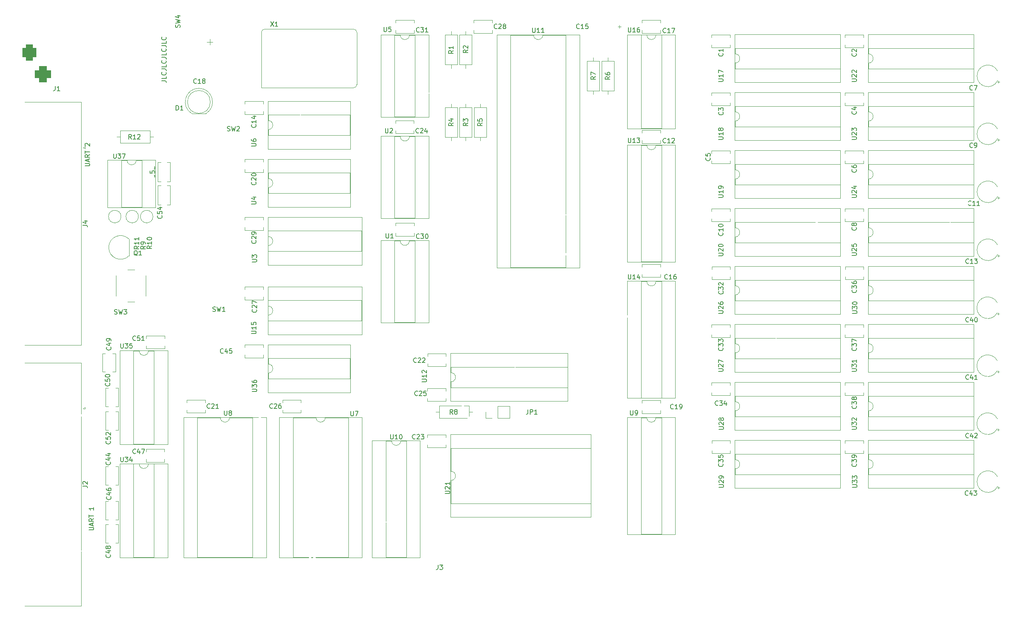
<source format=gto>
%TF.GenerationSoftware,KiCad,Pcbnew,(6.0.1)*%
%TF.CreationDate,2022-02-17T06:08:29-07:00*%
%TF.ProjectId,77Project,37375072-6f6a-4656-9374-2e6b69636164,rev?*%
%TF.SameCoordinates,Original*%
%TF.FileFunction,Legend,Top*%
%TF.FilePolarity,Positive*%
%FSLAX46Y46*%
G04 Gerber Fmt 4.6, Leading zero omitted, Abs format (unit mm)*
G04 Created by KiCad (PCBNEW (6.0.1)) date 2022-02-17 06:08:29*
%MOMM*%
%LPD*%
G01*
G04 APERTURE LIST*
G04 Aperture macros list*
%AMRoundRect*
0 Rectangle with rounded corners*
0 $1 Rounding radius*
0 $2 $3 $4 $5 $6 $7 $8 $9 X,Y pos of 4 corners*
0 Add a 4 corners polygon primitive as box body*
4,1,4,$2,$3,$4,$5,$6,$7,$8,$9,$2,$3,0*
0 Add four circle primitives for the rounded corners*
1,1,$1+$1,$2,$3*
1,1,$1+$1,$4,$5*
1,1,$1+$1,$6,$7*
1,1,$1+$1,$8,$9*
0 Add four rect primitives between the rounded corners*
20,1,$1+$1,$2,$3,$4,$5,0*
20,1,$1+$1,$4,$5,$6,$7,0*
20,1,$1+$1,$6,$7,$8,$9,0*
20,1,$1+$1,$8,$9,$2,$3,0*%
G04 Aperture macros list end*
%ADD10C,0.150000*%
%ADD11C,0.120000*%
%ADD12R,1.700000X1.700000*%
%ADD13O,1.700000X1.700000*%
%ADD14C,3.048000*%
%ADD15R,3.500000X3.500000*%
%ADD16RoundRect,0.750000X-0.750000X-1.000000X0.750000X-1.000000X0.750000X1.000000X-0.750000X1.000000X0*%
%ADD17RoundRect,0.875000X-0.875000X-0.875000X0.875000X-0.875000X0.875000X0.875000X-0.875000X0.875000X0*%
%ADD18R,1.600000X1.600000*%
%ADD19C,1.600000*%
%ADD20C,2.400000*%
%ADD21R,2.400000X2.400000*%
%ADD22O,1.600000X1.600000*%
%ADD23O,2.400000X1.600000*%
%ADD24R,2.400000X1.600000*%
%ADD25C,2.000000*%
%ADD26R,1.300000X1.300000*%
%ADD27C,1.300000*%
%ADD28C,4.000000*%
%ADD29C,1.800000*%
%ADD30R,1.800000X1.800000*%
%ADD31R,1.600000X2.400000*%
%ADD32O,1.600000X2.400000*%
%ADD33C,0.635000*%
%ADD34C,1.270000*%
G04 APERTURE END LIST*
D10*
X73112380Y-31543047D02*
X73826666Y-31543047D01*
X73969523Y-31590666D01*
X74064761Y-31685904D01*
X74112380Y-31828761D01*
X74112380Y-31924000D01*
X74112380Y-30590666D02*
X74112380Y-31066857D01*
X73112380Y-31066857D01*
X74017142Y-29685904D02*
X74064761Y-29733523D01*
X74112380Y-29876380D01*
X74112380Y-29971619D01*
X74064761Y-30114476D01*
X73969523Y-30209714D01*
X73874285Y-30257333D01*
X73683809Y-30304952D01*
X73540952Y-30304952D01*
X73350476Y-30257333D01*
X73255238Y-30209714D01*
X73160000Y-30114476D01*
X73112380Y-29971619D01*
X73112380Y-29876380D01*
X73160000Y-29733523D01*
X73207619Y-29685904D01*
X73112380Y-28971619D02*
X73826666Y-28971619D01*
X73969523Y-29019238D01*
X74064761Y-29114476D01*
X74112380Y-29257333D01*
X74112380Y-29352571D01*
X74112380Y-28019238D02*
X74112380Y-28495428D01*
X73112380Y-28495428D01*
X74017142Y-27114476D02*
X74064761Y-27162095D01*
X74112380Y-27304952D01*
X74112380Y-27400190D01*
X74064761Y-27543047D01*
X73969523Y-27638285D01*
X73874285Y-27685904D01*
X73683809Y-27733523D01*
X73540952Y-27733523D01*
X73350476Y-27685904D01*
X73255238Y-27638285D01*
X73160000Y-27543047D01*
X73112380Y-27400190D01*
X73112380Y-27304952D01*
X73160000Y-27162095D01*
X73207619Y-27114476D01*
X73112380Y-26400190D02*
X73826666Y-26400190D01*
X73969523Y-26447809D01*
X74064761Y-26543047D01*
X74112380Y-26685904D01*
X74112380Y-26781142D01*
X74112380Y-25447809D02*
X74112380Y-25924000D01*
X73112380Y-25924000D01*
X74017142Y-24543047D02*
X74064761Y-24590666D01*
X74112380Y-24733523D01*
X74112380Y-24828761D01*
X74064761Y-24971619D01*
X73969523Y-25066857D01*
X73874285Y-25114476D01*
X73683809Y-25162095D01*
X73540952Y-25162095D01*
X73350476Y-25114476D01*
X73255238Y-25066857D01*
X73160000Y-24971619D01*
X73112380Y-24828761D01*
X73112380Y-24733523D01*
X73160000Y-24590666D01*
X73207619Y-24543047D01*
X73112380Y-23828761D02*
X73826666Y-23828761D01*
X73969523Y-23876380D01*
X74064761Y-23971619D01*
X74112380Y-24114476D01*
X74112380Y-24209714D01*
X74112380Y-22876380D02*
X74112380Y-23352571D01*
X73112380Y-23352571D01*
X74017142Y-21971619D02*
X74064761Y-22019238D01*
X74112380Y-22162095D01*
X74112380Y-22257333D01*
X74064761Y-22400190D01*
X73969523Y-22495428D01*
X73874285Y-22543047D01*
X73683809Y-22590666D01*
X73540952Y-22590666D01*
X73350476Y-22543047D01*
X73255238Y-22495428D01*
X73160000Y-22400190D01*
X73112380Y-22257333D01*
X73112380Y-22162095D01*
X73160000Y-22019238D01*
X73207619Y-21971619D01*
X57237380Y-129960380D02*
X58046904Y-129960380D01*
X58142142Y-129912761D01*
X58189761Y-129865142D01*
X58237380Y-129769904D01*
X58237380Y-129579428D01*
X58189761Y-129484190D01*
X58142142Y-129436571D01*
X58046904Y-129388952D01*
X57237380Y-129388952D01*
X57951666Y-128960380D02*
X57951666Y-128484190D01*
X58237380Y-129055619D02*
X57237380Y-128722285D01*
X58237380Y-128388952D01*
X58237380Y-127484190D02*
X57761190Y-127817523D01*
X58237380Y-128055619D02*
X57237380Y-128055619D01*
X57237380Y-127674666D01*
X57285000Y-127579428D01*
X57332619Y-127531809D01*
X57427857Y-127484190D01*
X57570714Y-127484190D01*
X57665952Y-127531809D01*
X57713571Y-127579428D01*
X57761190Y-127674666D01*
X57761190Y-128055619D01*
X57237380Y-127198476D02*
X57237380Y-126627047D01*
X58237380Y-126912761D02*
X57237380Y-126912761D01*
X58237380Y-125008000D02*
X58237380Y-125579428D01*
X58237380Y-125293714D02*
X57237380Y-125293714D01*
X57380238Y-125388952D01*
X57475476Y-125484190D01*
X57523095Y-125579428D01*
X56348380Y-50204380D02*
X57157904Y-50204380D01*
X57253142Y-50156761D01*
X57300761Y-50109142D01*
X57348380Y-50013904D01*
X57348380Y-49823428D01*
X57300761Y-49728190D01*
X57253142Y-49680571D01*
X57157904Y-49632952D01*
X56348380Y-49632952D01*
X57062666Y-49204380D02*
X57062666Y-48728190D01*
X57348380Y-49299619D02*
X56348380Y-48966285D01*
X57348380Y-48632952D01*
X57348380Y-47728190D02*
X56872190Y-48061523D01*
X57348380Y-48299619D02*
X56348380Y-48299619D01*
X56348380Y-47918666D01*
X56396000Y-47823428D01*
X56443619Y-47775809D01*
X56538857Y-47728190D01*
X56681714Y-47728190D01*
X56776952Y-47775809D01*
X56824571Y-47823428D01*
X56872190Y-47918666D01*
X56872190Y-48299619D01*
X56348380Y-47442476D02*
X56348380Y-46871047D01*
X57348380Y-47156761D02*
X56348380Y-47156761D01*
X56443619Y-45823428D02*
X56396000Y-45775809D01*
X56348380Y-45680571D01*
X56348380Y-45442476D01*
X56396000Y-45347238D01*
X56443619Y-45299619D01*
X56538857Y-45252000D01*
X56634095Y-45252000D01*
X56776952Y-45299619D01*
X57348380Y-45871047D01*
X57348380Y-45252000D01*
%TO.C,J3*%
X133651666Y-137628384D02*
X133651666Y-138342670D01*
X133604047Y-138485527D01*
X133508809Y-138580765D01*
X133365952Y-138628384D01*
X133270714Y-138628384D01*
X134032619Y-137628384D02*
X134651666Y-137628384D01*
X134318333Y-138009337D01*
X134461190Y-138009337D01*
X134556428Y-138056956D01*
X134604047Y-138104575D01*
X134651666Y-138199813D01*
X134651666Y-138437908D01*
X134604047Y-138533146D01*
X134556428Y-138580765D01*
X134461190Y-138628384D01*
X134175476Y-138628384D01*
X134080238Y-138580765D01*
X134032619Y-138533146D01*
%TO.C,SW4*%
X77112761Y-19875333D02*
X77160380Y-19732476D01*
X77160380Y-19494380D01*
X77112761Y-19399142D01*
X77065142Y-19351523D01*
X76969904Y-19303904D01*
X76874666Y-19303904D01*
X76779428Y-19351523D01*
X76731809Y-19399142D01*
X76684190Y-19494380D01*
X76636571Y-19684857D01*
X76588952Y-19780095D01*
X76541333Y-19827714D01*
X76446095Y-19875333D01*
X76350857Y-19875333D01*
X76255619Y-19827714D01*
X76208000Y-19780095D01*
X76160380Y-19684857D01*
X76160380Y-19446761D01*
X76208000Y-19303904D01*
X76160380Y-18970571D02*
X77160380Y-18732476D01*
X76446095Y-18542000D01*
X77160380Y-18351523D01*
X76160380Y-18113428D01*
X76493714Y-17303904D02*
X77160380Y-17303904D01*
X76112761Y-17542000D02*
X76827047Y-17780095D01*
X76827047Y-17161047D01*
%TO.C,J1*%
X49831666Y-32726380D02*
X49831666Y-33440666D01*
X49784047Y-33583523D01*
X49688809Y-33678761D01*
X49545952Y-33726380D01*
X49450714Y-33726380D01*
X50831666Y-33726380D02*
X50260238Y-33726380D01*
X50545952Y-33726380D02*
X50545952Y-32726380D01*
X50450714Y-32869238D01*
X50355476Y-32964476D01*
X50260238Y-33012095D01*
%TO.C,C15*%
X164584142Y-20042142D02*
X164536523Y-20089761D01*
X164393666Y-20137380D01*
X164298428Y-20137380D01*
X164155571Y-20089761D01*
X164060333Y-19994523D01*
X164012714Y-19899285D01*
X163965095Y-19708809D01*
X163965095Y-19565952D01*
X164012714Y-19375476D01*
X164060333Y-19280238D01*
X164155571Y-19185000D01*
X164298428Y-19137380D01*
X164393666Y-19137380D01*
X164536523Y-19185000D01*
X164584142Y-19232619D01*
X165536523Y-20137380D02*
X164965095Y-20137380D01*
X165250809Y-20137380D02*
X165250809Y-19137380D01*
X165155571Y-19280238D01*
X165060333Y-19375476D01*
X164965095Y-19423095D01*
X166441285Y-19137380D02*
X165965095Y-19137380D01*
X165917476Y-19613571D01*
X165965095Y-19565952D01*
X166060333Y-19518333D01*
X166298428Y-19518333D01*
X166393666Y-19565952D01*
X166441285Y-19613571D01*
X166488904Y-19708809D01*
X166488904Y-19946904D01*
X166441285Y-20042142D01*
X166393666Y-20089761D01*
X166298428Y-20137380D01*
X166060333Y-20137380D01*
X165965095Y-20089761D01*
X165917476Y-20042142D01*
%TO.C,C18*%
X80738742Y-32030943D02*
X80691123Y-32078562D01*
X80548266Y-32126181D01*
X80453028Y-32126181D01*
X80310171Y-32078562D01*
X80214933Y-31983324D01*
X80167314Y-31888086D01*
X80119695Y-31697610D01*
X80119695Y-31554753D01*
X80167314Y-31364277D01*
X80214933Y-31269039D01*
X80310171Y-31173801D01*
X80453028Y-31126181D01*
X80548266Y-31126181D01*
X80691123Y-31173801D01*
X80738742Y-31221420D01*
X81691123Y-32126181D02*
X81119695Y-32126181D01*
X81405409Y-32126181D02*
X81405409Y-31126181D01*
X81310171Y-31269039D01*
X81214933Y-31364277D01*
X81119695Y-31411896D01*
X82262552Y-31554753D02*
X82167314Y-31507134D01*
X82119695Y-31459515D01*
X82072076Y-31364277D01*
X82072076Y-31316658D01*
X82119695Y-31221420D01*
X82167314Y-31173801D01*
X82262552Y-31126181D01*
X82453028Y-31126181D01*
X82548266Y-31173801D01*
X82595885Y-31221420D01*
X82643504Y-31316658D01*
X82643504Y-31364277D01*
X82595885Y-31459515D01*
X82548266Y-31507134D01*
X82453028Y-31554753D01*
X82262552Y-31554753D01*
X82167314Y-31602372D01*
X82119695Y-31649991D01*
X82072076Y-31745229D01*
X82072076Y-31935705D01*
X82119695Y-32030943D01*
X82167314Y-32078562D01*
X82262552Y-32126181D01*
X82453028Y-32126181D01*
X82548266Y-32078562D01*
X82595885Y-32030943D01*
X82643504Y-31935705D01*
X82643504Y-31745229D01*
X82595885Y-31649991D01*
X82548266Y-31602372D01*
X82453028Y-31554753D01*
%TO.C,SW1*%
X84340860Y-82040361D02*
X84483717Y-82087980D01*
X84721813Y-82087980D01*
X84817051Y-82040361D01*
X84864670Y-81992742D01*
X84912289Y-81897504D01*
X84912289Y-81802266D01*
X84864670Y-81707028D01*
X84817051Y-81659409D01*
X84721813Y-81611790D01*
X84531336Y-81564171D01*
X84436098Y-81516552D01*
X84388479Y-81468933D01*
X84340860Y-81373695D01*
X84340860Y-81278457D01*
X84388479Y-81183219D01*
X84436098Y-81135600D01*
X84531336Y-81087980D01*
X84769432Y-81087980D01*
X84912289Y-81135600D01*
X85245622Y-81087980D02*
X85483717Y-82087980D01*
X85674194Y-81373695D01*
X85864670Y-82087980D01*
X86102765Y-81087980D01*
X87007527Y-82087980D02*
X86436098Y-82087980D01*
X86721813Y-82087980D02*
X86721813Y-81087980D01*
X86626574Y-81230838D01*
X86531336Y-81326076D01*
X86436098Y-81373695D01*
%TO.C,SW2*%
X87515860Y-42517961D02*
X87658717Y-42565580D01*
X87896813Y-42565580D01*
X87992051Y-42517961D01*
X88039670Y-42470342D01*
X88087289Y-42375104D01*
X88087289Y-42279866D01*
X88039670Y-42184628D01*
X87992051Y-42137009D01*
X87896813Y-42089390D01*
X87706336Y-42041771D01*
X87611098Y-41994152D01*
X87563479Y-41946533D01*
X87515860Y-41851295D01*
X87515860Y-41756057D01*
X87563479Y-41660819D01*
X87611098Y-41613200D01*
X87706336Y-41565580D01*
X87944432Y-41565580D01*
X88087289Y-41613200D01*
X88420622Y-41565580D02*
X88658717Y-42565580D01*
X88849194Y-41851295D01*
X89039670Y-42565580D01*
X89277765Y-41565580D01*
X89611098Y-41660819D02*
X89658717Y-41613200D01*
X89753955Y-41565580D01*
X89992051Y-41565580D01*
X90087289Y-41613200D01*
X90134908Y-41660819D01*
X90182527Y-41756057D01*
X90182527Y-41851295D01*
X90134908Y-41994152D01*
X89563479Y-42565580D01*
X90182527Y-42565580D01*
%TO.C,U37*%
X62617504Y-47534580D02*
X62617504Y-48344104D01*
X62665123Y-48439342D01*
X62712742Y-48486961D01*
X62807980Y-48534580D01*
X62998457Y-48534580D01*
X63093695Y-48486961D01*
X63141314Y-48439342D01*
X63188933Y-48344104D01*
X63188933Y-47534580D01*
X63569885Y-47534580D02*
X64188933Y-47534580D01*
X63855600Y-47915533D01*
X63998457Y-47915533D01*
X64093695Y-47963152D01*
X64141314Y-48010771D01*
X64188933Y-48106009D01*
X64188933Y-48344104D01*
X64141314Y-48439342D01*
X64093695Y-48486961D01*
X63998457Y-48534580D01*
X63712742Y-48534580D01*
X63617504Y-48486961D01*
X63569885Y-48439342D01*
X64522266Y-47534580D02*
X65188933Y-47534580D01*
X64760361Y-48534580D01*
%TO.C,SW3*%
X62801666Y-82649961D02*
X62944523Y-82697580D01*
X63182619Y-82697580D01*
X63277857Y-82649961D01*
X63325476Y-82602342D01*
X63373095Y-82507104D01*
X63373095Y-82411866D01*
X63325476Y-82316628D01*
X63277857Y-82269009D01*
X63182619Y-82221390D01*
X62992142Y-82173771D01*
X62896904Y-82126152D01*
X62849285Y-82078533D01*
X62801666Y-81983295D01*
X62801666Y-81888057D01*
X62849285Y-81792819D01*
X62896904Y-81745200D01*
X62992142Y-81697580D01*
X63230238Y-81697580D01*
X63373095Y-81745200D01*
X63706428Y-81697580D02*
X63944523Y-82697580D01*
X64135000Y-81983295D01*
X64325476Y-82697580D01*
X64563571Y-81697580D01*
X64849285Y-81697580D02*
X65468333Y-81697580D01*
X65135000Y-82078533D01*
X65277857Y-82078533D01*
X65373095Y-82126152D01*
X65420714Y-82173771D01*
X65468333Y-82269009D01*
X65468333Y-82507104D01*
X65420714Y-82602342D01*
X65373095Y-82649961D01*
X65277857Y-82697580D01*
X64992142Y-82697580D01*
X64896904Y-82649961D01*
X64849285Y-82602342D01*
%TO.C,R12*%
X66514742Y-44318180D02*
X66181409Y-43841990D01*
X65943314Y-44318180D02*
X65943314Y-43318180D01*
X66324266Y-43318180D01*
X66419504Y-43365800D01*
X66467123Y-43413419D01*
X66514742Y-43508657D01*
X66514742Y-43651514D01*
X66467123Y-43746752D01*
X66419504Y-43794371D01*
X66324266Y-43841990D01*
X65943314Y-43841990D01*
X67467123Y-44318180D02*
X66895695Y-44318180D01*
X67181409Y-44318180D02*
X67181409Y-43318180D01*
X67086171Y-43461038D01*
X66990933Y-43556276D01*
X66895695Y-43603895D01*
X67848076Y-43413419D02*
X67895695Y-43365800D01*
X67990933Y-43318180D01*
X68229028Y-43318180D01*
X68324266Y-43365800D01*
X68371885Y-43413419D01*
X68419504Y-43508657D01*
X68419504Y-43603895D01*
X68371885Y-43746752D01*
X67800457Y-44318180D01*
X68419504Y-44318180D01*
%TO.C,R11*%
X68143380Y-67775057D02*
X67667190Y-68108390D01*
X68143380Y-68346485D02*
X67143380Y-68346485D01*
X67143380Y-67965533D01*
X67191000Y-67870295D01*
X67238619Y-67822676D01*
X67333857Y-67775057D01*
X67476714Y-67775057D01*
X67571952Y-67822676D01*
X67619571Y-67870295D01*
X67667190Y-67965533D01*
X67667190Y-68346485D01*
X68143380Y-66822676D02*
X68143380Y-67394104D01*
X68143380Y-67108390D02*
X67143380Y-67108390D01*
X67286238Y-67203628D01*
X67381476Y-67298866D01*
X67429095Y-67394104D01*
X68143380Y-65870295D02*
X68143380Y-66441723D01*
X68143380Y-66156009D02*
X67143380Y-66156009D01*
X67286238Y-66251247D01*
X67381476Y-66346485D01*
X67429095Y-66441723D01*
%TO.C,R10*%
X70937380Y-67749657D02*
X70461190Y-68082990D01*
X70937380Y-68321085D02*
X69937380Y-68321085D01*
X69937380Y-67940133D01*
X69985000Y-67844895D01*
X70032619Y-67797276D01*
X70127857Y-67749657D01*
X70270714Y-67749657D01*
X70365952Y-67797276D01*
X70413571Y-67844895D01*
X70461190Y-67940133D01*
X70461190Y-68321085D01*
X70937380Y-66797276D02*
X70937380Y-67368704D01*
X70937380Y-67082990D02*
X69937380Y-67082990D01*
X70080238Y-67178228D01*
X70175476Y-67273466D01*
X70223095Y-67368704D01*
X69937380Y-66178228D02*
X69937380Y-66082990D01*
X69985000Y-65987752D01*
X70032619Y-65940133D01*
X70127857Y-65892514D01*
X70318333Y-65844895D01*
X70556428Y-65844895D01*
X70746904Y-65892514D01*
X70842142Y-65940133D01*
X70889761Y-65987752D01*
X70937380Y-66082990D01*
X70937380Y-66178228D01*
X70889761Y-66273466D01*
X70842142Y-66321085D01*
X70746904Y-66368704D01*
X70556428Y-66416323D01*
X70318333Y-66416323D01*
X70127857Y-66368704D01*
X70032619Y-66321085D01*
X69985000Y-66273466D01*
X69937380Y-66178228D01*
%TO.C,R9*%
X69565780Y-67781466D02*
X69089590Y-68114800D01*
X69565780Y-68352895D02*
X68565780Y-68352895D01*
X68565780Y-67971942D01*
X68613400Y-67876704D01*
X68661019Y-67829085D01*
X68756257Y-67781466D01*
X68899114Y-67781466D01*
X68994352Y-67829085D01*
X69041971Y-67876704D01*
X69089590Y-67971942D01*
X69089590Y-68352895D01*
X69565780Y-67305276D02*
X69565780Y-67114800D01*
X69518161Y-67019561D01*
X69470542Y-66971942D01*
X69327685Y-66876704D01*
X69137209Y-66829085D01*
X68756257Y-66829085D01*
X68661019Y-66876704D01*
X68613400Y-66924323D01*
X68565780Y-67019561D01*
X68565780Y-67210038D01*
X68613400Y-67305276D01*
X68661019Y-67352895D01*
X68756257Y-67400514D01*
X68994352Y-67400514D01*
X69089590Y-67352895D01*
X69137209Y-67305276D01*
X69184828Y-67210038D01*
X69184828Y-67019561D01*
X69137209Y-66924323D01*
X69089590Y-66876704D01*
X68994352Y-66829085D01*
%TO.C,Q1*%
X67824361Y-69864219D02*
X67729123Y-69816600D01*
X67633885Y-69721361D01*
X67491028Y-69578504D01*
X67395790Y-69530885D01*
X67300552Y-69530885D01*
X67348171Y-69768980D02*
X67252933Y-69721361D01*
X67157695Y-69626123D01*
X67110076Y-69435647D01*
X67110076Y-69102314D01*
X67157695Y-68911838D01*
X67252933Y-68816600D01*
X67348171Y-68768980D01*
X67538647Y-68768980D01*
X67633885Y-68816600D01*
X67729123Y-68911838D01*
X67776742Y-69102314D01*
X67776742Y-69435647D01*
X67729123Y-69626123D01*
X67633885Y-69721361D01*
X67538647Y-69768980D01*
X67348171Y-69768980D01*
X68729123Y-69768980D02*
X68157695Y-69768980D01*
X68443409Y-69768980D02*
X68443409Y-68768980D01*
X68348171Y-68911838D01*
X68252933Y-69007076D01*
X68157695Y-69054695D01*
%TO.C,J4*%
X55867711Y-63193333D02*
X56581997Y-63193333D01*
X56724854Y-63240952D01*
X56820092Y-63336190D01*
X56867711Y-63479047D01*
X56867711Y-63574285D01*
X56201045Y-62288571D02*
X56867711Y-62288571D01*
X55820092Y-62526666D02*
X56534378Y-62764761D01*
X56534378Y-62145714D01*
%TO.C,J2*%
X55867711Y-120343333D02*
X56581997Y-120343333D01*
X56724854Y-120390952D01*
X56820092Y-120486190D01*
X56867711Y-120629047D01*
X56867711Y-120724285D01*
X55962950Y-119914761D02*
X55915331Y-119867142D01*
X55867711Y-119771904D01*
X55867711Y-119533809D01*
X55915331Y-119438571D01*
X55962950Y-119390952D01*
X56058188Y-119343333D01*
X56153426Y-119343333D01*
X56296283Y-119390952D01*
X56867711Y-119962380D01*
X56867711Y-119343333D01*
%TO.C,D1*%
X76300104Y-37968180D02*
X76300104Y-36968180D01*
X76538200Y-36968180D01*
X76681057Y-37015800D01*
X76776295Y-37111038D01*
X76823914Y-37206276D01*
X76871533Y-37396752D01*
X76871533Y-37539609D01*
X76823914Y-37730085D01*
X76776295Y-37825323D01*
X76681057Y-37920561D01*
X76538200Y-37968180D01*
X76300104Y-37968180D01*
X77823914Y-37968180D02*
X77252485Y-37968180D01*
X77538200Y-37968180D02*
X77538200Y-36968180D01*
X77442961Y-37111038D01*
X77347723Y-37206276D01*
X77252485Y-37253895D01*
%TO.C,C54*%
X73128142Y-61094857D02*
X73175761Y-61142476D01*
X73223380Y-61285333D01*
X73223380Y-61380571D01*
X73175761Y-61523428D01*
X73080523Y-61618666D01*
X72985285Y-61666285D01*
X72794809Y-61713904D01*
X72651952Y-61713904D01*
X72461476Y-61666285D01*
X72366238Y-61618666D01*
X72271000Y-61523428D01*
X72223380Y-61380571D01*
X72223380Y-61285333D01*
X72271000Y-61142476D01*
X72318619Y-61094857D01*
X72223380Y-60190095D02*
X72223380Y-60666285D01*
X72699571Y-60713904D01*
X72651952Y-60666285D01*
X72604333Y-60571047D01*
X72604333Y-60332952D01*
X72651952Y-60237714D01*
X72699571Y-60190095D01*
X72794809Y-60142476D01*
X73032904Y-60142476D01*
X73128142Y-60190095D01*
X73175761Y-60237714D01*
X73223380Y-60332952D01*
X73223380Y-60571047D01*
X73175761Y-60666285D01*
X73128142Y-60713904D01*
X72556714Y-59285333D02*
X73223380Y-59285333D01*
X72175761Y-59523428D02*
X72890047Y-59761523D01*
X72890047Y-59142476D01*
%TO.C,C53*%
X71517142Y-52204857D02*
X71564761Y-52252476D01*
X71612380Y-52395333D01*
X71612380Y-52490571D01*
X71564761Y-52633428D01*
X71469523Y-52728666D01*
X71374285Y-52776285D01*
X71183809Y-52823904D01*
X71040952Y-52823904D01*
X70850476Y-52776285D01*
X70755238Y-52728666D01*
X70660000Y-52633428D01*
X70612380Y-52490571D01*
X70612380Y-52395333D01*
X70660000Y-52252476D01*
X70707619Y-52204857D01*
X70612380Y-51300095D02*
X70612380Y-51776285D01*
X71088571Y-51823904D01*
X71040952Y-51776285D01*
X70993333Y-51681047D01*
X70993333Y-51442952D01*
X71040952Y-51347714D01*
X71088571Y-51300095D01*
X71183809Y-51252476D01*
X71421904Y-51252476D01*
X71517142Y-51300095D01*
X71564761Y-51347714D01*
X71612380Y-51442952D01*
X71612380Y-51681047D01*
X71564761Y-51776285D01*
X71517142Y-51823904D01*
X70612380Y-50919142D02*
X70612380Y-50300095D01*
X70993333Y-50633428D01*
X70993333Y-50490571D01*
X71040952Y-50395333D01*
X71088571Y-50347714D01*
X71183809Y-50300095D01*
X71421904Y-50300095D01*
X71517142Y-50347714D01*
X71564761Y-50395333D01*
X71612380Y-50490571D01*
X71612380Y-50776285D01*
X71564761Y-50871523D01*
X71517142Y-50919142D01*
%TO.C,C3*%
X195987942Y-38419066D02*
X196035561Y-38466685D01*
X196083180Y-38609542D01*
X196083180Y-38704780D01*
X196035561Y-38847638D01*
X195940323Y-38942876D01*
X195845085Y-38990495D01*
X195654609Y-39038114D01*
X195511752Y-39038114D01*
X195321276Y-38990495D01*
X195226038Y-38942876D01*
X195130800Y-38847638D01*
X195083180Y-38704780D01*
X195083180Y-38609542D01*
X195130800Y-38466685D01*
X195178419Y-38419066D01*
X195083180Y-38085733D02*
X195083180Y-37466685D01*
X195464133Y-37800019D01*
X195464133Y-37657161D01*
X195511752Y-37561923D01*
X195559371Y-37514304D01*
X195654609Y-37466685D01*
X195892704Y-37466685D01*
X195987942Y-37514304D01*
X196035561Y-37561923D01*
X196083180Y-37657161D01*
X196083180Y-37942876D01*
X196035561Y-38038114D01*
X195987942Y-38085733D01*
%TO.C,U19*%
X195032380Y-57118095D02*
X195841904Y-57118095D01*
X195937142Y-57070476D01*
X195984761Y-57022857D01*
X196032380Y-56927619D01*
X196032380Y-56737142D01*
X195984761Y-56641904D01*
X195937142Y-56594285D01*
X195841904Y-56546666D01*
X195032380Y-56546666D01*
X196032380Y-55546666D02*
X196032380Y-56118095D01*
X196032380Y-55832380D02*
X195032380Y-55832380D01*
X195175238Y-55927619D01*
X195270476Y-56022857D01*
X195318095Y-56118095D01*
X196032380Y-55070476D02*
X196032380Y-54880000D01*
X195984761Y-54784761D01*
X195937142Y-54737142D01*
X195794285Y-54641904D01*
X195603809Y-54594285D01*
X195222857Y-54594285D01*
X195127619Y-54641904D01*
X195080000Y-54689523D01*
X195032380Y-54784761D01*
X195032380Y-54975238D01*
X195080000Y-55070476D01*
X195127619Y-55118095D01*
X195222857Y-55165714D01*
X195460952Y-55165714D01*
X195556190Y-55118095D01*
X195603809Y-55070476D01*
X195651428Y-54975238D01*
X195651428Y-54784761D01*
X195603809Y-54689523D01*
X195556190Y-54641904D01*
X195460952Y-54594285D01*
%TO.C,U30*%
X224369380Y-82518095D02*
X225178904Y-82518095D01*
X225274142Y-82470476D01*
X225321761Y-82422857D01*
X225369380Y-82327619D01*
X225369380Y-82137142D01*
X225321761Y-82041904D01*
X225274142Y-81994285D01*
X225178904Y-81946666D01*
X224369380Y-81946666D01*
X224369380Y-81565714D02*
X224369380Y-80946666D01*
X224750333Y-81280000D01*
X224750333Y-81137142D01*
X224797952Y-81041904D01*
X224845571Y-80994285D01*
X224940809Y-80946666D01*
X225178904Y-80946666D01*
X225274142Y-80994285D01*
X225321761Y-81041904D01*
X225369380Y-81137142D01*
X225369380Y-81422857D01*
X225321761Y-81518095D01*
X225274142Y-81565714D01*
X224369380Y-80327619D02*
X224369380Y-80232380D01*
X224417000Y-80137142D01*
X224464619Y-80089523D01*
X224559857Y-80041904D01*
X224750333Y-79994285D01*
X224988428Y-79994285D01*
X225178904Y-80041904D01*
X225274142Y-80089523D01*
X225321761Y-80137142D01*
X225369380Y-80232380D01*
X225369380Y-80327619D01*
X225321761Y-80422857D01*
X225274142Y-80470476D01*
X225178904Y-80518095D01*
X224988428Y-80565714D01*
X224750333Y-80565714D01*
X224559857Y-80518095D01*
X224464619Y-80470476D01*
X224417000Y-80422857D01*
X224369380Y-80327619D01*
%TO.C,C44*%
X61825142Y-115069857D02*
X61872761Y-115117476D01*
X61920380Y-115260333D01*
X61920380Y-115355571D01*
X61872761Y-115498428D01*
X61777523Y-115593666D01*
X61682285Y-115641285D01*
X61491809Y-115688904D01*
X61348952Y-115688904D01*
X61158476Y-115641285D01*
X61063238Y-115593666D01*
X60968000Y-115498428D01*
X60920380Y-115355571D01*
X60920380Y-115260333D01*
X60968000Y-115117476D01*
X61015619Y-115069857D01*
X61253714Y-114212714D02*
X61920380Y-114212714D01*
X60872761Y-114450809D02*
X61587047Y-114688904D01*
X61587047Y-114069857D01*
X61253714Y-113260333D02*
X61920380Y-113260333D01*
X60872761Y-113498428D02*
X61587047Y-113736523D01*
X61587047Y-113117476D01*
%TO.C,U18*%
X195032380Y-44418095D02*
X195841904Y-44418095D01*
X195937142Y-44370476D01*
X195984761Y-44322857D01*
X196032380Y-44227619D01*
X196032380Y-44037142D01*
X195984761Y-43941904D01*
X195937142Y-43894285D01*
X195841904Y-43846666D01*
X195032380Y-43846666D01*
X196032380Y-42846666D02*
X196032380Y-43418095D01*
X196032380Y-43132380D02*
X195032380Y-43132380D01*
X195175238Y-43227619D01*
X195270476Y-43322857D01*
X195318095Y-43418095D01*
X195460952Y-42275238D02*
X195413333Y-42370476D01*
X195365714Y-42418095D01*
X195270476Y-42465714D01*
X195222857Y-42465714D01*
X195127619Y-42418095D01*
X195080000Y-42370476D01*
X195032380Y-42275238D01*
X195032380Y-42084761D01*
X195080000Y-41989523D01*
X195127619Y-41941904D01*
X195222857Y-41894285D01*
X195270476Y-41894285D01*
X195365714Y-41941904D01*
X195413333Y-41989523D01*
X195460952Y-42084761D01*
X195460952Y-42275238D01*
X195508571Y-42370476D01*
X195556190Y-42418095D01*
X195651428Y-42465714D01*
X195841904Y-42465714D01*
X195937142Y-42418095D01*
X195984761Y-42370476D01*
X196032380Y-42275238D01*
X196032380Y-42084761D01*
X195984761Y-41989523D01*
X195937142Y-41941904D01*
X195841904Y-41894285D01*
X195651428Y-41894285D01*
X195556190Y-41941904D01*
X195508571Y-41989523D01*
X195460952Y-42084761D01*
%TO.C,U16*%
X175291904Y-19899380D02*
X175291904Y-20708904D01*
X175339523Y-20804142D01*
X175387142Y-20851761D01*
X175482380Y-20899380D01*
X175672857Y-20899380D01*
X175768095Y-20851761D01*
X175815714Y-20804142D01*
X175863333Y-20708904D01*
X175863333Y-19899380D01*
X176863333Y-20899380D02*
X176291904Y-20899380D01*
X176577619Y-20899380D02*
X176577619Y-19899380D01*
X176482380Y-20042238D01*
X176387142Y-20137476D01*
X176291904Y-20185095D01*
X177720476Y-19899380D02*
X177530000Y-19899380D01*
X177434761Y-19947000D01*
X177387142Y-19994619D01*
X177291904Y-20137476D01*
X177244285Y-20327952D01*
X177244285Y-20708904D01*
X177291904Y-20804142D01*
X177339523Y-20851761D01*
X177434761Y-20899380D01*
X177625238Y-20899380D01*
X177720476Y-20851761D01*
X177768095Y-20804142D01*
X177815714Y-20708904D01*
X177815714Y-20470809D01*
X177768095Y-20375571D01*
X177720476Y-20327952D01*
X177625238Y-20280333D01*
X177434761Y-20280333D01*
X177339523Y-20327952D01*
X177291904Y-20375571D01*
X177244285Y-20470809D01*
%TO.C,C14*%
X93702142Y-41155857D02*
X93749761Y-41203476D01*
X93797380Y-41346333D01*
X93797380Y-41441571D01*
X93749761Y-41584428D01*
X93654523Y-41679666D01*
X93559285Y-41727285D01*
X93368809Y-41774904D01*
X93225952Y-41774904D01*
X93035476Y-41727285D01*
X92940238Y-41679666D01*
X92845000Y-41584428D01*
X92797380Y-41441571D01*
X92797380Y-41346333D01*
X92845000Y-41203476D01*
X92892619Y-41155857D01*
X93797380Y-40203476D02*
X93797380Y-40774904D01*
X93797380Y-40489190D02*
X92797380Y-40489190D01*
X92940238Y-40584428D01*
X93035476Y-40679666D01*
X93083095Y-40774904D01*
X93130714Y-39346333D02*
X93797380Y-39346333D01*
X92749761Y-39584428D02*
X93464047Y-39822523D01*
X93464047Y-39203476D01*
%TO.C,U20*%
X195032380Y-69868895D02*
X195841904Y-69868895D01*
X195937142Y-69821276D01*
X195984761Y-69773657D01*
X196032380Y-69678419D01*
X196032380Y-69487942D01*
X195984761Y-69392704D01*
X195937142Y-69345085D01*
X195841904Y-69297466D01*
X195032380Y-69297466D01*
X195127619Y-68868895D02*
X195080000Y-68821276D01*
X195032380Y-68726038D01*
X195032380Y-68487942D01*
X195080000Y-68392704D01*
X195127619Y-68345085D01*
X195222857Y-68297466D01*
X195318095Y-68297466D01*
X195460952Y-68345085D01*
X196032380Y-68916514D01*
X196032380Y-68297466D01*
X195032380Y-67678419D02*
X195032380Y-67583180D01*
X195080000Y-67487942D01*
X195127619Y-67440323D01*
X195222857Y-67392704D01*
X195413333Y-67345085D01*
X195651428Y-67345085D01*
X195841904Y-67392704D01*
X195937142Y-67440323D01*
X195984761Y-67487942D01*
X196032380Y-67583180D01*
X196032380Y-67678419D01*
X195984761Y-67773657D01*
X195937142Y-67821276D01*
X195841904Y-67868895D01*
X195651428Y-67916514D01*
X195413333Y-67916514D01*
X195222857Y-67868895D01*
X195127619Y-67821276D01*
X195080000Y-67773657D01*
X195032380Y-67678419D01*
%TO.C,C12*%
X183507142Y-45061142D02*
X183459523Y-45108761D01*
X183316666Y-45156380D01*
X183221428Y-45156380D01*
X183078571Y-45108761D01*
X182983333Y-45013523D01*
X182935714Y-44918285D01*
X182888095Y-44727809D01*
X182888095Y-44584952D01*
X182935714Y-44394476D01*
X182983333Y-44299238D01*
X183078571Y-44204000D01*
X183221428Y-44156380D01*
X183316666Y-44156380D01*
X183459523Y-44204000D01*
X183507142Y-44251619D01*
X184459523Y-45156380D02*
X183888095Y-45156380D01*
X184173809Y-45156380D02*
X184173809Y-44156380D01*
X184078571Y-44299238D01*
X183983333Y-44394476D01*
X183888095Y-44442095D01*
X184840476Y-44251619D02*
X184888095Y-44204000D01*
X184983333Y-44156380D01*
X185221428Y-44156380D01*
X185316666Y-44204000D01*
X185364285Y-44251619D01*
X185411904Y-44346857D01*
X185411904Y-44442095D01*
X185364285Y-44584952D01*
X184792857Y-45156380D01*
X185411904Y-45156380D01*
%TO.C,U35*%
X64166904Y-89114380D02*
X64166904Y-89923904D01*
X64214523Y-90019142D01*
X64262142Y-90066761D01*
X64357380Y-90114380D01*
X64547857Y-90114380D01*
X64643095Y-90066761D01*
X64690714Y-90019142D01*
X64738333Y-89923904D01*
X64738333Y-89114380D01*
X65119285Y-89114380D02*
X65738333Y-89114380D01*
X65405000Y-89495333D01*
X65547857Y-89495333D01*
X65643095Y-89542952D01*
X65690714Y-89590571D01*
X65738333Y-89685809D01*
X65738333Y-89923904D01*
X65690714Y-90019142D01*
X65643095Y-90066761D01*
X65547857Y-90114380D01*
X65262142Y-90114380D01*
X65166904Y-90066761D01*
X65119285Y-90019142D01*
X66643095Y-89114380D02*
X66166904Y-89114380D01*
X66119285Y-89590571D01*
X66166904Y-89542952D01*
X66262142Y-89495333D01*
X66500238Y-89495333D01*
X66595476Y-89542952D01*
X66643095Y-89590571D01*
X66690714Y-89685809D01*
X66690714Y-89923904D01*
X66643095Y-90019142D01*
X66595476Y-90066761D01*
X66500238Y-90114380D01*
X66262142Y-90114380D01*
X66166904Y-90066761D01*
X66119285Y-90019142D01*
%TO.C,U23*%
X224242380Y-44418095D02*
X225051904Y-44418095D01*
X225147142Y-44370476D01*
X225194761Y-44322857D01*
X225242380Y-44227619D01*
X225242380Y-44037142D01*
X225194761Y-43941904D01*
X225147142Y-43894285D01*
X225051904Y-43846666D01*
X224242380Y-43846666D01*
X224337619Y-43418095D02*
X224290000Y-43370476D01*
X224242380Y-43275238D01*
X224242380Y-43037142D01*
X224290000Y-42941904D01*
X224337619Y-42894285D01*
X224432857Y-42846666D01*
X224528095Y-42846666D01*
X224670952Y-42894285D01*
X225242380Y-43465714D01*
X225242380Y-42846666D01*
X224242380Y-42513333D02*
X224242380Y-41894285D01*
X224623333Y-42227619D01*
X224623333Y-42084761D01*
X224670952Y-41989523D01*
X224718571Y-41941904D01*
X224813809Y-41894285D01*
X225051904Y-41894285D01*
X225147142Y-41941904D01*
X225194761Y-41989523D01*
X225242380Y-42084761D01*
X225242380Y-42370476D01*
X225194761Y-42465714D01*
X225147142Y-42513333D01*
%TO.C,C23*%
X128643142Y-109958142D02*
X128595523Y-110005761D01*
X128452666Y-110053380D01*
X128357428Y-110053380D01*
X128214571Y-110005761D01*
X128119333Y-109910523D01*
X128071714Y-109815285D01*
X128024095Y-109624809D01*
X128024095Y-109481952D01*
X128071714Y-109291476D01*
X128119333Y-109196238D01*
X128214571Y-109101000D01*
X128357428Y-109053380D01*
X128452666Y-109053380D01*
X128595523Y-109101000D01*
X128643142Y-109148619D01*
X129024095Y-109148619D02*
X129071714Y-109101000D01*
X129166952Y-109053380D01*
X129405047Y-109053380D01*
X129500285Y-109101000D01*
X129547904Y-109148619D01*
X129595523Y-109243857D01*
X129595523Y-109339095D01*
X129547904Y-109481952D01*
X128976476Y-110053380D01*
X129595523Y-110053380D01*
X129928857Y-109053380D02*
X130547904Y-109053380D01*
X130214571Y-109434333D01*
X130357428Y-109434333D01*
X130452666Y-109481952D01*
X130500285Y-109529571D01*
X130547904Y-109624809D01*
X130547904Y-109862904D01*
X130500285Y-109958142D01*
X130452666Y-110005761D01*
X130357428Y-110053380D01*
X130071714Y-110053380D01*
X129976476Y-110005761D01*
X129928857Y-109958142D01*
%TO.C,U6*%
X92797380Y-45846904D02*
X93606904Y-45846904D01*
X93702142Y-45799285D01*
X93749761Y-45751666D01*
X93797380Y-45656428D01*
X93797380Y-45465952D01*
X93749761Y-45370714D01*
X93702142Y-45323095D01*
X93606904Y-45275476D01*
X92797380Y-45275476D01*
X92797380Y-44370714D02*
X92797380Y-44561190D01*
X92845000Y-44656428D01*
X92892619Y-44704047D01*
X93035476Y-44799285D01*
X93225952Y-44846904D01*
X93606904Y-44846904D01*
X93702142Y-44799285D01*
X93749761Y-44751666D01*
X93797380Y-44656428D01*
X93797380Y-44465952D01*
X93749761Y-44370714D01*
X93702142Y-44323095D01*
X93606904Y-44275476D01*
X93368809Y-44275476D01*
X93273571Y-44323095D01*
X93225952Y-44370714D01*
X93178333Y-44465952D01*
X93178333Y-44656428D01*
X93225952Y-44751666D01*
X93273571Y-44799285D01*
X93368809Y-44846904D01*
%TO.C,U22*%
X224242380Y-31718095D02*
X225051904Y-31718095D01*
X225147142Y-31670476D01*
X225194761Y-31622857D01*
X225242380Y-31527619D01*
X225242380Y-31337142D01*
X225194761Y-31241904D01*
X225147142Y-31194285D01*
X225051904Y-31146666D01*
X224242380Y-31146666D01*
X224337619Y-30718095D02*
X224290000Y-30670476D01*
X224242380Y-30575238D01*
X224242380Y-30337142D01*
X224290000Y-30241904D01*
X224337619Y-30194285D01*
X224432857Y-30146666D01*
X224528095Y-30146666D01*
X224670952Y-30194285D01*
X225242380Y-30765714D01*
X225242380Y-30146666D01*
X224337619Y-29765714D02*
X224290000Y-29718095D01*
X224242380Y-29622857D01*
X224242380Y-29384761D01*
X224290000Y-29289523D01*
X224337619Y-29241904D01*
X224432857Y-29194285D01*
X224528095Y-29194285D01*
X224670952Y-29241904D01*
X225242380Y-29813333D01*
X225242380Y-29194285D01*
%TO.C,R2*%
X140152380Y-24804666D02*
X139676190Y-25138000D01*
X140152380Y-25376095D02*
X139152380Y-25376095D01*
X139152380Y-24995142D01*
X139200000Y-24899904D01*
X139247619Y-24852285D01*
X139342857Y-24804666D01*
X139485714Y-24804666D01*
X139580952Y-24852285D01*
X139628571Y-24899904D01*
X139676190Y-24995142D01*
X139676190Y-25376095D01*
X139247619Y-24423714D02*
X139200000Y-24376095D01*
X139152380Y-24280857D01*
X139152380Y-24042761D01*
X139200000Y-23947523D01*
X139247619Y-23899904D01*
X139342857Y-23852285D01*
X139438095Y-23852285D01*
X139580952Y-23899904D01*
X140152380Y-24471333D01*
X140152380Y-23852285D01*
%TO.C,C28*%
X146550142Y-20042142D02*
X146502523Y-20089761D01*
X146359666Y-20137380D01*
X146264428Y-20137380D01*
X146121571Y-20089761D01*
X146026333Y-19994523D01*
X145978714Y-19899285D01*
X145931095Y-19708809D01*
X145931095Y-19565952D01*
X145978714Y-19375476D01*
X146026333Y-19280238D01*
X146121571Y-19185000D01*
X146264428Y-19137380D01*
X146359666Y-19137380D01*
X146502523Y-19185000D01*
X146550142Y-19232619D01*
X146931095Y-19232619D02*
X146978714Y-19185000D01*
X147073952Y-19137380D01*
X147312047Y-19137380D01*
X147407285Y-19185000D01*
X147454904Y-19232619D01*
X147502523Y-19327857D01*
X147502523Y-19423095D01*
X147454904Y-19565952D01*
X146883476Y-20137380D01*
X147502523Y-20137380D01*
X148073952Y-19565952D02*
X147978714Y-19518333D01*
X147931095Y-19470714D01*
X147883476Y-19375476D01*
X147883476Y-19327857D01*
X147931095Y-19232619D01*
X147978714Y-19185000D01*
X148073952Y-19137380D01*
X148264428Y-19137380D01*
X148359666Y-19185000D01*
X148407285Y-19232619D01*
X148454904Y-19327857D01*
X148454904Y-19375476D01*
X148407285Y-19470714D01*
X148359666Y-19518333D01*
X148264428Y-19565952D01*
X148073952Y-19565952D01*
X147978714Y-19613571D01*
X147931095Y-19661190D01*
X147883476Y-19756428D01*
X147883476Y-19946904D01*
X147931095Y-20042142D01*
X147978714Y-20089761D01*
X148073952Y-20137380D01*
X148264428Y-20137380D01*
X148359666Y-20089761D01*
X148407285Y-20042142D01*
X148454904Y-19946904D01*
X148454904Y-19756428D01*
X148407285Y-19661190D01*
X148359666Y-19613571D01*
X148264428Y-19565952D01*
%TO.C,R3*%
X140152380Y-40806666D02*
X139676190Y-41140000D01*
X140152380Y-41378095D02*
X139152380Y-41378095D01*
X139152380Y-40997142D01*
X139200000Y-40901904D01*
X139247619Y-40854285D01*
X139342857Y-40806666D01*
X139485714Y-40806666D01*
X139580952Y-40854285D01*
X139628571Y-40901904D01*
X139676190Y-40997142D01*
X139676190Y-41378095D01*
X139152380Y-40473333D02*
X139152380Y-39854285D01*
X139533333Y-40187619D01*
X139533333Y-40044761D01*
X139580952Y-39949523D01*
X139628571Y-39901904D01*
X139723809Y-39854285D01*
X139961904Y-39854285D01*
X140057142Y-39901904D01*
X140104761Y-39949523D01*
X140152380Y-40044761D01*
X140152380Y-40330476D01*
X140104761Y-40425714D01*
X140057142Y-40473333D01*
%TO.C,C21*%
X83685142Y-103227142D02*
X83637523Y-103274761D01*
X83494666Y-103322380D01*
X83399428Y-103322380D01*
X83256571Y-103274761D01*
X83161333Y-103179523D01*
X83113714Y-103084285D01*
X83066095Y-102893809D01*
X83066095Y-102750952D01*
X83113714Y-102560476D01*
X83161333Y-102465238D01*
X83256571Y-102370000D01*
X83399428Y-102322380D01*
X83494666Y-102322380D01*
X83637523Y-102370000D01*
X83685142Y-102417619D01*
X84066095Y-102417619D02*
X84113714Y-102370000D01*
X84208952Y-102322380D01*
X84447047Y-102322380D01*
X84542285Y-102370000D01*
X84589904Y-102417619D01*
X84637523Y-102512857D01*
X84637523Y-102608095D01*
X84589904Y-102750952D01*
X84018476Y-103322380D01*
X84637523Y-103322380D01*
X85589904Y-103322380D02*
X85018476Y-103322380D01*
X85304190Y-103322380D02*
X85304190Y-102322380D01*
X85208952Y-102465238D01*
X85113714Y-102560476D01*
X85018476Y-102608095D01*
%TO.C,C31*%
X129532142Y-20804142D02*
X129484523Y-20851761D01*
X129341666Y-20899380D01*
X129246428Y-20899380D01*
X129103571Y-20851761D01*
X129008333Y-20756523D01*
X128960714Y-20661285D01*
X128913095Y-20470809D01*
X128913095Y-20327952D01*
X128960714Y-20137476D01*
X129008333Y-20042238D01*
X129103571Y-19947000D01*
X129246428Y-19899380D01*
X129341666Y-19899380D01*
X129484523Y-19947000D01*
X129532142Y-19994619D01*
X129865476Y-19899380D02*
X130484523Y-19899380D01*
X130151190Y-20280333D01*
X130294047Y-20280333D01*
X130389285Y-20327952D01*
X130436904Y-20375571D01*
X130484523Y-20470809D01*
X130484523Y-20708904D01*
X130436904Y-20804142D01*
X130389285Y-20851761D01*
X130294047Y-20899380D01*
X130008333Y-20899380D01*
X129913095Y-20851761D01*
X129865476Y-20804142D01*
X131436904Y-20899380D02*
X130865476Y-20899380D01*
X131151190Y-20899380D02*
X131151190Y-19899380D01*
X131055952Y-20042238D01*
X130960714Y-20137476D01*
X130865476Y-20185095D01*
%TO.C,U17*%
X195032380Y-31718095D02*
X195841904Y-31718095D01*
X195937142Y-31670476D01*
X195984761Y-31622857D01*
X196032380Y-31527619D01*
X196032380Y-31337142D01*
X195984761Y-31241904D01*
X195937142Y-31194285D01*
X195841904Y-31146666D01*
X195032380Y-31146666D01*
X196032380Y-30146666D02*
X196032380Y-30718095D01*
X196032380Y-30432380D02*
X195032380Y-30432380D01*
X195175238Y-30527619D01*
X195270476Y-30622857D01*
X195318095Y-30718095D01*
X195032380Y-29813333D02*
X195032380Y-29146666D01*
X196032380Y-29575238D01*
%TO.C,C27*%
X93829142Y-81668857D02*
X93876761Y-81716476D01*
X93924380Y-81859333D01*
X93924380Y-81954571D01*
X93876761Y-82097428D01*
X93781523Y-82192666D01*
X93686285Y-82240285D01*
X93495809Y-82287904D01*
X93352952Y-82287904D01*
X93162476Y-82240285D01*
X93067238Y-82192666D01*
X92972000Y-82097428D01*
X92924380Y-81954571D01*
X92924380Y-81859333D01*
X92972000Y-81716476D01*
X93019619Y-81668857D01*
X93019619Y-81287904D02*
X92972000Y-81240285D01*
X92924380Y-81145047D01*
X92924380Y-80906952D01*
X92972000Y-80811714D01*
X93019619Y-80764095D01*
X93114857Y-80716476D01*
X93210095Y-80716476D01*
X93352952Y-80764095D01*
X93924380Y-81335523D01*
X93924380Y-80716476D01*
X92924380Y-80383142D02*
X92924380Y-79716476D01*
X93924380Y-80145047D01*
%TO.C,U9*%
X175768095Y-103802380D02*
X175768095Y-104611904D01*
X175815714Y-104707142D01*
X175863333Y-104754761D01*
X175958571Y-104802380D01*
X176149047Y-104802380D01*
X176244285Y-104754761D01*
X176291904Y-104707142D01*
X176339523Y-104611904D01*
X176339523Y-103802380D01*
X176863333Y-104802380D02*
X177053809Y-104802380D01*
X177149047Y-104754761D01*
X177196666Y-104707142D01*
X177291904Y-104564285D01*
X177339523Y-104373809D01*
X177339523Y-103992857D01*
X177291904Y-103897619D01*
X177244285Y-103850000D01*
X177149047Y-103802380D01*
X176958571Y-103802380D01*
X176863333Y-103850000D01*
X176815714Y-103897619D01*
X176768095Y-103992857D01*
X176768095Y-104230952D01*
X176815714Y-104326190D01*
X176863333Y-104373809D01*
X176958571Y-104421428D01*
X177149047Y-104421428D01*
X177244285Y-104373809D01*
X177291904Y-104326190D01*
X177339523Y-104230952D01*
%TO.C,C8*%
X225147142Y-63676666D02*
X225194761Y-63724285D01*
X225242380Y-63867142D01*
X225242380Y-63962380D01*
X225194761Y-64105238D01*
X225099523Y-64200476D01*
X225004285Y-64248095D01*
X224813809Y-64295714D01*
X224670952Y-64295714D01*
X224480476Y-64248095D01*
X224385238Y-64200476D01*
X224290000Y-64105238D01*
X224242380Y-63962380D01*
X224242380Y-63867142D01*
X224290000Y-63724285D01*
X224337619Y-63676666D01*
X224670952Y-63105238D02*
X224623333Y-63200476D01*
X224575714Y-63248095D01*
X224480476Y-63295714D01*
X224432857Y-63295714D01*
X224337619Y-63248095D01*
X224290000Y-63200476D01*
X224242380Y-63105238D01*
X224242380Y-62914761D01*
X224290000Y-62819523D01*
X224337619Y-62771904D01*
X224432857Y-62724285D01*
X224480476Y-62724285D01*
X224575714Y-62771904D01*
X224623333Y-62819523D01*
X224670952Y-62914761D01*
X224670952Y-63105238D01*
X224718571Y-63200476D01*
X224766190Y-63248095D01*
X224861428Y-63295714D01*
X225051904Y-63295714D01*
X225147142Y-63248095D01*
X225194761Y-63200476D01*
X225242380Y-63105238D01*
X225242380Y-62914761D01*
X225194761Y-62819523D01*
X225147142Y-62771904D01*
X225051904Y-62724285D01*
X224861428Y-62724285D01*
X224766190Y-62771904D01*
X224718571Y-62819523D01*
X224670952Y-62914761D01*
%TO.C,C49*%
X61952142Y-89923857D02*
X61999761Y-89971476D01*
X62047380Y-90114333D01*
X62047380Y-90209571D01*
X61999761Y-90352428D01*
X61904523Y-90447666D01*
X61809285Y-90495285D01*
X61618809Y-90542904D01*
X61475952Y-90542904D01*
X61285476Y-90495285D01*
X61190238Y-90447666D01*
X61095000Y-90352428D01*
X61047380Y-90209571D01*
X61047380Y-90114333D01*
X61095000Y-89971476D01*
X61142619Y-89923857D01*
X61380714Y-89066714D02*
X62047380Y-89066714D01*
X60999761Y-89304809D02*
X61714047Y-89542904D01*
X61714047Y-88923857D01*
X62047380Y-88495285D02*
X62047380Y-88304809D01*
X61999761Y-88209571D01*
X61952142Y-88161952D01*
X61809285Y-88066714D01*
X61618809Y-88019095D01*
X61237857Y-88019095D01*
X61142619Y-88066714D01*
X61095000Y-88114333D01*
X61047380Y-88209571D01*
X61047380Y-88400047D01*
X61095000Y-88495285D01*
X61142619Y-88542904D01*
X61237857Y-88590523D01*
X61475952Y-88590523D01*
X61571190Y-88542904D01*
X61618809Y-88495285D01*
X61666428Y-88400047D01*
X61666428Y-88209571D01*
X61618809Y-88114333D01*
X61571190Y-88066714D01*
X61475952Y-88019095D01*
%TO.C,C37*%
X225147142Y-90050857D02*
X225194761Y-90098476D01*
X225242380Y-90241333D01*
X225242380Y-90336571D01*
X225194761Y-90479428D01*
X225099523Y-90574666D01*
X225004285Y-90622285D01*
X224813809Y-90669904D01*
X224670952Y-90669904D01*
X224480476Y-90622285D01*
X224385238Y-90574666D01*
X224290000Y-90479428D01*
X224242380Y-90336571D01*
X224242380Y-90241333D01*
X224290000Y-90098476D01*
X224337619Y-90050857D01*
X224242380Y-89717523D02*
X224242380Y-89098476D01*
X224623333Y-89431809D01*
X224623333Y-89288952D01*
X224670952Y-89193714D01*
X224718571Y-89146095D01*
X224813809Y-89098476D01*
X225051904Y-89098476D01*
X225147142Y-89146095D01*
X225194761Y-89193714D01*
X225242380Y-89288952D01*
X225242380Y-89574666D01*
X225194761Y-89669904D01*
X225147142Y-89717523D01*
X224242380Y-88765142D02*
X224242380Y-88098476D01*
X225242380Y-88527047D01*
%TO.C,C42*%
X249801142Y-109704142D02*
X249753523Y-109751761D01*
X249610666Y-109799380D01*
X249515428Y-109799380D01*
X249372571Y-109751761D01*
X249277333Y-109656523D01*
X249229714Y-109561285D01*
X249182095Y-109370809D01*
X249182095Y-109227952D01*
X249229714Y-109037476D01*
X249277333Y-108942238D01*
X249372571Y-108847000D01*
X249515428Y-108799380D01*
X249610666Y-108799380D01*
X249753523Y-108847000D01*
X249801142Y-108894619D01*
X250658285Y-109132714D02*
X250658285Y-109799380D01*
X250420190Y-108751761D02*
X250182095Y-109466047D01*
X250801142Y-109466047D01*
X251134476Y-108894619D02*
X251182095Y-108847000D01*
X251277333Y-108799380D01*
X251515428Y-108799380D01*
X251610666Y-108847000D01*
X251658285Y-108894619D01*
X251705904Y-108989857D01*
X251705904Y-109085095D01*
X251658285Y-109227952D01*
X251086857Y-109799380D01*
X251705904Y-109799380D01*
%TO.C,X1*%
X96980476Y-18629380D02*
X97647142Y-19629380D01*
X97647142Y-18629380D02*
X96980476Y-19629380D01*
X98551904Y-19629380D02*
X97980476Y-19629380D01*
X98266190Y-19629380D02*
X98266190Y-18629380D01*
X98170952Y-18772238D01*
X98075714Y-18867476D01*
X97980476Y-18915095D01*
%TO.C,C41*%
X249801142Y-96877142D02*
X249753523Y-96924761D01*
X249610666Y-96972380D01*
X249515428Y-96972380D01*
X249372571Y-96924761D01*
X249277333Y-96829523D01*
X249229714Y-96734285D01*
X249182095Y-96543809D01*
X249182095Y-96400952D01*
X249229714Y-96210476D01*
X249277333Y-96115238D01*
X249372571Y-96020000D01*
X249515428Y-95972380D01*
X249610666Y-95972380D01*
X249753523Y-96020000D01*
X249801142Y-96067619D01*
X250658285Y-96305714D02*
X250658285Y-96972380D01*
X250420190Y-95924761D02*
X250182095Y-96639047D01*
X250801142Y-96639047D01*
X251705904Y-96972380D02*
X251134476Y-96972380D01*
X251420190Y-96972380D02*
X251420190Y-95972380D01*
X251324952Y-96115238D01*
X251229714Y-96210476D01*
X251134476Y-96258095D01*
%TO.C,C38*%
X225172542Y-102750857D02*
X225220161Y-102798476D01*
X225267780Y-102941333D01*
X225267780Y-103036571D01*
X225220161Y-103179428D01*
X225124923Y-103274666D01*
X225029685Y-103322285D01*
X224839209Y-103369904D01*
X224696352Y-103369904D01*
X224505876Y-103322285D01*
X224410638Y-103274666D01*
X224315400Y-103179428D01*
X224267780Y-103036571D01*
X224267780Y-102941333D01*
X224315400Y-102798476D01*
X224363019Y-102750857D01*
X224267780Y-102417523D02*
X224267780Y-101798476D01*
X224648733Y-102131809D01*
X224648733Y-101988952D01*
X224696352Y-101893714D01*
X224743971Y-101846095D01*
X224839209Y-101798476D01*
X225077304Y-101798476D01*
X225172542Y-101846095D01*
X225220161Y-101893714D01*
X225267780Y-101988952D01*
X225267780Y-102274666D01*
X225220161Y-102369904D01*
X225172542Y-102417523D01*
X224696352Y-101227047D02*
X224648733Y-101322285D01*
X224601114Y-101369904D01*
X224505876Y-101417523D01*
X224458257Y-101417523D01*
X224363019Y-101369904D01*
X224315400Y-101322285D01*
X224267780Y-101227047D01*
X224267780Y-101036571D01*
X224315400Y-100941333D01*
X224363019Y-100893714D01*
X224458257Y-100846095D01*
X224505876Y-100846095D01*
X224601114Y-100893714D01*
X224648733Y-100941333D01*
X224696352Y-101036571D01*
X224696352Y-101227047D01*
X224743971Y-101322285D01*
X224791590Y-101369904D01*
X224886828Y-101417523D01*
X225077304Y-101417523D01*
X225172542Y-101369904D01*
X225220161Y-101322285D01*
X225267780Y-101227047D01*
X225267780Y-101036571D01*
X225220161Y-100941333D01*
X225172542Y-100893714D01*
X225077304Y-100846095D01*
X224886828Y-100846095D01*
X224791590Y-100893714D01*
X224743971Y-100941333D01*
X224696352Y-101036571D01*
%TO.C,U33*%
X224369380Y-120618095D02*
X225178904Y-120618095D01*
X225274142Y-120570476D01*
X225321761Y-120522857D01*
X225369380Y-120427619D01*
X225369380Y-120237142D01*
X225321761Y-120141904D01*
X225274142Y-120094285D01*
X225178904Y-120046666D01*
X224369380Y-120046666D01*
X224369380Y-119665714D02*
X224369380Y-119046666D01*
X224750333Y-119380000D01*
X224750333Y-119237142D01*
X224797952Y-119141904D01*
X224845571Y-119094285D01*
X224940809Y-119046666D01*
X225178904Y-119046666D01*
X225274142Y-119094285D01*
X225321761Y-119141904D01*
X225369380Y-119237142D01*
X225369380Y-119522857D01*
X225321761Y-119618095D01*
X225274142Y-119665714D01*
X224369380Y-118713333D02*
X224369380Y-118094285D01*
X224750333Y-118427619D01*
X224750333Y-118284761D01*
X224797952Y-118189523D01*
X224845571Y-118141904D01*
X224940809Y-118094285D01*
X225178904Y-118094285D01*
X225274142Y-118141904D01*
X225321761Y-118189523D01*
X225369380Y-118284761D01*
X225369380Y-118570476D01*
X225321761Y-118665714D01*
X225274142Y-118713333D01*
%TO.C,C11*%
X250309142Y-58777142D02*
X250261523Y-58824761D01*
X250118666Y-58872380D01*
X250023428Y-58872380D01*
X249880571Y-58824761D01*
X249785333Y-58729523D01*
X249737714Y-58634285D01*
X249690095Y-58443809D01*
X249690095Y-58300952D01*
X249737714Y-58110476D01*
X249785333Y-58015238D01*
X249880571Y-57920000D01*
X250023428Y-57872380D01*
X250118666Y-57872380D01*
X250261523Y-57920000D01*
X250309142Y-57967619D01*
X251261523Y-58872380D02*
X250690095Y-58872380D01*
X250975809Y-58872380D02*
X250975809Y-57872380D01*
X250880571Y-58015238D01*
X250785333Y-58110476D01*
X250690095Y-58158095D01*
X252213904Y-58872380D02*
X251642476Y-58872380D01*
X251928190Y-58872380D02*
X251928190Y-57872380D01*
X251832952Y-58015238D01*
X251737714Y-58110476D01*
X251642476Y-58158095D01*
%TO.C,U14*%
X175291904Y-74001380D02*
X175291904Y-74810904D01*
X175339523Y-74906142D01*
X175387142Y-74953761D01*
X175482380Y-75001380D01*
X175672857Y-75001380D01*
X175768095Y-74953761D01*
X175815714Y-74906142D01*
X175863333Y-74810904D01*
X175863333Y-74001380D01*
X176863333Y-75001380D02*
X176291904Y-75001380D01*
X176577619Y-75001380D02*
X176577619Y-74001380D01*
X176482380Y-74144238D01*
X176387142Y-74239476D01*
X176291904Y-74287095D01*
X177720476Y-74334714D02*
X177720476Y-75001380D01*
X177482380Y-73953761D02*
X177244285Y-74668047D01*
X177863333Y-74668047D01*
%TO.C,R5*%
X143327380Y-40806666D02*
X142851190Y-41140000D01*
X143327380Y-41378095D02*
X142327380Y-41378095D01*
X142327380Y-40997142D01*
X142375000Y-40901904D01*
X142422619Y-40854285D01*
X142517857Y-40806666D01*
X142660714Y-40806666D01*
X142755952Y-40854285D01*
X142803571Y-40901904D01*
X142851190Y-40997142D01*
X142851190Y-41378095D01*
X142327380Y-39901904D02*
X142327380Y-40378095D01*
X142803571Y-40425714D01*
X142755952Y-40378095D01*
X142708333Y-40282857D01*
X142708333Y-40044761D01*
X142755952Y-39949523D01*
X142803571Y-39901904D01*
X142898809Y-39854285D01*
X143136904Y-39854285D01*
X143232142Y-39901904D01*
X143279761Y-39949523D01*
X143327380Y-40044761D01*
X143327380Y-40282857D01*
X143279761Y-40378095D01*
X143232142Y-40425714D01*
%TO.C,C45*%
X86606142Y-91162142D02*
X86558523Y-91209761D01*
X86415666Y-91257380D01*
X86320428Y-91257380D01*
X86177571Y-91209761D01*
X86082333Y-91114523D01*
X86034714Y-91019285D01*
X85987095Y-90828809D01*
X85987095Y-90685952D01*
X86034714Y-90495476D01*
X86082333Y-90400238D01*
X86177571Y-90305000D01*
X86320428Y-90257380D01*
X86415666Y-90257380D01*
X86558523Y-90305000D01*
X86606142Y-90352619D01*
X87463285Y-90590714D02*
X87463285Y-91257380D01*
X87225190Y-90209761D02*
X86987095Y-90924047D01*
X87606142Y-90924047D01*
X88463285Y-90257380D02*
X87987095Y-90257380D01*
X87939476Y-90733571D01*
X87987095Y-90685952D01*
X88082333Y-90638333D01*
X88320428Y-90638333D01*
X88415666Y-90685952D01*
X88463285Y-90733571D01*
X88510904Y-90828809D01*
X88510904Y-91066904D01*
X88463285Y-91162142D01*
X88415666Y-91209761D01*
X88320428Y-91257380D01*
X88082333Y-91257380D01*
X87987095Y-91209761D01*
X87939476Y-91162142D01*
%TO.C,R1*%
X136977380Y-24931666D02*
X136501190Y-25265000D01*
X136977380Y-25503095D02*
X135977380Y-25503095D01*
X135977380Y-25122142D01*
X136025000Y-25026904D01*
X136072619Y-24979285D01*
X136167857Y-24931666D01*
X136310714Y-24931666D01*
X136405952Y-24979285D01*
X136453571Y-25026904D01*
X136501190Y-25122142D01*
X136501190Y-25503095D01*
X136977380Y-23979285D02*
X136977380Y-24550714D01*
X136977380Y-24265000D02*
X135977380Y-24265000D01*
X136120238Y-24360238D01*
X136215476Y-24455476D01*
X136263095Y-24550714D01*
%TO.C,C29*%
X93722142Y-66555857D02*
X93769761Y-66603476D01*
X93817380Y-66746333D01*
X93817380Y-66841571D01*
X93769761Y-66984428D01*
X93674523Y-67079666D01*
X93579285Y-67127285D01*
X93388809Y-67174904D01*
X93245952Y-67174904D01*
X93055476Y-67127285D01*
X92960238Y-67079666D01*
X92865000Y-66984428D01*
X92817380Y-66841571D01*
X92817380Y-66746333D01*
X92865000Y-66603476D01*
X92912619Y-66555857D01*
X92912619Y-66174904D02*
X92865000Y-66127285D01*
X92817380Y-66032047D01*
X92817380Y-65793952D01*
X92865000Y-65698714D01*
X92912619Y-65651095D01*
X93007857Y-65603476D01*
X93103095Y-65603476D01*
X93245952Y-65651095D01*
X93817380Y-66222523D01*
X93817380Y-65603476D01*
X93817380Y-65127285D02*
X93817380Y-64936809D01*
X93769761Y-64841571D01*
X93722142Y-64793952D01*
X93579285Y-64698714D01*
X93388809Y-64651095D01*
X93007857Y-64651095D01*
X92912619Y-64698714D01*
X92865000Y-64746333D01*
X92817380Y-64841571D01*
X92817380Y-65032047D01*
X92865000Y-65127285D01*
X92912619Y-65174904D01*
X93007857Y-65222523D01*
X93245952Y-65222523D01*
X93341190Y-65174904D01*
X93388809Y-65127285D01*
X93436428Y-65032047D01*
X93436428Y-64841571D01*
X93388809Y-64746333D01*
X93341190Y-64698714D01*
X93245952Y-64651095D01*
%TO.C,C17*%
X183507142Y-20931142D02*
X183459523Y-20978761D01*
X183316666Y-21026380D01*
X183221428Y-21026380D01*
X183078571Y-20978761D01*
X182983333Y-20883523D01*
X182935714Y-20788285D01*
X182888095Y-20597809D01*
X182888095Y-20454952D01*
X182935714Y-20264476D01*
X182983333Y-20169238D01*
X183078571Y-20074000D01*
X183221428Y-20026380D01*
X183316666Y-20026380D01*
X183459523Y-20074000D01*
X183507142Y-20121619D01*
X184459523Y-21026380D02*
X183888095Y-21026380D01*
X184173809Y-21026380D02*
X184173809Y-20026380D01*
X184078571Y-20169238D01*
X183983333Y-20264476D01*
X183888095Y-20312095D01*
X184792857Y-20026380D02*
X185459523Y-20026380D01*
X185030952Y-21026380D01*
%TO.C,U29*%
X195159380Y-120618095D02*
X195968904Y-120618095D01*
X196064142Y-120570476D01*
X196111761Y-120522857D01*
X196159380Y-120427619D01*
X196159380Y-120237142D01*
X196111761Y-120141904D01*
X196064142Y-120094285D01*
X195968904Y-120046666D01*
X195159380Y-120046666D01*
X195254619Y-119618095D02*
X195207000Y-119570476D01*
X195159380Y-119475238D01*
X195159380Y-119237142D01*
X195207000Y-119141904D01*
X195254619Y-119094285D01*
X195349857Y-119046666D01*
X195445095Y-119046666D01*
X195587952Y-119094285D01*
X196159380Y-119665714D01*
X196159380Y-119046666D01*
X196159380Y-118570476D02*
X196159380Y-118380000D01*
X196111761Y-118284761D01*
X196064142Y-118237142D01*
X195921285Y-118141904D01*
X195730809Y-118094285D01*
X195349857Y-118094285D01*
X195254619Y-118141904D01*
X195207000Y-118189523D01*
X195159380Y-118284761D01*
X195159380Y-118475238D01*
X195207000Y-118570476D01*
X195254619Y-118618095D01*
X195349857Y-118665714D01*
X195587952Y-118665714D01*
X195683190Y-118618095D01*
X195730809Y-118570476D01*
X195778428Y-118475238D01*
X195778428Y-118284761D01*
X195730809Y-118189523D01*
X195683190Y-118141904D01*
X195587952Y-118094285D01*
%TO.C,C33*%
X195937142Y-90050857D02*
X195984761Y-90098476D01*
X196032380Y-90241333D01*
X196032380Y-90336571D01*
X195984761Y-90479428D01*
X195889523Y-90574666D01*
X195794285Y-90622285D01*
X195603809Y-90669904D01*
X195460952Y-90669904D01*
X195270476Y-90622285D01*
X195175238Y-90574666D01*
X195080000Y-90479428D01*
X195032380Y-90336571D01*
X195032380Y-90241333D01*
X195080000Y-90098476D01*
X195127619Y-90050857D01*
X195032380Y-89717523D02*
X195032380Y-89098476D01*
X195413333Y-89431809D01*
X195413333Y-89288952D01*
X195460952Y-89193714D01*
X195508571Y-89146095D01*
X195603809Y-89098476D01*
X195841904Y-89098476D01*
X195937142Y-89146095D01*
X195984761Y-89193714D01*
X196032380Y-89288952D01*
X196032380Y-89574666D01*
X195984761Y-89669904D01*
X195937142Y-89717523D01*
X195032380Y-88765142D02*
X195032380Y-88146095D01*
X195413333Y-88479428D01*
X195413333Y-88336571D01*
X195460952Y-88241333D01*
X195508571Y-88193714D01*
X195603809Y-88146095D01*
X195841904Y-88146095D01*
X195937142Y-88193714D01*
X195984761Y-88241333D01*
X196032380Y-88336571D01*
X196032380Y-88622285D01*
X195984761Y-88717523D01*
X195937142Y-88765142D01*
%TO.C,U10*%
X123231904Y-109053380D02*
X123231904Y-109862904D01*
X123279523Y-109958142D01*
X123327142Y-110005761D01*
X123422380Y-110053380D01*
X123612857Y-110053380D01*
X123708095Y-110005761D01*
X123755714Y-109958142D01*
X123803333Y-109862904D01*
X123803333Y-109053380D01*
X124803333Y-110053380D02*
X124231904Y-110053380D01*
X124517619Y-110053380D02*
X124517619Y-109053380D01*
X124422380Y-109196238D01*
X124327142Y-109291476D01*
X124231904Y-109339095D01*
X125422380Y-109053380D02*
X125517619Y-109053380D01*
X125612857Y-109101000D01*
X125660476Y-109148619D01*
X125708095Y-109243857D01*
X125755714Y-109434333D01*
X125755714Y-109672428D01*
X125708095Y-109862904D01*
X125660476Y-109958142D01*
X125612857Y-110005761D01*
X125517619Y-110053380D01*
X125422380Y-110053380D01*
X125327142Y-110005761D01*
X125279523Y-109958142D01*
X125231904Y-109862904D01*
X125184285Y-109672428D01*
X125184285Y-109434333D01*
X125231904Y-109243857D01*
X125279523Y-109148619D01*
X125327142Y-109101000D01*
X125422380Y-109053380D01*
%TO.C,C26*%
X97401142Y-103227142D02*
X97353523Y-103274761D01*
X97210666Y-103322380D01*
X97115428Y-103322380D01*
X96972571Y-103274761D01*
X96877333Y-103179523D01*
X96829714Y-103084285D01*
X96782095Y-102893809D01*
X96782095Y-102750952D01*
X96829714Y-102560476D01*
X96877333Y-102465238D01*
X96972571Y-102370000D01*
X97115428Y-102322380D01*
X97210666Y-102322380D01*
X97353523Y-102370000D01*
X97401142Y-102417619D01*
X97782095Y-102417619D02*
X97829714Y-102370000D01*
X97924952Y-102322380D01*
X98163047Y-102322380D01*
X98258285Y-102370000D01*
X98305904Y-102417619D01*
X98353523Y-102512857D01*
X98353523Y-102608095D01*
X98305904Y-102750952D01*
X97734476Y-103322380D01*
X98353523Y-103322380D01*
X99210666Y-102322380D02*
X99020190Y-102322380D01*
X98924952Y-102370000D01*
X98877333Y-102417619D01*
X98782095Y-102560476D01*
X98734476Y-102750952D01*
X98734476Y-103131904D01*
X98782095Y-103227142D01*
X98829714Y-103274761D01*
X98924952Y-103322380D01*
X99115428Y-103322380D01*
X99210666Y-103274761D01*
X99258285Y-103227142D01*
X99305904Y-103131904D01*
X99305904Y-102893809D01*
X99258285Y-102798571D01*
X99210666Y-102750952D01*
X99115428Y-102703333D01*
X98924952Y-102703333D01*
X98829714Y-102750952D01*
X98782095Y-102798571D01*
X98734476Y-102893809D01*
%TO.C,C24*%
X129405142Y-42902142D02*
X129357523Y-42949761D01*
X129214666Y-42997380D01*
X129119428Y-42997380D01*
X128976571Y-42949761D01*
X128881333Y-42854523D01*
X128833714Y-42759285D01*
X128786095Y-42568809D01*
X128786095Y-42425952D01*
X128833714Y-42235476D01*
X128881333Y-42140238D01*
X128976571Y-42045000D01*
X129119428Y-41997380D01*
X129214666Y-41997380D01*
X129357523Y-42045000D01*
X129405142Y-42092619D01*
X129786095Y-42092619D02*
X129833714Y-42045000D01*
X129928952Y-41997380D01*
X130167047Y-41997380D01*
X130262285Y-42045000D01*
X130309904Y-42092619D01*
X130357523Y-42187857D01*
X130357523Y-42283095D01*
X130309904Y-42425952D01*
X129738476Y-42997380D01*
X130357523Y-42997380D01*
X131214666Y-42330714D02*
X131214666Y-42997380D01*
X130976571Y-41949761D02*
X130738476Y-42664047D01*
X131357523Y-42664047D01*
%TO.C,C35*%
X195937142Y-115450857D02*
X195984761Y-115498476D01*
X196032380Y-115641333D01*
X196032380Y-115736571D01*
X195984761Y-115879428D01*
X195889523Y-115974666D01*
X195794285Y-116022285D01*
X195603809Y-116069904D01*
X195460952Y-116069904D01*
X195270476Y-116022285D01*
X195175238Y-115974666D01*
X195080000Y-115879428D01*
X195032380Y-115736571D01*
X195032380Y-115641333D01*
X195080000Y-115498476D01*
X195127619Y-115450857D01*
X195032380Y-115117523D02*
X195032380Y-114498476D01*
X195413333Y-114831809D01*
X195413333Y-114688952D01*
X195460952Y-114593714D01*
X195508571Y-114546095D01*
X195603809Y-114498476D01*
X195841904Y-114498476D01*
X195937142Y-114546095D01*
X195984761Y-114593714D01*
X196032380Y-114688952D01*
X196032380Y-114974666D01*
X195984761Y-115069904D01*
X195937142Y-115117523D01*
X195032380Y-113593714D02*
X195032380Y-114069904D01*
X195508571Y-114117523D01*
X195460952Y-114069904D01*
X195413333Y-113974666D01*
X195413333Y-113736571D01*
X195460952Y-113641333D01*
X195508571Y-113593714D01*
X195603809Y-113546095D01*
X195841904Y-113546095D01*
X195937142Y-113593714D01*
X195984761Y-113641333D01*
X196032380Y-113736571D01*
X196032380Y-113974666D01*
X195984761Y-114069904D01*
X195937142Y-114117523D01*
%TO.C,C2*%
X225147142Y-25566666D02*
X225194761Y-25614285D01*
X225242380Y-25757142D01*
X225242380Y-25852380D01*
X225194761Y-25995238D01*
X225099523Y-26090476D01*
X225004285Y-26138095D01*
X224813809Y-26185714D01*
X224670952Y-26185714D01*
X224480476Y-26138095D01*
X224385238Y-26090476D01*
X224290000Y-25995238D01*
X224242380Y-25852380D01*
X224242380Y-25757142D01*
X224290000Y-25614285D01*
X224337619Y-25566666D01*
X224337619Y-25185714D02*
X224290000Y-25138095D01*
X224242380Y-25042857D01*
X224242380Y-24804761D01*
X224290000Y-24709523D01*
X224337619Y-24661904D01*
X224432857Y-24614285D01*
X224528095Y-24614285D01*
X224670952Y-24661904D01*
X225242380Y-25233333D01*
X225242380Y-24614285D01*
%TO.C,C10*%
X195937142Y-64854057D02*
X195984761Y-64901676D01*
X196032380Y-65044533D01*
X196032380Y-65139771D01*
X195984761Y-65282628D01*
X195889523Y-65377866D01*
X195794285Y-65425485D01*
X195603809Y-65473104D01*
X195460952Y-65473104D01*
X195270476Y-65425485D01*
X195175238Y-65377866D01*
X195080000Y-65282628D01*
X195032380Y-65139771D01*
X195032380Y-65044533D01*
X195080000Y-64901676D01*
X195127619Y-64854057D01*
X196032380Y-63901676D02*
X196032380Y-64473104D01*
X196032380Y-64187390D02*
X195032380Y-64187390D01*
X195175238Y-64282628D01*
X195270476Y-64377866D01*
X195318095Y-64473104D01*
X195032380Y-63282628D02*
X195032380Y-63187390D01*
X195080000Y-63092152D01*
X195127619Y-63044533D01*
X195222857Y-62996914D01*
X195413333Y-62949295D01*
X195651428Y-62949295D01*
X195841904Y-62996914D01*
X195937142Y-63044533D01*
X195984761Y-63092152D01*
X196032380Y-63187390D01*
X196032380Y-63282628D01*
X195984761Y-63377866D01*
X195937142Y-63425485D01*
X195841904Y-63473104D01*
X195651428Y-63520723D01*
X195413333Y-63520723D01*
X195222857Y-63473104D01*
X195127619Y-63425485D01*
X195080000Y-63377866D01*
X195032380Y-63282628D01*
%TO.C,U8*%
X86868095Y-103846380D02*
X86868095Y-104655904D01*
X86915714Y-104751142D01*
X86963333Y-104798761D01*
X87058571Y-104846380D01*
X87249047Y-104846380D01*
X87344285Y-104798761D01*
X87391904Y-104751142D01*
X87439523Y-104655904D01*
X87439523Y-103846380D01*
X88058571Y-104274952D02*
X87963333Y-104227333D01*
X87915714Y-104179714D01*
X87868095Y-104084476D01*
X87868095Y-104036857D01*
X87915714Y-103941619D01*
X87963333Y-103894000D01*
X88058571Y-103846380D01*
X88249047Y-103846380D01*
X88344285Y-103894000D01*
X88391904Y-103941619D01*
X88439523Y-104036857D01*
X88439523Y-104084476D01*
X88391904Y-104179714D01*
X88344285Y-104227333D01*
X88249047Y-104274952D01*
X88058571Y-104274952D01*
X87963333Y-104322571D01*
X87915714Y-104370190D01*
X87868095Y-104465428D01*
X87868095Y-104655904D01*
X87915714Y-104751142D01*
X87963333Y-104798761D01*
X88058571Y-104846380D01*
X88249047Y-104846380D01*
X88344285Y-104798761D01*
X88391904Y-104751142D01*
X88439523Y-104655904D01*
X88439523Y-104465428D01*
X88391904Y-104370190D01*
X88344285Y-104322571D01*
X88249047Y-104274952D01*
%TO.C,U15*%
X92797380Y-86963095D02*
X93606904Y-86963095D01*
X93702142Y-86915476D01*
X93749761Y-86867857D01*
X93797380Y-86772619D01*
X93797380Y-86582142D01*
X93749761Y-86486904D01*
X93702142Y-86439285D01*
X93606904Y-86391666D01*
X92797380Y-86391666D01*
X93797380Y-85391666D02*
X93797380Y-85963095D01*
X93797380Y-85677380D02*
X92797380Y-85677380D01*
X92940238Y-85772619D01*
X93035476Y-85867857D01*
X93083095Y-85963095D01*
X92797380Y-84486904D02*
X92797380Y-84963095D01*
X93273571Y-85010714D01*
X93225952Y-84963095D01*
X93178333Y-84867857D01*
X93178333Y-84629761D01*
X93225952Y-84534523D01*
X93273571Y-84486904D01*
X93368809Y-84439285D01*
X93606904Y-84439285D01*
X93702142Y-84486904D01*
X93749761Y-84534523D01*
X93797380Y-84629761D01*
X93797380Y-84867857D01*
X93749761Y-84963095D01*
X93702142Y-85010714D01*
%TO.C,C32*%
X195987942Y-77655657D02*
X196035561Y-77703276D01*
X196083180Y-77846133D01*
X196083180Y-77941371D01*
X196035561Y-78084228D01*
X195940323Y-78179466D01*
X195845085Y-78227085D01*
X195654609Y-78274704D01*
X195511752Y-78274704D01*
X195321276Y-78227085D01*
X195226038Y-78179466D01*
X195130800Y-78084228D01*
X195083180Y-77941371D01*
X195083180Y-77846133D01*
X195130800Y-77703276D01*
X195178419Y-77655657D01*
X195083180Y-77322323D02*
X195083180Y-76703276D01*
X195464133Y-77036609D01*
X195464133Y-76893752D01*
X195511752Y-76798514D01*
X195559371Y-76750895D01*
X195654609Y-76703276D01*
X195892704Y-76703276D01*
X195987942Y-76750895D01*
X196035561Y-76798514D01*
X196083180Y-76893752D01*
X196083180Y-77179466D01*
X196035561Y-77274704D01*
X195987942Y-77322323D01*
X195178419Y-76322323D02*
X195130800Y-76274704D01*
X195083180Y-76179466D01*
X195083180Y-75941371D01*
X195130800Y-75846133D01*
X195178419Y-75798514D01*
X195273657Y-75750895D01*
X195368895Y-75750895D01*
X195511752Y-75798514D01*
X196083180Y-76369942D01*
X196083180Y-75750895D01*
%TO.C,C6*%
X225147142Y-50976666D02*
X225194761Y-51024285D01*
X225242380Y-51167142D01*
X225242380Y-51262380D01*
X225194761Y-51405238D01*
X225099523Y-51500476D01*
X225004285Y-51548095D01*
X224813809Y-51595714D01*
X224670952Y-51595714D01*
X224480476Y-51548095D01*
X224385238Y-51500476D01*
X224290000Y-51405238D01*
X224242380Y-51262380D01*
X224242380Y-51167142D01*
X224290000Y-51024285D01*
X224337619Y-50976666D01*
X224242380Y-50119523D02*
X224242380Y-50310000D01*
X224290000Y-50405238D01*
X224337619Y-50452857D01*
X224480476Y-50548095D01*
X224670952Y-50595714D01*
X225051904Y-50595714D01*
X225147142Y-50548095D01*
X225194761Y-50500476D01*
X225242380Y-50405238D01*
X225242380Y-50214761D01*
X225194761Y-50119523D01*
X225147142Y-50071904D01*
X225051904Y-50024285D01*
X224813809Y-50024285D01*
X224718571Y-50071904D01*
X224670952Y-50119523D01*
X224623333Y-50214761D01*
X224623333Y-50405238D01*
X224670952Y-50500476D01*
X224718571Y-50548095D01*
X224813809Y-50595714D01*
%TO.C,C46*%
X61952142Y-122689857D02*
X61999761Y-122737476D01*
X62047380Y-122880333D01*
X62047380Y-122975571D01*
X61999761Y-123118428D01*
X61904523Y-123213666D01*
X61809285Y-123261285D01*
X61618809Y-123308904D01*
X61475952Y-123308904D01*
X61285476Y-123261285D01*
X61190238Y-123213666D01*
X61095000Y-123118428D01*
X61047380Y-122975571D01*
X61047380Y-122880333D01*
X61095000Y-122737476D01*
X61142619Y-122689857D01*
X61380714Y-121832714D02*
X62047380Y-121832714D01*
X60999761Y-122070809D02*
X61714047Y-122308904D01*
X61714047Y-121689857D01*
X61047380Y-120880333D02*
X61047380Y-121070809D01*
X61095000Y-121166047D01*
X61142619Y-121213666D01*
X61285476Y-121308904D01*
X61475952Y-121356523D01*
X61856904Y-121356523D01*
X61952142Y-121308904D01*
X61999761Y-121261285D01*
X62047380Y-121166047D01*
X62047380Y-120975571D01*
X61999761Y-120880333D01*
X61952142Y-120832714D01*
X61856904Y-120785095D01*
X61618809Y-120785095D01*
X61523571Y-120832714D01*
X61475952Y-120880333D01*
X61428333Y-120975571D01*
X61428333Y-121166047D01*
X61475952Y-121261285D01*
X61523571Y-121308904D01*
X61618809Y-121356523D01*
%TO.C,U24*%
X224242380Y-57118095D02*
X225051904Y-57118095D01*
X225147142Y-57070476D01*
X225194761Y-57022857D01*
X225242380Y-56927619D01*
X225242380Y-56737142D01*
X225194761Y-56641904D01*
X225147142Y-56594285D01*
X225051904Y-56546666D01*
X224242380Y-56546666D01*
X224337619Y-56118095D02*
X224290000Y-56070476D01*
X224242380Y-55975238D01*
X224242380Y-55737142D01*
X224290000Y-55641904D01*
X224337619Y-55594285D01*
X224432857Y-55546666D01*
X224528095Y-55546666D01*
X224670952Y-55594285D01*
X225242380Y-56165714D01*
X225242380Y-55546666D01*
X224575714Y-54689523D02*
X225242380Y-54689523D01*
X224194761Y-54927619D02*
X224909047Y-55165714D01*
X224909047Y-54546666D01*
%TO.C,U5*%
X121793095Y-19772380D02*
X121793095Y-20581904D01*
X121840714Y-20677142D01*
X121888333Y-20724761D01*
X121983571Y-20772380D01*
X122174047Y-20772380D01*
X122269285Y-20724761D01*
X122316904Y-20677142D01*
X122364523Y-20581904D01*
X122364523Y-19772380D01*
X123316904Y-19772380D02*
X122840714Y-19772380D01*
X122793095Y-20248571D01*
X122840714Y-20200952D01*
X122935952Y-20153333D01*
X123174047Y-20153333D01*
X123269285Y-20200952D01*
X123316904Y-20248571D01*
X123364523Y-20343809D01*
X123364523Y-20581904D01*
X123316904Y-20677142D01*
X123269285Y-20724761D01*
X123174047Y-20772380D01*
X122935952Y-20772380D01*
X122840714Y-20724761D01*
X122793095Y-20677142D01*
%TO.C,U32*%
X224242380Y-107918095D02*
X225051904Y-107918095D01*
X225147142Y-107870476D01*
X225194761Y-107822857D01*
X225242380Y-107727619D01*
X225242380Y-107537142D01*
X225194761Y-107441904D01*
X225147142Y-107394285D01*
X225051904Y-107346666D01*
X224242380Y-107346666D01*
X224242380Y-106965714D02*
X224242380Y-106346666D01*
X224623333Y-106680000D01*
X224623333Y-106537142D01*
X224670952Y-106441904D01*
X224718571Y-106394285D01*
X224813809Y-106346666D01*
X225051904Y-106346666D01*
X225147142Y-106394285D01*
X225194761Y-106441904D01*
X225242380Y-106537142D01*
X225242380Y-106822857D01*
X225194761Y-106918095D01*
X225147142Y-106965714D01*
X224337619Y-105965714D02*
X224290000Y-105918095D01*
X224242380Y-105822857D01*
X224242380Y-105584761D01*
X224290000Y-105489523D01*
X224337619Y-105441904D01*
X224432857Y-105394285D01*
X224528095Y-105394285D01*
X224670952Y-105441904D01*
X225242380Y-106013333D01*
X225242380Y-105394285D01*
%TO.C,C20*%
X93702142Y-53728857D02*
X93749761Y-53776476D01*
X93797380Y-53919333D01*
X93797380Y-54014571D01*
X93749761Y-54157428D01*
X93654523Y-54252666D01*
X93559285Y-54300285D01*
X93368809Y-54347904D01*
X93225952Y-54347904D01*
X93035476Y-54300285D01*
X92940238Y-54252666D01*
X92845000Y-54157428D01*
X92797380Y-54014571D01*
X92797380Y-53919333D01*
X92845000Y-53776476D01*
X92892619Y-53728857D01*
X92892619Y-53347904D02*
X92845000Y-53300285D01*
X92797380Y-53205047D01*
X92797380Y-52966952D01*
X92845000Y-52871714D01*
X92892619Y-52824095D01*
X92987857Y-52776476D01*
X93083095Y-52776476D01*
X93225952Y-52824095D01*
X93797380Y-53395523D01*
X93797380Y-52776476D01*
X92797380Y-52157428D02*
X92797380Y-52062190D01*
X92845000Y-51966952D01*
X92892619Y-51919333D01*
X92987857Y-51871714D01*
X93178333Y-51824095D01*
X93416428Y-51824095D01*
X93606904Y-51871714D01*
X93702142Y-51919333D01*
X93749761Y-51966952D01*
X93797380Y-52062190D01*
X93797380Y-52157428D01*
X93749761Y-52252666D01*
X93702142Y-52300285D01*
X93606904Y-52347904D01*
X93416428Y-52395523D01*
X93178333Y-52395523D01*
X92987857Y-52347904D01*
X92892619Y-52300285D01*
X92845000Y-52252666D01*
X92797380Y-52157428D01*
%TO.C,U26*%
X195057780Y-82492695D02*
X195867304Y-82492695D01*
X195962542Y-82445076D01*
X196010161Y-82397457D01*
X196057780Y-82302219D01*
X196057780Y-82111742D01*
X196010161Y-82016504D01*
X195962542Y-81968885D01*
X195867304Y-81921266D01*
X195057780Y-81921266D01*
X195153019Y-81492695D02*
X195105400Y-81445076D01*
X195057780Y-81349838D01*
X195057780Y-81111742D01*
X195105400Y-81016504D01*
X195153019Y-80968885D01*
X195248257Y-80921266D01*
X195343495Y-80921266D01*
X195486352Y-80968885D01*
X196057780Y-81540314D01*
X196057780Y-80921266D01*
X195057780Y-80064123D02*
X195057780Y-80254600D01*
X195105400Y-80349838D01*
X195153019Y-80397457D01*
X195295876Y-80492695D01*
X195486352Y-80540314D01*
X195867304Y-80540314D01*
X195962542Y-80492695D01*
X196010161Y-80445076D01*
X196057780Y-80349838D01*
X196057780Y-80159361D01*
X196010161Y-80064123D01*
X195962542Y-80016504D01*
X195867304Y-79968885D01*
X195629209Y-79968885D01*
X195533971Y-80016504D01*
X195486352Y-80064123D01*
X195438733Y-80159361D01*
X195438733Y-80349838D01*
X195486352Y-80445076D01*
X195533971Y-80492695D01*
X195629209Y-80540314D01*
%TO.C,C25*%
X129151142Y-100433142D02*
X129103523Y-100480761D01*
X128960666Y-100528380D01*
X128865428Y-100528380D01*
X128722571Y-100480761D01*
X128627333Y-100385523D01*
X128579714Y-100290285D01*
X128532095Y-100099809D01*
X128532095Y-99956952D01*
X128579714Y-99766476D01*
X128627333Y-99671238D01*
X128722571Y-99576000D01*
X128865428Y-99528380D01*
X128960666Y-99528380D01*
X129103523Y-99576000D01*
X129151142Y-99623619D01*
X129532095Y-99623619D02*
X129579714Y-99576000D01*
X129674952Y-99528380D01*
X129913047Y-99528380D01*
X130008285Y-99576000D01*
X130055904Y-99623619D01*
X130103523Y-99718857D01*
X130103523Y-99814095D01*
X130055904Y-99956952D01*
X129484476Y-100528380D01*
X130103523Y-100528380D01*
X131008285Y-99528380D02*
X130532095Y-99528380D01*
X130484476Y-100004571D01*
X130532095Y-99956952D01*
X130627333Y-99909333D01*
X130865428Y-99909333D01*
X130960666Y-99956952D01*
X131008285Y-100004571D01*
X131055904Y-100099809D01*
X131055904Y-100337904D01*
X131008285Y-100433142D01*
X130960666Y-100480761D01*
X130865428Y-100528380D01*
X130627333Y-100528380D01*
X130532095Y-100480761D01*
X130484476Y-100433142D01*
%TO.C,C9*%
X250658333Y-46077142D02*
X250610714Y-46124761D01*
X250467857Y-46172380D01*
X250372619Y-46172380D01*
X250229761Y-46124761D01*
X250134523Y-46029523D01*
X250086904Y-45934285D01*
X250039285Y-45743809D01*
X250039285Y-45600952D01*
X250086904Y-45410476D01*
X250134523Y-45315238D01*
X250229761Y-45220000D01*
X250372619Y-45172380D01*
X250467857Y-45172380D01*
X250610714Y-45220000D01*
X250658333Y-45267619D01*
X251134523Y-46172380D02*
X251325000Y-46172380D01*
X251420238Y-46124761D01*
X251467857Y-46077142D01*
X251563095Y-45934285D01*
X251610714Y-45743809D01*
X251610714Y-45362857D01*
X251563095Y-45267619D01*
X251515476Y-45220000D01*
X251420238Y-45172380D01*
X251229761Y-45172380D01*
X251134523Y-45220000D01*
X251086904Y-45267619D01*
X251039285Y-45362857D01*
X251039285Y-45600952D01*
X251086904Y-45696190D01*
X251134523Y-45743809D01*
X251229761Y-45791428D01*
X251420238Y-45791428D01*
X251515476Y-45743809D01*
X251563095Y-45696190D01*
X251610714Y-45600952D01*
%TO.C,R4*%
X136977380Y-40806666D02*
X136501190Y-41140000D01*
X136977380Y-41378095D02*
X135977380Y-41378095D01*
X135977380Y-40997142D01*
X136025000Y-40901904D01*
X136072619Y-40854285D01*
X136167857Y-40806666D01*
X136310714Y-40806666D01*
X136405952Y-40854285D01*
X136453571Y-40901904D01*
X136501190Y-40997142D01*
X136501190Y-41378095D01*
X136310714Y-39949523D02*
X136977380Y-39949523D01*
X135929761Y-40187619D02*
X136644047Y-40425714D01*
X136644047Y-39806666D01*
%TO.C,C34*%
X194937142Y-102592142D02*
X194889523Y-102639761D01*
X194746666Y-102687380D01*
X194651428Y-102687380D01*
X194508571Y-102639761D01*
X194413333Y-102544523D01*
X194365714Y-102449285D01*
X194318095Y-102258809D01*
X194318095Y-102115952D01*
X194365714Y-101925476D01*
X194413333Y-101830238D01*
X194508571Y-101735000D01*
X194651428Y-101687380D01*
X194746666Y-101687380D01*
X194889523Y-101735000D01*
X194937142Y-101782619D01*
X195270476Y-101687380D02*
X195889523Y-101687380D01*
X195556190Y-102068333D01*
X195699047Y-102068333D01*
X195794285Y-102115952D01*
X195841904Y-102163571D01*
X195889523Y-102258809D01*
X195889523Y-102496904D01*
X195841904Y-102592142D01*
X195794285Y-102639761D01*
X195699047Y-102687380D01*
X195413333Y-102687380D01*
X195318095Y-102639761D01*
X195270476Y-102592142D01*
X196746666Y-102020714D02*
X196746666Y-102687380D01*
X196508571Y-101639761D02*
X196270476Y-102354047D01*
X196889523Y-102354047D01*
%TO.C,U11*%
X154336904Y-19982380D02*
X154336904Y-20791904D01*
X154384523Y-20887142D01*
X154432142Y-20934761D01*
X154527380Y-20982380D01*
X154717857Y-20982380D01*
X154813095Y-20934761D01*
X154860714Y-20887142D01*
X154908333Y-20791904D01*
X154908333Y-19982380D01*
X155908333Y-20982380D02*
X155336904Y-20982380D01*
X155622619Y-20982380D02*
X155622619Y-19982380D01*
X155527380Y-20125238D01*
X155432142Y-20220476D01*
X155336904Y-20268095D01*
X156860714Y-20982380D02*
X156289285Y-20982380D01*
X156575000Y-20982380D02*
X156575000Y-19982380D01*
X156479761Y-20125238D01*
X156384523Y-20220476D01*
X156289285Y-20268095D01*
%TO.C,C40*%
X249801142Y-84304142D02*
X249753523Y-84351761D01*
X249610666Y-84399380D01*
X249515428Y-84399380D01*
X249372571Y-84351761D01*
X249277333Y-84256523D01*
X249229714Y-84161285D01*
X249182095Y-83970809D01*
X249182095Y-83827952D01*
X249229714Y-83637476D01*
X249277333Y-83542238D01*
X249372571Y-83447000D01*
X249515428Y-83399380D01*
X249610666Y-83399380D01*
X249753523Y-83447000D01*
X249801142Y-83494619D01*
X250658285Y-83732714D02*
X250658285Y-84399380D01*
X250420190Y-83351761D02*
X250182095Y-84066047D01*
X250801142Y-84066047D01*
X251372571Y-83399380D02*
X251467809Y-83399380D01*
X251563047Y-83447000D01*
X251610666Y-83494619D01*
X251658285Y-83589857D01*
X251705904Y-83780333D01*
X251705904Y-84018428D01*
X251658285Y-84208904D01*
X251610666Y-84304142D01*
X251563047Y-84351761D01*
X251467809Y-84399380D01*
X251372571Y-84399380D01*
X251277333Y-84351761D01*
X251229714Y-84304142D01*
X251182095Y-84208904D01*
X251134476Y-84018428D01*
X251134476Y-83780333D01*
X251182095Y-83589857D01*
X251229714Y-83494619D01*
X251277333Y-83447000D01*
X251372571Y-83399380D01*
%TO.C,C50*%
X61698142Y-97797857D02*
X61745761Y-97845476D01*
X61793380Y-97988333D01*
X61793380Y-98083571D01*
X61745761Y-98226428D01*
X61650523Y-98321666D01*
X61555285Y-98369285D01*
X61364809Y-98416904D01*
X61221952Y-98416904D01*
X61031476Y-98369285D01*
X60936238Y-98321666D01*
X60841000Y-98226428D01*
X60793380Y-98083571D01*
X60793380Y-97988333D01*
X60841000Y-97845476D01*
X60888619Y-97797857D01*
X60793380Y-96893095D02*
X60793380Y-97369285D01*
X61269571Y-97416904D01*
X61221952Y-97369285D01*
X61174333Y-97274047D01*
X61174333Y-97035952D01*
X61221952Y-96940714D01*
X61269571Y-96893095D01*
X61364809Y-96845476D01*
X61602904Y-96845476D01*
X61698142Y-96893095D01*
X61745761Y-96940714D01*
X61793380Y-97035952D01*
X61793380Y-97274047D01*
X61745761Y-97369285D01*
X61698142Y-97416904D01*
X60793380Y-96226428D02*
X60793380Y-96131190D01*
X60841000Y-96035952D01*
X60888619Y-95988333D01*
X60983857Y-95940714D01*
X61174333Y-95893095D01*
X61412428Y-95893095D01*
X61602904Y-95940714D01*
X61698142Y-95988333D01*
X61745761Y-96035952D01*
X61793380Y-96131190D01*
X61793380Y-96226428D01*
X61745761Y-96321666D01*
X61698142Y-96369285D01*
X61602904Y-96416904D01*
X61412428Y-96464523D01*
X61174333Y-96464523D01*
X60983857Y-96416904D01*
X60888619Y-96369285D01*
X60841000Y-96321666D01*
X60793380Y-96226428D01*
%TO.C,C22*%
X128897142Y-93194142D02*
X128849523Y-93241761D01*
X128706666Y-93289380D01*
X128611428Y-93289380D01*
X128468571Y-93241761D01*
X128373333Y-93146523D01*
X128325714Y-93051285D01*
X128278095Y-92860809D01*
X128278095Y-92717952D01*
X128325714Y-92527476D01*
X128373333Y-92432238D01*
X128468571Y-92337000D01*
X128611428Y-92289380D01*
X128706666Y-92289380D01*
X128849523Y-92337000D01*
X128897142Y-92384619D01*
X129278095Y-92384619D02*
X129325714Y-92337000D01*
X129420952Y-92289380D01*
X129659047Y-92289380D01*
X129754285Y-92337000D01*
X129801904Y-92384619D01*
X129849523Y-92479857D01*
X129849523Y-92575095D01*
X129801904Y-92717952D01*
X129230476Y-93289380D01*
X129849523Y-93289380D01*
X130230476Y-92384619D02*
X130278095Y-92337000D01*
X130373333Y-92289380D01*
X130611428Y-92289380D01*
X130706666Y-92337000D01*
X130754285Y-92384619D01*
X130801904Y-92479857D01*
X130801904Y-92575095D01*
X130754285Y-92717952D01*
X130182857Y-93289380D01*
X130801904Y-93289380D01*
%TO.C,JP1*%
X153344666Y-103592380D02*
X153344666Y-104306666D01*
X153297047Y-104449523D01*
X153201809Y-104544761D01*
X153058952Y-104592380D01*
X152963714Y-104592380D01*
X153820857Y-104592380D02*
X153820857Y-103592380D01*
X154201809Y-103592380D01*
X154297047Y-103640000D01*
X154344666Y-103687619D01*
X154392285Y-103782857D01*
X154392285Y-103925714D01*
X154344666Y-104020952D01*
X154297047Y-104068571D01*
X154201809Y-104116190D01*
X153820857Y-104116190D01*
X155344666Y-104592380D02*
X154773238Y-104592380D01*
X155058952Y-104592380D02*
X155058952Y-103592380D01*
X154963714Y-103735238D01*
X154868476Y-103830476D01*
X154773238Y-103878095D01*
%TO.C,C36*%
X225167142Y-77350857D02*
X225214761Y-77398476D01*
X225262380Y-77541333D01*
X225262380Y-77636571D01*
X225214761Y-77779428D01*
X225119523Y-77874666D01*
X225024285Y-77922285D01*
X224833809Y-77969904D01*
X224690952Y-77969904D01*
X224500476Y-77922285D01*
X224405238Y-77874666D01*
X224310000Y-77779428D01*
X224262380Y-77636571D01*
X224262380Y-77541333D01*
X224310000Y-77398476D01*
X224357619Y-77350857D01*
X224262380Y-77017523D02*
X224262380Y-76398476D01*
X224643333Y-76731809D01*
X224643333Y-76588952D01*
X224690952Y-76493714D01*
X224738571Y-76446095D01*
X224833809Y-76398476D01*
X225071904Y-76398476D01*
X225167142Y-76446095D01*
X225214761Y-76493714D01*
X225262380Y-76588952D01*
X225262380Y-76874666D01*
X225214761Y-76969904D01*
X225167142Y-77017523D01*
X224262380Y-75541333D02*
X224262380Y-75731809D01*
X224310000Y-75827047D01*
X224357619Y-75874666D01*
X224500476Y-75969904D01*
X224690952Y-76017523D01*
X225071904Y-76017523D01*
X225167142Y-75969904D01*
X225214761Y-75922285D01*
X225262380Y-75827047D01*
X225262380Y-75636571D01*
X225214761Y-75541333D01*
X225167142Y-75493714D01*
X225071904Y-75446095D01*
X224833809Y-75446095D01*
X224738571Y-75493714D01*
X224690952Y-75541333D01*
X224643333Y-75636571D01*
X224643333Y-75827047D01*
X224690952Y-75922285D01*
X224738571Y-75969904D01*
X224833809Y-76017523D01*
%TO.C,C7*%
X250658333Y-33504142D02*
X250610714Y-33551761D01*
X250467857Y-33599380D01*
X250372619Y-33599380D01*
X250229761Y-33551761D01*
X250134523Y-33456523D01*
X250086904Y-33361285D01*
X250039285Y-33170809D01*
X250039285Y-33027952D01*
X250086904Y-32837476D01*
X250134523Y-32742238D01*
X250229761Y-32647000D01*
X250372619Y-32599380D01*
X250467857Y-32599380D01*
X250610714Y-32647000D01*
X250658333Y-32694619D01*
X250991666Y-32599380D02*
X251658333Y-32599380D01*
X251229761Y-33599380D01*
%TO.C,U21*%
X135215380Y-122015095D02*
X136024904Y-122015095D01*
X136120142Y-121967476D01*
X136167761Y-121919857D01*
X136215380Y-121824619D01*
X136215380Y-121634142D01*
X136167761Y-121538904D01*
X136120142Y-121491285D01*
X136024904Y-121443666D01*
X135215380Y-121443666D01*
X135310619Y-121015095D02*
X135263000Y-120967476D01*
X135215380Y-120872238D01*
X135215380Y-120634142D01*
X135263000Y-120538904D01*
X135310619Y-120491285D01*
X135405857Y-120443666D01*
X135501095Y-120443666D01*
X135643952Y-120491285D01*
X136215380Y-121062714D01*
X136215380Y-120443666D01*
X136215380Y-119491285D02*
X136215380Y-120062714D01*
X136215380Y-119777000D02*
X135215380Y-119777000D01*
X135358238Y-119872238D01*
X135453476Y-119967476D01*
X135501095Y-120062714D01*
%TO.C,R6*%
X171267380Y-30646666D02*
X170791190Y-30980000D01*
X171267380Y-31218095D02*
X170267380Y-31218095D01*
X170267380Y-30837142D01*
X170315000Y-30741904D01*
X170362619Y-30694285D01*
X170457857Y-30646666D01*
X170600714Y-30646666D01*
X170695952Y-30694285D01*
X170743571Y-30741904D01*
X170791190Y-30837142D01*
X170791190Y-31218095D01*
X170267380Y-29789523D02*
X170267380Y-29980000D01*
X170315000Y-30075238D01*
X170362619Y-30122857D01*
X170505476Y-30218095D01*
X170695952Y-30265714D01*
X171076904Y-30265714D01*
X171172142Y-30218095D01*
X171219761Y-30170476D01*
X171267380Y-30075238D01*
X171267380Y-29884761D01*
X171219761Y-29789523D01*
X171172142Y-29741904D01*
X171076904Y-29694285D01*
X170838809Y-29694285D01*
X170743571Y-29741904D01*
X170695952Y-29789523D01*
X170648333Y-29884761D01*
X170648333Y-30075238D01*
X170695952Y-30170476D01*
X170743571Y-30218095D01*
X170838809Y-30265714D01*
%TO.C,U13*%
X175291904Y-44117380D02*
X175291904Y-44926904D01*
X175339523Y-45022142D01*
X175387142Y-45069761D01*
X175482380Y-45117380D01*
X175672857Y-45117380D01*
X175768095Y-45069761D01*
X175815714Y-45022142D01*
X175863333Y-44926904D01*
X175863333Y-44117380D01*
X176863333Y-45117380D02*
X176291904Y-45117380D01*
X176577619Y-45117380D02*
X176577619Y-44117380D01*
X176482380Y-44260238D01*
X176387142Y-44355476D01*
X176291904Y-44403095D01*
X177196666Y-44117380D02*
X177815714Y-44117380D01*
X177482380Y-44498333D01*
X177625238Y-44498333D01*
X177720476Y-44545952D01*
X177768095Y-44593571D01*
X177815714Y-44688809D01*
X177815714Y-44926904D01*
X177768095Y-45022142D01*
X177720476Y-45069761D01*
X177625238Y-45117380D01*
X177339523Y-45117380D01*
X177244285Y-45069761D01*
X177196666Y-45022142D01*
%TO.C,C1*%
X195962542Y-25541266D02*
X196010161Y-25588885D01*
X196057780Y-25731742D01*
X196057780Y-25826980D01*
X196010161Y-25969838D01*
X195914923Y-26065076D01*
X195819685Y-26112695D01*
X195629209Y-26160314D01*
X195486352Y-26160314D01*
X195295876Y-26112695D01*
X195200638Y-26065076D01*
X195105400Y-25969838D01*
X195057780Y-25826980D01*
X195057780Y-25731742D01*
X195105400Y-25588885D01*
X195153019Y-25541266D01*
X196057780Y-24588885D02*
X196057780Y-25160314D01*
X196057780Y-24874600D02*
X195057780Y-24874600D01*
X195200638Y-24969838D01*
X195295876Y-25065076D01*
X195343495Y-25160314D01*
%TO.C,C52*%
X61825142Y-110497857D02*
X61872761Y-110545476D01*
X61920380Y-110688333D01*
X61920380Y-110783571D01*
X61872761Y-110926428D01*
X61777523Y-111021666D01*
X61682285Y-111069285D01*
X61491809Y-111116904D01*
X61348952Y-111116904D01*
X61158476Y-111069285D01*
X61063238Y-111021666D01*
X60968000Y-110926428D01*
X60920380Y-110783571D01*
X60920380Y-110688333D01*
X60968000Y-110545476D01*
X61015619Y-110497857D01*
X60920380Y-109593095D02*
X60920380Y-110069285D01*
X61396571Y-110116904D01*
X61348952Y-110069285D01*
X61301333Y-109974047D01*
X61301333Y-109735952D01*
X61348952Y-109640714D01*
X61396571Y-109593095D01*
X61491809Y-109545476D01*
X61729904Y-109545476D01*
X61825142Y-109593095D01*
X61872761Y-109640714D01*
X61920380Y-109735952D01*
X61920380Y-109974047D01*
X61872761Y-110069285D01*
X61825142Y-110116904D01*
X61015619Y-109164523D02*
X60968000Y-109116904D01*
X60920380Y-109021666D01*
X60920380Y-108783571D01*
X60968000Y-108688333D01*
X61015619Y-108640714D01*
X61110857Y-108593095D01*
X61206095Y-108593095D01*
X61348952Y-108640714D01*
X61920380Y-109212142D01*
X61920380Y-108593095D01*
%TO.C,U36*%
X92924380Y-99663095D02*
X93733904Y-99663095D01*
X93829142Y-99615476D01*
X93876761Y-99567857D01*
X93924380Y-99472619D01*
X93924380Y-99282142D01*
X93876761Y-99186904D01*
X93829142Y-99139285D01*
X93733904Y-99091666D01*
X92924380Y-99091666D01*
X92924380Y-98710714D02*
X92924380Y-98091666D01*
X93305333Y-98425000D01*
X93305333Y-98282142D01*
X93352952Y-98186904D01*
X93400571Y-98139285D01*
X93495809Y-98091666D01*
X93733904Y-98091666D01*
X93829142Y-98139285D01*
X93876761Y-98186904D01*
X93924380Y-98282142D01*
X93924380Y-98567857D01*
X93876761Y-98663095D01*
X93829142Y-98710714D01*
X92924380Y-97234523D02*
X92924380Y-97425000D01*
X92972000Y-97520238D01*
X93019619Y-97567857D01*
X93162476Y-97663095D01*
X93352952Y-97710714D01*
X93733904Y-97710714D01*
X93829142Y-97663095D01*
X93876761Y-97615476D01*
X93924380Y-97520238D01*
X93924380Y-97329761D01*
X93876761Y-97234523D01*
X93829142Y-97186904D01*
X93733904Y-97139285D01*
X93495809Y-97139285D01*
X93400571Y-97186904D01*
X93352952Y-97234523D01*
X93305333Y-97329761D01*
X93305333Y-97520238D01*
X93352952Y-97615476D01*
X93400571Y-97663095D01*
X93495809Y-97710714D01*
%TO.C,C19*%
X185158142Y-103354142D02*
X185110523Y-103401761D01*
X184967666Y-103449380D01*
X184872428Y-103449380D01*
X184729571Y-103401761D01*
X184634333Y-103306523D01*
X184586714Y-103211285D01*
X184539095Y-103020809D01*
X184539095Y-102877952D01*
X184586714Y-102687476D01*
X184634333Y-102592238D01*
X184729571Y-102497000D01*
X184872428Y-102449380D01*
X184967666Y-102449380D01*
X185110523Y-102497000D01*
X185158142Y-102544619D01*
X186110523Y-103449380D02*
X185539095Y-103449380D01*
X185824809Y-103449380D02*
X185824809Y-102449380D01*
X185729571Y-102592238D01*
X185634333Y-102687476D01*
X185539095Y-102735095D01*
X186586714Y-103449380D02*
X186777190Y-103449380D01*
X186872428Y-103401761D01*
X186920047Y-103354142D01*
X187015285Y-103211285D01*
X187062904Y-103020809D01*
X187062904Y-102639857D01*
X187015285Y-102544619D01*
X186967666Y-102497000D01*
X186872428Y-102449380D01*
X186681952Y-102449380D01*
X186586714Y-102497000D01*
X186539095Y-102544619D01*
X186491476Y-102639857D01*
X186491476Y-102877952D01*
X186539095Y-102973190D01*
X186586714Y-103020809D01*
X186681952Y-103068428D01*
X186872428Y-103068428D01*
X186967666Y-103020809D01*
X187015285Y-102973190D01*
X187062904Y-102877952D01*
%TO.C,R7*%
X168092380Y-30646666D02*
X167616190Y-30980000D01*
X168092380Y-31218095D02*
X167092380Y-31218095D01*
X167092380Y-30837142D01*
X167140000Y-30741904D01*
X167187619Y-30694285D01*
X167282857Y-30646666D01*
X167425714Y-30646666D01*
X167520952Y-30694285D01*
X167568571Y-30741904D01*
X167616190Y-30837142D01*
X167616190Y-31218095D01*
X167092380Y-30313333D02*
X167092380Y-29646666D01*
X168092380Y-30075238D01*
%TO.C,U34*%
X64166904Y-114006380D02*
X64166904Y-114815904D01*
X64214523Y-114911142D01*
X64262142Y-114958761D01*
X64357380Y-115006380D01*
X64547857Y-115006380D01*
X64643095Y-114958761D01*
X64690714Y-114911142D01*
X64738333Y-114815904D01*
X64738333Y-114006380D01*
X65119285Y-114006380D02*
X65738333Y-114006380D01*
X65405000Y-114387333D01*
X65547857Y-114387333D01*
X65643095Y-114434952D01*
X65690714Y-114482571D01*
X65738333Y-114577809D01*
X65738333Y-114815904D01*
X65690714Y-114911142D01*
X65643095Y-114958761D01*
X65547857Y-115006380D01*
X65262142Y-115006380D01*
X65166904Y-114958761D01*
X65119285Y-114911142D01*
X66595476Y-114339714D02*
X66595476Y-115006380D01*
X66357380Y-113958761D02*
X66119285Y-114673047D01*
X66738333Y-114673047D01*
%TO.C,C5*%
X193143142Y-48426666D02*
X193190761Y-48474285D01*
X193238380Y-48617142D01*
X193238380Y-48712380D01*
X193190761Y-48855238D01*
X193095523Y-48950476D01*
X193000285Y-48998095D01*
X192809809Y-49045714D01*
X192666952Y-49045714D01*
X192476476Y-48998095D01*
X192381238Y-48950476D01*
X192286000Y-48855238D01*
X192238380Y-48712380D01*
X192238380Y-48617142D01*
X192286000Y-48474285D01*
X192333619Y-48426666D01*
X192238380Y-47521904D02*
X192238380Y-47998095D01*
X192714571Y-48045714D01*
X192666952Y-47998095D01*
X192619333Y-47902857D01*
X192619333Y-47664761D01*
X192666952Y-47569523D01*
X192714571Y-47521904D01*
X192809809Y-47474285D01*
X193047904Y-47474285D01*
X193143142Y-47521904D01*
X193190761Y-47569523D01*
X193238380Y-47664761D01*
X193238380Y-47902857D01*
X193190761Y-47998095D01*
X193143142Y-48045714D01*
%TO.C,C39*%
X225147142Y-115450857D02*
X225194761Y-115498476D01*
X225242380Y-115641333D01*
X225242380Y-115736571D01*
X225194761Y-115879428D01*
X225099523Y-115974666D01*
X225004285Y-116022285D01*
X224813809Y-116069904D01*
X224670952Y-116069904D01*
X224480476Y-116022285D01*
X224385238Y-115974666D01*
X224290000Y-115879428D01*
X224242380Y-115736571D01*
X224242380Y-115641333D01*
X224290000Y-115498476D01*
X224337619Y-115450857D01*
X224242380Y-115117523D02*
X224242380Y-114498476D01*
X224623333Y-114831809D01*
X224623333Y-114688952D01*
X224670952Y-114593714D01*
X224718571Y-114546095D01*
X224813809Y-114498476D01*
X225051904Y-114498476D01*
X225147142Y-114546095D01*
X225194761Y-114593714D01*
X225242380Y-114688952D01*
X225242380Y-114974666D01*
X225194761Y-115069904D01*
X225147142Y-115117523D01*
X225242380Y-114022285D02*
X225242380Y-113831809D01*
X225194761Y-113736571D01*
X225147142Y-113688952D01*
X225004285Y-113593714D01*
X224813809Y-113546095D01*
X224432857Y-113546095D01*
X224337619Y-113593714D01*
X224290000Y-113641333D01*
X224242380Y-113736571D01*
X224242380Y-113927047D01*
X224290000Y-114022285D01*
X224337619Y-114069904D01*
X224432857Y-114117523D01*
X224670952Y-114117523D01*
X224766190Y-114069904D01*
X224813809Y-114022285D01*
X224861428Y-113927047D01*
X224861428Y-113736571D01*
X224813809Y-113641333D01*
X224766190Y-113593714D01*
X224670952Y-113546095D01*
%TO.C,C47*%
X67429142Y-113133142D02*
X67381523Y-113180761D01*
X67238666Y-113228380D01*
X67143428Y-113228380D01*
X67000571Y-113180761D01*
X66905333Y-113085523D01*
X66857714Y-112990285D01*
X66810095Y-112799809D01*
X66810095Y-112656952D01*
X66857714Y-112466476D01*
X66905333Y-112371238D01*
X67000571Y-112276000D01*
X67143428Y-112228380D01*
X67238666Y-112228380D01*
X67381523Y-112276000D01*
X67429142Y-112323619D01*
X68286285Y-112561714D02*
X68286285Y-113228380D01*
X68048190Y-112180761D02*
X67810095Y-112895047D01*
X68429142Y-112895047D01*
X68714857Y-112228380D02*
X69381523Y-112228380D01*
X68952952Y-113228380D01*
%TO.C,R8*%
X136866333Y-104592380D02*
X136533000Y-104116190D01*
X136294904Y-104592380D02*
X136294904Y-103592380D01*
X136675857Y-103592380D01*
X136771095Y-103640000D01*
X136818714Y-103687619D01*
X136866333Y-103782857D01*
X136866333Y-103925714D01*
X136818714Y-104020952D01*
X136771095Y-104068571D01*
X136675857Y-104116190D01*
X136294904Y-104116190D01*
X137437761Y-104020952D02*
X137342523Y-103973333D01*
X137294904Y-103925714D01*
X137247285Y-103830476D01*
X137247285Y-103782857D01*
X137294904Y-103687619D01*
X137342523Y-103640000D01*
X137437761Y-103592380D01*
X137628238Y-103592380D01*
X137723476Y-103640000D01*
X137771095Y-103687619D01*
X137818714Y-103782857D01*
X137818714Y-103830476D01*
X137771095Y-103925714D01*
X137723476Y-103973333D01*
X137628238Y-104020952D01*
X137437761Y-104020952D01*
X137342523Y-104068571D01*
X137294904Y-104116190D01*
X137247285Y-104211428D01*
X137247285Y-104401904D01*
X137294904Y-104497142D01*
X137342523Y-104544761D01*
X137437761Y-104592380D01*
X137628238Y-104592380D01*
X137723476Y-104544761D01*
X137771095Y-104497142D01*
X137818714Y-104401904D01*
X137818714Y-104211428D01*
X137771095Y-104116190D01*
X137723476Y-104068571D01*
X137628238Y-104020952D01*
%TO.C,C48*%
X61825142Y-135389857D02*
X61872761Y-135437476D01*
X61920380Y-135580333D01*
X61920380Y-135675571D01*
X61872761Y-135818428D01*
X61777523Y-135913666D01*
X61682285Y-135961285D01*
X61491809Y-136008904D01*
X61348952Y-136008904D01*
X61158476Y-135961285D01*
X61063238Y-135913666D01*
X60968000Y-135818428D01*
X60920380Y-135675571D01*
X60920380Y-135580333D01*
X60968000Y-135437476D01*
X61015619Y-135389857D01*
X61253714Y-134532714D02*
X61920380Y-134532714D01*
X60872761Y-134770809D02*
X61587047Y-135008904D01*
X61587047Y-134389857D01*
X61348952Y-133866047D02*
X61301333Y-133961285D01*
X61253714Y-134008904D01*
X61158476Y-134056523D01*
X61110857Y-134056523D01*
X61015619Y-134008904D01*
X60968000Y-133961285D01*
X60920380Y-133866047D01*
X60920380Y-133675571D01*
X60968000Y-133580333D01*
X61015619Y-133532714D01*
X61110857Y-133485095D01*
X61158476Y-133485095D01*
X61253714Y-133532714D01*
X61301333Y-133580333D01*
X61348952Y-133675571D01*
X61348952Y-133866047D01*
X61396571Y-133961285D01*
X61444190Y-134008904D01*
X61539428Y-134056523D01*
X61729904Y-134056523D01*
X61825142Y-134008904D01*
X61872761Y-133961285D01*
X61920380Y-133866047D01*
X61920380Y-133675571D01*
X61872761Y-133580333D01*
X61825142Y-133532714D01*
X61729904Y-133485095D01*
X61539428Y-133485095D01*
X61444190Y-133532714D01*
X61396571Y-133580333D01*
X61348952Y-133675571D01*
%TO.C,U25*%
X224242380Y-69818095D02*
X225051904Y-69818095D01*
X225147142Y-69770476D01*
X225194761Y-69722857D01*
X225242380Y-69627619D01*
X225242380Y-69437142D01*
X225194761Y-69341904D01*
X225147142Y-69294285D01*
X225051904Y-69246666D01*
X224242380Y-69246666D01*
X224337619Y-68818095D02*
X224290000Y-68770476D01*
X224242380Y-68675238D01*
X224242380Y-68437142D01*
X224290000Y-68341904D01*
X224337619Y-68294285D01*
X224432857Y-68246666D01*
X224528095Y-68246666D01*
X224670952Y-68294285D01*
X225242380Y-68865714D01*
X225242380Y-68246666D01*
X224242380Y-67341904D02*
X224242380Y-67818095D01*
X224718571Y-67865714D01*
X224670952Y-67818095D01*
X224623333Y-67722857D01*
X224623333Y-67484761D01*
X224670952Y-67389523D01*
X224718571Y-67341904D01*
X224813809Y-67294285D01*
X225051904Y-67294285D01*
X225147142Y-67341904D01*
X225194761Y-67389523D01*
X225242380Y-67484761D01*
X225242380Y-67722857D01*
X225194761Y-67818095D01*
X225147142Y-67865714D01*
%TO.C,C30*%
X129532142Y-66016142D02*
X129484523Y-66063761D01*
X129341666Y-66111380D01*
X129246428Y-66111380D01*
X129103571Y-66063761D01*
X129008333Y-65968523D01*
X128960714Y-65873285D01*
X128913095Y-65682809D01*
X128913095Y-65539952D01*
X128960714Y-65349476D01*
X129008333Y-65254238D01*
X129103571Y-65159000D01*
X129246428Y-65111380D01*
X129341666Y-65111380D01*
X129484523Y-65159000D01*
X129532142Y-65206619D01*
X129865476Y-65111380D02*
X130484523Y-65111380D01*
X130151190Y-65492333D01*
X130294047Y-65492333D01*
X130389285Y-65539952D01*
X130436904Y-65587571D01*
X130484523Y-65682809D01*
X130484523Y-65920904D01*
X130436904Y-66016142D01*
X130389285Y-66063761D01*
X130294047Y-66111380D01*
X130008333Y-66111380D01*
X129913095Y-66063761D01*
X129865476Y-66016142D01*
X131103571Y-65111380D02*
X131198809Y-65111380D01*
X131294047Y-65159000D01*
X131341666Y-65206619D01*
X131389285Y-65301857D01*
X131436904Y-65492333D01*
X131436904Y-65730428D01*
X131389285Y-65920904D01*
X131341666Y-66016142D01*
X131294047Y-66063761D01*
X131198809Y-66111380D01*
X131103571Y-66111380D01*
X131008333Y-66063761D01*
X130960714Y-66016142D01*
X130913095Y-65920904D01*
X130865476Y-65730428D01*
X130865476Y-65492333D01*
X130913095Y-65301857D01*
X130960714Y-65206619D01*
X131008333Y-65159000D01*
X131103571Y-65111380D01*
%TO.C,U31*%
X224242380Y-95218095D02*
X225051904Y-95218095D01*
X225147142Y-95170476D01*
X225194761Y-95122857D01*
X225242380Y-95027619D01*
X225242380Y-94837142D01*
X225194761Y-94741904D01*
X225147142Y-94694285D01*
X225051904Y-94646666D01*
X224242380Y-94646666D01*
X224242380Y-94265714D02*
X224242380Y-93646666D01*
X224623333Y-93980000D01*
X224623333Y-93837142D01*
X224670952Y-93741904D01*
X224718571Y-93694285D01*
X224813809Y-93646666D01*
X225051904Y-93646666D01*
X225147142Y-93694285D01*
X225194761Y-93741904D01*
X225242380Y-93837142D01*
X225242380Y-94122857D01*
X225194761Y-94218095D01*
X225147142Y-94265714D01*
X225242380Y-92694285D02*
X225242380Y-93265714D01*
X225242380Y-92980000D02*
X224242380Y-92980000D01*
X224385238Y-93075238D01*
X224480476Y-93170476D01*
X224528095Y-93265714D01*
%TO.C,U3*%
X92924380Y-71246904D02*
X93733904Y-71246904D01*
X93829142Y-71199285D01*
X93876761Y-71151666D01*
X93924380Y-71056428D01*
X93924380Y-70865952D01*
X93876761Y-70770714D01*
X93829142Y-70723095D01*
X93733904Y-70675476D01*
X92924380Y-70675476D01*
X92924380Y-70294523D02*
X92924380Y-69675476D01*
X93305333Y-70008809D01*
X93305333Y-69865952D01*
X93352952Y-69770714D01*
X93400571Y-69723095D01*
X93495809Y-69675476D01*
X93733904Y-69675476D01*
X93829142Y-69723095D01*
X93876761Y-69770714D01*
X93924380Y-69865952D01*
X93924380Y-70151666D01*
X93876761Y-70246904D01*
X93829142Y-70294523D01*
%TO.C,U12*%
X130135380Y-97504095D02*
X130944904Y-97504095D01*
X131040142Y-97456476D01*
X131087761Y-97408857D01*
X131135380Y-97313619D01*
X131135380Y-97123142D01*
X131087761Y-97027904D01*
X131040142Y-96980285D01*
X130944904Y-96932666D01*
X130135380Y-96932666D01*
X131135380Y-95932666D02*
X131135380Y-96504095D01*
X131135380Y-96218380D02*
X130135380Y-96218380D01*
X130278238Y-96313619D01*
X130373476Y-96408857D01*
X130421095Y-96504095D01*
X130230619Y-95551714D02*
X130183000Y-95504095D01*
X130135380Y-95408857D01*
X130135380Y-95170761D01*
X130183000Y-95075523D01*
X130230619Y-95027904D01*
X130325857Y-94980285D01*
X130421095Y-94980285D01*
X130563952Y-95027904D01*
X131135380Y-95599333D01*
X131135380Y-94980285D01*
%TO.C,U4*%
X92797380Y-58546904D02*
X93606904Y-58546904D01*
X93702142Y-58499285D01*
X93749761Y-58451666D01*
X93797380Y-58356428D01*
X93797380Y-58165952D01*
X93749761Y-58070714D01*
X93702142Y-58023095D01*
X93606904Y-57975476D01*
X92797380Y-57975476D01*
X93130714Y-57070714D02*
X93797380Y-57070714D01*
X92749761Y-57308809D02*
X93464047Y-57546904D01*
X93464047Y-56927857D01*
%TO.C,C13*%
X249801142Y-71477142D02*
X249753523Y-71524761D01*
X249610666Y-71572380D01*
X249515428Y-71572380D01*
X249372571Y-71524761D01*
X249277333Y-71429523D01*
X249229714Y-71334285D01*
X249182095Y-71143809D01*
X249182095Y-71000952D01*
X249229714Y-70810476D01*
X249277333Y-70715238D01*
X249372571Y-70620000D01*
X249515428Y-70572380D01*
X249610666Y-70572380D01*
X249753523Y-70620000D01*
X249801142Y-70667619D01*
X250753523Y-71572380D02*
X250182095Y-71572380D01*
X250467809Y-71572380D02*
X250467809Y-70572380D01*
X250372571Y-70715238D01*
X250277333Y-70810476D01*
X250182095Y-70858095D01*
X251086857Y-70572380D02*
X251705904Y-70572380D01*
X251372571Y-70953333D01*
X251515428Y-70953333D01*
X251610666Y-71000952D01*
X251658285Y-71048571D01*
X251705904Y-71143809D01*
X251705904Y-71381904D01*
X251658285Y-71477142D01*
X251610666Y-71524761D01*
X251515428Y-71572380D01*
X251229714Y-71572380D01*
X251134476Y-71524761D01*
X251086857Y-71477142D01*
%TO.C,U2*%
X122123295Y-41997380D02*
X122123295Y-42806904D01*
X122170914Y-42902142D01*
X122218533Y-42949761D01*
X122313771Y-42997380D01*
X122504247Y-42997380D01*
X122599485Y-42949761D01*
X122647104Y-42902142D01*
X122694723Y-42806904D01*
X122694723Y-41997380D01*
X123123295Y-42092619D02*
X123170914Y-42045000D01*
X123266152Y-41997380D01*
X123504247Y-41997380D01*
X123599485Y-42045000D01*
X123647104Y-42092619D01*
X123694723Y-42187857D01*
X123694723Y-42283095D01*
X123647104Y-42425952D01*
X123075676Y-42997380D01*
X123694723Y-42997380D01*
%TO.C,C51*%
X67429142Y-88368142D02*
X67381523Y-88415761D01*
X67238666Y-88463380D01*
X67143428Y-88463380D01*
X67000571Y-88415761D01*
X66905333Y-88320523D01*
X66857714Y-88225285D01*
X66810095Y-88034809D01*
X66810095Y-87891952D01*
X66857714Y-87701476D01*
X66905333Y-87606238D01*
X67000571Y-87511000D01*
X67143428Y-87463380D01*
X67238666Y-87463380D01*
X67381523Y-87511000D01*
X67429142Y-87558619D01*
X68333904Y-87463380D02*
X67857714Y-87463380D01*
X67810095Y-87939571D01*
X67857714Y-87891952D01*
X67952952Y-87844333D01*
X68191047Y-87844333D01*
X68286285Y-87891952D01*
X68333904Y-87939571D01*
X68381523Y-88034809D01*
X68381523Y-88272904D01*
X68333904Y-88368142D01*
X68286285Y-88415761D01*
X68191047Y-88463380D01*
X67952952Y-88463380D01*
X67857714Y-88415761D01*
X67810095Y-88368142D01*
X69333904Y-88463380D02*
X68762476Y-88463380D01*
X69048190Y-88463380D02*
X69048190Y-87463380D01*
X68952952Y-87606238D01*
X68857714Y-87701476D01*
X68762476Y-87749095D01*
%TO.C,U27*%
X195032380Y-95218095D02*
X195841904Y-95218095D01*
X195937142Y-95170476D01*
X195984761Y-95122857D01*
X196032380Y-95027619D01*
X196032380Y-94837142D01*
X195984761Y-94741904D01*
X195937142Y-94694285D01*
X195841904Y-94646666D01*
X195032380Y-94646666D01*
X195127619Y-94218095D02*
X195080000Y-94170476D01*
X195032380Y-94075238D01*
X195032380Y-93837142D01*
X195080000Y-93741904D01*
X195127619Y-93694285D01*
X195222857Y-93646666D01*
X195318095Y-93646666D01*
X195460952Y-93694285D01*
X196032380Y-94265714D01*
X196032380Y-93646666D01*
X195032380Y-93313333D02*
X195032380Y-92646666D01*
X196032380Y-93075238D01*
%TO.C,U7*%
X114554095Y-103973380D02*
X114554095Y-104782904D01*
X114601714Y-104878142D01*
X114649333Y-104925761D01*
X114744571Y-104973380D01*
X114935047Y-104973380D01*
X115030285Y-104925761D01*
X115077904Y-104878142D01*
X115125523Y-104782904D01*
X115125523Y-103973380D01*
X115506476Y-103973380D02*
X116173142Y-103973380D01*
X115744571Y-104973380D01*
%TO.C,C4*%
X225147142Y-38266666D02*
X225194761Y-38314285D01*
X225242380Y-38457142D01*
X225242380Y-38552380D01*
X225194761Y-38695238D01*
X225099523Y-38790476D01*
X225004285Y-38838095D01*
X224813809Y-38885714D01*
X224670952Y-38885714D01*
X224480476Y-38838095D01*
X224385238Y-38790476D01*
X224290000Y-38695238D01*
X224242380Y-38552380D01*
X224242380Y-38457142D01*
X224290000Y-38314285D01*
X224337619Y-38266666D01*
X224575714Y-37409523D02*
X225242380Y-37409523D01*
X224194761Y-37647619D02*
X224909047Y-37885714D01*
X224909047Y-37266666D01*
%TO.C,C43*%
X249674142Y-122277142D02*
X249626523Y-122324761D01*
X249483666Y-122372380D01*
X249388428Y-122372380D01*
X249245571Y-122324761D01*
X249150333Y-122229523D01*
X249102714Y-122134285D01*
X249055095Y-121943809D01*
X249055095Y-121800952D01*
X249102714Y-121610476D01*
X249150333Y-121515238D01*
X249245571Y-121420000D01*
X249388428Y-121372380D01*
X249483666Y-121372380D01*
X249626523Y-121420000D01*
X249674142Y-121467619D01*
X250531285Y-121705714D02*
X250531285Y-122372380D01*
X250293190Y-121324761D02*
X250055095Y-122039047D01*
X250674142Y-122039047D01*
X250959857Y-121372380D02*
X251578904Y-121372380D01*
X251245571Y-121753333D01*
X251388428Y-121753333D01*
X251483666Y-121800952D01*
X251531285Y-121848571D01*
X251578904Y-121943809D01*
X251578904Y-122181904D01*
X251531285Y-122277142D01*
X251483666Y-122324761D01*
X251388428Y-122372380D01*
X251102714Y-122372380D01*
X251007476Y-122324761D01*
X250959857Y-122277142D01*
%TO.C,C16*%
X183888142Y-74906142D02*
X183840523Y-74953761D01*
X183697666Y-75001380D01*
X183602428Y-75001380D01*
X183459571Y-74953761D01*
X183364333Y-74858523D01*
X183316714Y-74763285D01*
X183269095Y-74572809D01*
X183269095Y-74429952D01*
X183316714Y-74239476D01*
X183364333Y-74144238D01*
X183459571Y-74049000D01*
X183602428Y-74001380D01*
X183697666Y-74001380D01*
X183840523Y-74049000D01*
X183888142Y-74096619D01*
X184840523Y-75001380D02*
X184269095Y-75001380D01*
X184554809Y-75001380D02*
X184554809Y-74001380D01*
X184459571Y-74144238D01*
X184364333Y-74239476D01*
X184269095Y-74287095D01*
X185697666Y-74001380D02*
X185507190Y-74001380D01*
X185411952Y-74049000D01*
X185364333Y-74096619D01*
X185269095Y-74239476D01*
X185221476Y-74429952D01*
X185221476Y-74810904D01*
X185269095Y-74906142D01*
X185316714Y-74953761D01*
X185411952Y-75001380D01*
X185602428Y-75001380D01*
X185697666Y-74953761D01*
X185745285Y-74906142D01*
X185792904Y-74810904D01*
X185792904Y-74572809D01*
X185745285Y-74477571D01*
X185697666Y-74429952D01*
X185602428Y-74382333D01*
X185411952Y-74382333D01*
X185316714Y-74429952D01*
X185269095Y-74477571D01*
X185221476Y-74572809D01*
%TO.C,U28*%
X195159380Y-107918095D02*
X195968904Y-107918095D01*
X196064142Y-107870476D01*
X196111761Y-107822857D01*
X196159380Y-107727619D01*
X196159380Y-107537142D01*
X196111761Y-107441904D01*
X196064142Y-107394285D01*
X195968904Y-107346666D01*
X195159380Y-107346666D01*
X195254619Y-106918095D02*
X195207000Y-106870476D01*
X195159380Y-106775238D01*
X195159380Y-106537142D01*
X195207000Y-106441904D01*
X195254619Y-106394285D01*
X195349857Y-106346666D01*
X195445095Y-106346666D01*
X195587952Y-106394285D01*
X196159380Y-106965714D01*
X196159380Y-106346666D01*
X195587952Y-105775238D02*
X195540333Y-105870476D01*
X195492714Y-105918095D01*
X195397476Y-105965714D01*
X195349857Y-105965714D01*
X195254619Y-105918095D01*
X195207000Y-105870476D01*
X195159380Y-105775238D01*
X195159380Y-105584761D01*
X195207000Y-105489523D01*
X195254619Y-105441904D01*
X195349857Y-105394285D01*
X195397476Y-105394285D01*
X195492714Y-105441904D01*
X195540333Y-105489523D01*
X195587952Y-105584761D01*
X195587952Y-105775238D01*
X195635571Y-105870476D01*
X195683190Y-105918095D01*
X195778428Y-105965714D01*
X195968904Y-105965714D01*
X196064142Y-105918095D01*
X196111761Y-105870476D01*
X196159380Y-105775238D01*
X196159380Y-105584761D01*
X196111761Y-105489523D01*
X196064142Y-105441904D01*
X195968904Y-105394285D01*
X195778428Y-105394285D01*
X195683190Y-105441904D01*
X195635571Y-105489523D01*
X195587952Y-105584761D01*
%TO.C,U1*%
X122275695Y-65035180D02*
X122275695Y-65844704D01*
X122323314Y-65939942D01*
X122370933Y-65987561D01*
X122466171Y-66035180D01*
X122656647Y-66035180D01*
X122751885Y-65987561D01*
X122799504Y-65939942D01*
X122847123Y-65844704D01*
X122847123Y-65035180D01*
X123847123Y-66035180D02*
X123275695Y-66035180D01*
X123561409Y-66035180D02*
X123561409Y-65035180D01*
X123466171Y-65178038D01*
X123370933Y-65273276D01*
X123275695Y-65320895D01*
D11*
%TO.C,C15*%
X173385241Y-20000000D02*
X173385241Y-19370000D01*
X173700241Y-19685000D02*
X173070241Y-19685000D01*
%TO.C,C18*%
X83693000Y-22451042D02*
X83693000Y-23701042D01*
X84318000Y-23076042D02*
X83068000Y-23076042D01*
%TO.C,U37*%
X65558000Y-48972000D02*
G75*
G03*
X67558000Y-48972000I1000000J0D01*
G01*
X61308000Y-48912000D02*
X61308000Y-59312000D01*
X61308000Y-59312000D02*
X71808000Y-59312000D01*
X71808000Y-48912000D02*
X61308000Y-48912000D01*
X68808000Y-59252000D02*
X68808000Y-48972000D01*
X71808000Y-59312000D02*
X71808000Y-48912000D01*
X65558000Y-48972000D02*
X64308000Y-48972000D01*
X68808000Y-48972000D02*
X67558000Y-48972000D01*
X64308000Y-48972000D02*
X64308000Y-59252000D01*
X64308000Y-59252000D02*
X68808000Y-59252000D01*
%TO.C,SW3*%
X67171000Y-72954000D02*
X65671000Y-72954000D01*
X63171000Y-74204000D02*
X63171000Y-78704000D01*
X65671000Y-79954000D02*
X67171000Y-79954000D01*
X69671000Y-78704000D02*
X69671000Y-74204000D01*
%TO.C,R12*%
X71350000Y-43815000D02*
X70580000Y-43815000D01*
X63270000Y-43815000D02*
X64040000Y-43815000D01*
X64040000Y-42445000D02*
X64040000Y-45185000D01*
X70580000Y-45185000D02*
X70580000Y-42445000D01*
X64040000Y-45185000D02*
X70580000Y-45185000D01*
X70580000Y-42445000D02*
X64040000Y-42445000D01*
%TO.C,R11*%
X62865000Y-62682000D02*
X62865000Y-62752000D01*
X64235000Y-61312000D02*
G75*
G03*
X64235000Y-61312000I-1370000J0D01*
G01*
%TO.C,R10*%
X69850000Y-62682000D02*
X69850000Y-62752000D01*
X71220000Y-61312000D02*
G75*
G03*
X71220000Y-61312000I-1370000J0D01*
G01*
%TO.C,R9*%
X66675000Y-62682000D02*
X66675000Y-62752000D01*
X68045000Y-61312000D02*
G75*
G03*
X68045000Y-61312000I-1370000J0D01*
G01*
%TO.C,Q1*%
X65985000Y-69872000D02*
X65985000Y-66272000D01*
X65973478Y-66233522D02*
G75*
G03*
X61535000Y-68072000I-1838478J-1838478D01*
G01*
X61534999Y-68072000D02*
G75*
G03*
X65973478Y-69910478I2600001J0D01*
G01*
%TO.C,J4*%
X55475331Y-89470000D02*
X43135331Y-89470000D01*
X56369669Y-46490000D02*
X55936656Y-46240000D01*
X55475331Y-36250000D02*
X55475331Y-89470000D01*
X56369669Y-45990000D02*
X56369669Y-46490000D01*
X43135331Y-36250000D02*
X55475331Y-36250000D01*
X55936656Y-46240000D02*
X56369669Y-45990000D01*
%TO.C,J2*%
X55936656Y-103390000D02*
X56369669Y-103140000D01*
X43135331Y-93400000D02*
X55475331Y-93400000D01*
X56369669Y-103140000D02*
X56369669Y-103640000D01*
X55475331Y-93400000D02*
X55475331Y-146620000D01*
X56369669Y-103640000D02*
X55936656Y-103390000D01*
X55475331Y-146620000D02*
X43135331Y-146620000D01*
%TO.C,D1*%
X83780000Y-36195000D02*
G75*
G03*
X83780000Y-36195000I-2500000J0D01*
G01*
X81280462Y-33205000D02*
G75*
G03*
X79735170Y-38755000I-462J-2990000D01*
G01*
X82824830Y-38755000D02*
G75*
G03*
X81279538Y-33205000I-1544830J2560000D01*
G01*
X79735000Y-38755000D02*
X82825000Y-38755000D01*
%TO.C,C54*%
X75030000Y-54522000D02*
X74325000Y-54522000D01*
X72290000Y-54522000D02*
X72290000Y-58762000D01*
X75030000Y-54522000D02*
X75030000Y-58762000D01*
X72995000Y-58762000D02*
X72290000Y-58762000D01*
X72995000Y-54522000D02*
X72290000Y-54522000D01*
X75030000Y-58762000D02*
X74325000Y-58762000D01*
%TO.C,C53*%
X72290000Y-53682000D02*
X72995000Y-53682000D01*
X75030000Y-53682000D02*
X75030000Y-49442000D01*
X72290000Y-53682000D02*
X72290000Y-49442000D01*
X74325000Y-49442000D02*
X75030000Y-49442000D01*
X74325000Y-53682000D02*
X75030000Y-53682000D01*
X72290000Y-49442000D02*
X72995000Y-49442000D01*
%TO.C,C3*%
X197600000Y-34765000D02*
X197600000Y-34140000D01*
X193560000Y-36980000D02*
X193560000Y-36355000D01*
X197600000Y-36980000D02*
X193560000Y-36980000D01*
X197600000Y-36980000D02*
X197600000Y-36355000D01*
X193560000Y-34765000D02*
X193560000Y-34140000D01*
X197600000Y-34140000D02*
X193560000Y-34140000D01*
%TO.C,U19*%
X198695000Y-49820000D02*
X198695000Y-51070000D01*
X198635000Y-46820000D02*
X198635000Y-57320000D01*
X198695000Y-53070000D02*
X198695000Y-54320000D01*
X221735000Y-57320000D02*
X221735000Y-46820000D01*
X221735000Y-46820000D02*
X198635000Y-46820000D01*
X198695000Y-54320000D02*
X221675000Y-54320000D01*
X198635000Y-57320000D02*
X221735000Y-57320000D01*
X221675000Y-49820000D02*
X198695000Y-49820000D01*
X221675000Y-54320000D02*
X221675000Y-49820000D01*
X198695000Y-53070000D02*
G75*
G03*
X198695000Y-51070000I0J1000000D01*
G01*
%TO.C,U30*%
X227915000Y-79710000D02*
X250895000Y-79710000D01*
X227915000Y-75210000D02*
X227915000Y-76460000D01*
X250955000Y-82710000D02*
X250955000Y-72210000D01*
X227855000Y-82710000D02*
X250955000Y-82710000D01*
X227915000Y-78460000D02*
X227915000Y-79710000D01*
X250895000Y-79710000D02*
X250895000Y-75210000D01*
X227855000Y-72210000D02*
X227855000Y-82710000D01*
X250895000Y-75210000D02*
X227915000Y-75210000D01*
X250955000Y-72210000D02*
X227855000Y-72210000D01*
X227915000Y-78460000D02*
G75*
G03*
X227915000Y-76460000I0J1000000D01*
G01*
%TO.C,C44*%
X63650000Y-116090000D02*
X63650000Y-120130000D01*
X60810000Y-116090000D02*
X60810000Y-120130000D01*
X61435000Y-116090000D02*
X60810000Y-116090000D01*
X61435000Y-120130000D02*
X60810000Y-120130000D01*
X63650000Y-116090000D02*
X63025000Y-116090000D01*
X63650000Y-120130000D02*
X63025000Y-120130000D01*
%TO.C,U18*%
X198635000Y-34120000D02*
X198635000Y-44620000D01*
X221735000Y-44620000D02*
X221735000Y-34120000D01*
X198695000Y-41620000D02*
X221675000Y-41620000D01*
X198695000Y-37120000D02*
X198695000Y-38370000D01*
X221675000Y-37120000D02*
X198695000Y-37120000D01*
X221735000Y-34120000D02*
X198635000Y-34120000D01*
X198635000Y-44620000D02*
X221735000Y-44620000D01*
X221675000Y-41620000D02*
X221675000Y-37120000D01*
X198695000Y-40370000D02*
X198695000Y-41620000D01*
X198695000Y-40370000D02*
G75*
G03*
X198695000Y-38370000I0J1000000D01*
G01*
%TO.C,U16*%
X178100000Y-41960000D02*
X182600000Y-41960000D01*
X182600000Y-21520000D02*
X181350000Y-21520000D01*
X175100000Y-42020000D02*
X185600000Y-42020000D01*
X182600000Y-41960000D02*
X182600000Y-21520000D01*
X185600000Y-42020000D02*
X185600000Y-21460000D01*
X178100000Y-21520000D02*
X178100000Y-41960000D01*
X175100000Y-21460000D02*
X175100000Y-42020000D01*
X179350000Y-21520000D02*
X178100000Y-21520000D01*
X185600000Y-21460000D02*
X175100000Y-21460000D01*
X179350000Y-21520000D02*
G75*
G03*
X181350000Y-21520000I1000000J0D01*
G01*
%TO.C,C14*%
X95365000Y-36670000D02*
X95365000Y-36045000D01*
X91325000Y-38885000D02*
X91325000Y-38260000D01*
X91325000Y-36670000D02*
X91325000Y-36045000D01*
X95365000Y-38885000D02*
X91325000Y-38885000D01*
X95365000Y-38885000D02*
X95365000Y-38260000D01*
X95365000Y-36045000D02*
X91325000Y-36045000D01*
%TO.C,U20*%
X221675000Y-62520000D02*
X198695000Y-62520000D01*
X198635000Y-59520000D02*
X198635000Y-70020000D01*
X221735000Y-59520000D02*
X198635000Y-59520000D01*
X198695000Y-65770000D02*
X198695000Y-67020000D01*
X221735000Y-70020000D02*
X221735000Y-59520000D01*
X198695000Y-67020000D02*
X221675000Y-67020000D01*
X221675000Y-67020000D02*
X221675000Y-62520000D01*
X198695000Y-62520000D02*
X198695000Y-63770000D01*
X198635000Y-70020000D02*
X221735000Y-70020000D01*
X198695000Y-65770000D02*
G75*
G03*
X198695000Y-63770000I0J1000000D01*
G01*
%TO.C,C12*%
X178320000Y-43020000D02*
X178320000Y-42395000D01*
X182360000Y-42395000D02*
X178320000Y-42395000D01*
X178320000Y-45235000D02*
X178320000Y-44610000D01*
X182360000Y-43020000D02*
X182360000Y-42395000D01*
X182360000Y-45235000D02*
X178320000Y-45235000D01*
X182360000Y-45235000D02*
X182360000Y-44610000D01*
%TO.C,U35*%
X63975000Y-111215000D02*
X74475000Y-111215000D01*
X71475000Y-90715000D02*
X70225000Y-90715000D01*
X66975000Y-90715000D02*
X66975000Y-111155000D01*
X68225000Y-90715000D02*
X66975000Y-90715000D01*
X74475000Y-111215000D02*
X74475000Y-90655000D01*
X63975000Y-90655000D02*
X63975000Y-111215000D01*
X66975000Y-111155000D02*
X71475000Y-111155000D01*
X71475000Y-111155000D02*
X71475000Y-90715000D01*
X74475000Y-90655000D02*
X63975000Y-90655000D01*
X68225000Y-90715000D02*
G75*
G03*
X70225000Y-90715000I1000000J0D01*
G01*
%TO.C,U23*%
X227905000Y-40370000D02*
X227905000Y-41620000D01*
X227905000Y-41620000D02*
X250885000Y-41620000D01*
X250885000Y-41620000D02*
X250885000Y-37120000D01*
X227845000Y-44620000D02*
X250945000Y-44620000D01*
X227845000Y-34120000D02*
X227845000Y-44620000D01*
X250885000Y-37120000D02*
X227905000Y-37120000D01*
X227905000Y-37120000D02*
X227905000Y-38370000D01*
X250945000Y-44620000D02*
X250945000Y-34120000D01*
X250945000Y-34120000D02*
X227845000Y-34120000D01*
X227905000Y-40370000D02*
G75*
G03*
X227905000Y-38370000I0J1000000D01*
G01*
%TO.C,C23*%
X135355000Y-111910000D02*
X135355000Y-111285000D01*
X131315000Y-109695000D02*
X131315000Y-109070000D01*
X131315000Y-111910000D02*
X131315000Y-111285000D01*
X135355000Y-111910000D02*
X131315000Y-111910000D01*
X135355000Y-109070000D02*
X131315000Y-109070000D01*
X135355000Y-109695000D02*
X135355000Y-109070000D01*
%TO.C,U6*%
X114415000Y-36015000D02*
X96395000Y-36015000D01*
X114355000Y-39015000D02*
X96455000Y-39015000D01*
X96395000Y-36015000D02*
X96395000Y-46515000D01*
X96395000Y-46515000D02*
X114415000Y-46515000D01*
X96455000Y-42265000D02*
X96455000Y-43515000D01*
X96455000Y-43515000D02*
X114355000Y-43515000D01*
X96455000Y-39015000D02*
X96455000Y-40265000D01*
X114355000Y-43515000D02*
X114355000Y-39015000D01*
X114415000Y-46515000D02*
X114415000Y-36015000D01*
X96455000Y-42265000D02*
G75*
G03*
X96455000Y-40265000I0J1000000D01*
G01*
%TO.C,U22*%
X227905000Y-24420000D02*
X227905000Y-25670000D01*
X250885000Y-24420000D02*
X227905000Y-24420000D01*
X227905000Y-27670000D02*
X227905000Y-28920000D01*
X250885000Y-28920000D02*
X250885000Y-24420000D01*
X227845000Y-31920000D02*
X250945000Y-31920000D01*
X250945000Y-31920000D02*
X250945000Y-21420000D01*
X250945000Y-21420000D02*
X227845000Y-21420000D01*
X227845000Y-21420000D02*
X227845000Y-31920000D01*
X227905000Y-28920000D02*
X250885000Y-28920000D01*
X227905000Y-27670000D02*
G75*
G03*
X227905000Y-25670000I0J1000000D01*
G01*
%TO.C,R2*%
X139700000Y-28805000D02*
X139700000Y-28035000D01*
X138330000Y-28035000D02*
X141070000Y-28035000D01*
X141070000Y-21495000D02*
X138330000Y-21495000D01*
X141070000Y-28035000D02*
X141070000Y-21495000D01*
X139700000Y-20725000D02*
X139700000Y-21495000D01*
X138330000Y-21495000D02*
X138330000Y-28035000D01*
%TO.C,C28*%
X145530000Y-21105000D02*
X141490000Y-21105000D01*
X145530000Y-18265000D02*
X141490000Y-18265000D01*
X141490000Y-21105000D02*
X141490000Y-20480000D01*
X145530000Y-21105000D02*
X145530000Y-20480000D01*
X141490000Y-18890000D02*
X141490000Y-18265000D01*
X145530000Y-18890000D02*
X145530000Y-18265000D01*
%TO.C,R3*%
X139700000Y-36600000D02*
X139700000Y-37370000D01*
X141070000Y-37370000D02*
X138330000Y-37370000D01*
X141070000Y-43910000D02*
X141070000Y-37370000D01*
X138330000Y-43910000D02*
X141070000Y-43910000D01*
X138330000Y-37370000D02*
X138330000Y-43910000D01*
X139700000Y-44680000D02*
X139700000Y-43910000D01*
%TO.C,C21*%
X82665000Y-101450000D02*
X78625000Y-101450000D01*
X82665000Y-104290000D02*
X82665000Y-103665000D01*
X78625000Y-104290000D02*
X78625000Y-103665000D01*
X82665000Y-102075000D02*
X82665000Y-101450000D01*
X82665000Y-104290000D02*
X78625000Y-104290000D01*
X78625000Y-102075000D02*
X78625000Y-101450000D01*
%TO.C,C31*%
X128385000Y-18890000D02*
X128385000Y-18265000D01*
X128385000Y-21105000D02*
X128385000Y-20480000D01*
X124345000Y-18890000D02*
X124345000Y-18265000D01*
X128385000Y-21105000D02*
X124345000Y-21105000D01*
X124345000Y-21105000D02*
X124345000Y-20480000D01*
X128385000Y-18265000D02*
X124345000Y-18265000D01*
%TO.C,U17*%
X221685000Y-24410000D02*
X198705000Y-24410000D01*
X221685000Y-28910000D02*
X221685000Y-24410000D01*
X198645000Y-21410000D02*
X198645000Y-31910000D01*
X221745000Y-31910000D02*
X221745000Y-21410000D01*
X198645000Y-31910000D02*
X221745000Y-31910000D01*
X198705000Y-24410000D02*
X198705000Y-25660000D01*
X198705000Y-28910000D02*
X221685000Y-28910000D01*
X221745000Y-21410000D02*
X198645000Y-21410000D01*
X198705000Y-27660000D02*
X198705000Y-28910000D01*
X198705000Y-27660000D02*
G75*
G03*
X198705000Y-25660000I0J1000000D01*
G01*
%TO.C,C27*%
X95385000Y-76685000D02*
X91345000Y-76685000D01*
X95385000Y-77310000D02*
X95385000Y-76685000D01*
X95385000Y-79525000D02*
X95385000Y-78900000D01*
X95385000Y-79525000D02*
X91345000Y-79525000D01*
X91345000Y-79525000D02*
X91345000Y-78900000D01*
X91345000Y-77310000D02*
X91345000Y-76685000D01*
%TO.C,U9*%
X182590000Y-130870000D02*
X182590000Y-105350000D01*
X178090000Y-105350000D02*
X178090000Y-130870000D01*
X185590000Y-130930000D02*
X185590000Y-105290000D01*
X175090000Y-105290000D02*
X175090000Y-130930000D01*
X175090000Y-130930000D02*
X185590000Y-130930000D01*
X182590000Y-105350000D02*
X181340000Y-105350000D01*
X179340000Y-105350000D02*
X178090000Y-105350000D01*
X185590000Y-105290000D02*
X175090000Y-105290000D01*
X178090000Y-130870000D02*
X182590000Y-130870000D01*
X179340000Y-105350000D02*
G75*
G03*
X181340000Y-105350000I1000000J0D01*
G01*
%TO.C,C8*%
X226810000Y-62380000D02*
X226810000Y-61755000D01*
X226810000Y-62380000D02*
X222770000Y-62380000D01*
X222770000Y-60165000D02*
X222770000Y-59540000D01*
X226810000Y-59540000D02*
X222770000Y-59540000D01*
X222770000Y-62380000D02*
X222770000Y-61755000D01*
X226810000Y-60165000D02*
X226810000Y-59540000D01*
%TO.C,C49*%
X63015000Y-95345000D02*
X62390000Y-95345000D01*
X60175000Y-91305000D02*
X60175000Y-95345000D01*
X60800000Y-95345000D02*
X60175000Y-95345000D01*
X63015000Y-91305000D02*
X62390000Y-91305000D01*
X60800000Y-91305000D02*
X60175000Y-91305000D01*
X63015000Y-91305000D02*
X63015000Y-95345000D01*
%TO.C,C37*%
X222770000Y-85565000D02*
X222770000Y-84940000D01*
X226810000Y-87780000D02*
X226810000Y-87155000D01*
X226810000Y-87780000D02*
X222770000Y-87780000D01*
X226810000Y-85565000D02*
X226810000Y-84940000D01*
X222770000Y-87780000D02*
X222770000Y-87155000D01*
X226810000Y-84940000D02*
X222770000Y-84940000D01*
%TO.C,C42*%
X256517288Y-108015000D02*
X256067288Y-108015000D01*
X256292288Y-108240000D02*
X256292288Y-107790000D01*
X256099741Y-105620000D02*
G75*
G03*
X256099741Y-107740000I-2119741J-1060000D01*
G01*
%TO.C,X1*%
X115860000Y-32370000D02*
X115860000Y-20970000D01*
X94960000Y-20970000D02*
X94960000Y-33120000D01*
X94960000Y-33120000D02*
X115110000Y-33120000D01*
X115110000Y-20220000D02*
X95710000Y-20220000D01*
X115860000Y-20970000D02*
G75*
G03*
X115110000Y-20220000I-750000J0D01*
G01*
X95710000Y-20220000D02*
G75*
G03*
X94960000Y-20970000I0J-750000D01*
G01*
X115110000Y-33120000D02*
G75*
G03*
X115860000Y-32370000I0J750000D01*
G01*
%TO.C,C41*%
X256516144Y-95315000D02*
X256066144Y-95315000D01*
X256291144Y-95540000D02*
X256291144Y-95090000D01*
X256098597Y-92920000D02*
G75*
G03*
X256098597Y-95040000I-2119741J-1060000D01*
G01*
%TO.C,C38*%
X222770000Y-100480000D02*
X222770000Y-99855000D01*
X226810000Y-98265000D02*
X226810000Y-97640000D01*
X222770000Y-98265000D02*
X222770000Y-97640000D01*
X226810000Y-97640000D02*
X222770000Y-97640000D01*
X226810000Y-100480000D02*
X226810000Y-99855000D01*
X226810000Y-100480000D02*
X222770000Y-100480000D01*
%TO.C,U33*%
X227915000Y-116560000D02*
X227915000Y-117810000D01*
X227855000Y-120810000D02*
X250955000Y-120810000D01*
X250895000Y-113310000D02*
X227915000Y-113310000D01*
X250955000Y-120810000D02*
X250955000Y-110310000D01*
X250955000Y-110310000D02*
X227855000Y-110310000D01*
X250895000Y-117810000D02*
X250895000Y-113310000D01*
X227855000Y-110310000D02*
X227855000Y-120810000D01*
X227915000Y-113310000D02*
X227915000Y-114560000D01*
X227915000Y-117810000D02*
X250895000Y-117810000D01*
X227915000Y-116560000D02*
G75*
G03*
X227915000Y-114560000I0J1000000D01*
G01*
%TO.C,C11*%
X256332288Y-57440000D02*
X256332288Y-56990000D01*
X256557288Y-57215000D02*
X256107288Y-57215000D01*
X256139741Y-54820000D02*
G75*
G03*
X256139741Y-56940000I-2119741J-1060000D01*
G01*
%TO.C,U14*%
X185600000Y-101090000D02*
X185600000Y-75450000D01*
X175100000Y-75450000D02*
X175100000Y-101090000D01*
X182600000Y-75510000D02*
X181350000Y-75510000D01*
X179350000Y-75510000D02*
X178100000Y-75510000D01*
X175100000Y-101090000D02*
X185600000Y-101090000D01*
X178100000Y-101030000D02*
X182600000Y-101030000D01*
X182600000Y-101030000D02*
X182600000Y-75510000D01*
X178100000Y-75510000D02*
X178100000Y-101030000D01*
X185600000Y-75450000D02*
X175100000Y-75450000D01*
X179350000Y-75510000D02*
G75*
G03*
X181350000Y-75510000I1000000J0D01*
G01*
%TO.C,R5*%
X142875000Y-36600000D02*
X142875000Y-37370000D01*
X144245000Y-37370000D02*
X141505000Y-37370000D01*
X142875000Y-44680000D02*
X142875000Y-43910000D01*
X144245000Y-43910000D02*
X144245000Y-37370000D01*
X141505000Y-37370000D02*
X141505000Y-43910000D01*
X141505000Y-43910000D02*
X144245000Y-43910000D01*
%TO.C,C45*%
X95365000Y-92225000D02*
X91325000Y-92225000D01*
X95365000Y-90010000D02*
X95365000Y-89385000D01*
X95365000Y-92225000D02*
X95365000Y-91600000D01*
X95365000Y-89385000D02*
X91325000Y-89385000D01*
X91325000Y-92225000D02*
X91325000Y-91600000D01*
X91325000Y-90010000D02*
X91325000Y-89385000D01*
%TO.C,R1*%
X136525000Y-20725000D02*
X136525000Y-21495000D01*
X135155000Y-28035000D02*
X137895000Y-28035000D01*
X137895000Y-21495000D02*
X135155000Y-21495000D01*
X136525000Y-28805000D02*
X136525000Y-28035000D01*
X135155000Y-21495000D02*
X135155000Y-28035000D01*
X137895000Y-28035000D02*
X137895000Y-21495000D01*
%TO.C,C29*%
X91345000Y-64285000D02*
X91345000Y-63660000D01*
X95385000Y-61445000D02*
X91345000Y-61445000D01*
X95385000Y-62070000D02*
X95385000Y-61445000D01*
X95385000Y-64285000D02*
X91345000Y-64285000D01*
X95385000Y-64285000D02*
X95385000Y-63660000D01*
X91345000Y-62070000D02*
X91345000Y-61445000D01*
%TO.C,C17*%
X182360000Y-21105000D02*
X178320000Y-21105000D01*
X178320000Y-18890000D02*
X178320000Y-18265000D01*
X182360000Y-18265000D02*
X178320000Y-18265000D01*
X182360000Y-21105000D02*
X182360000Y-20480000D01*
X178320000Y-21105000D02*
X178320000Y-20480000D01*
X182360000Y-18890000D02*
X182360000Y-18265000D01*
%TO.C,U29*%
X198645000Y-120810000D02*
X221745000Y-120810000D01*
X221685000Y-113310000D02*
X198705000Y-113310000D01*
X198645000Y-110310000D02*
X198645000Y-120810000D01*
X221745000Y-120810000D02*
X221745000Y-110310000D01*
X198705000Y-117810000D02*
X221685000Y-117810000D01*
X221685000Y-117810000D02*
X221685000Y-113310000D01*
X198705000Y-113310000D02*
X198705000Y-114560000D01*
X221745000Y-110310000D02*
X198645000Y-110310000D01*
X198705000Y-116560000D02*
X198705000Y-117810000D01*
X198705000Y-116560000D02*
G75*
G03*
X198705000Y-114560000I0J1000000D01*
G01*
%TO.C,C33*%
X193560000Y-87780000D02*
X193560000Y-87155000D01*
X197600000Y-85565000D02*
X197600000Y-84940000D01*
X197600000Y-84940000D02*
X193560000Y-84940000D01*
X197600000Y-87780000D02*
X197600000Y-87155000D01*
X193560000Y-85565000D02*
X193560000Y-84940000D01*
X197600000Y-87780000D02*
X193560000Y-87780000D01*
%TO.C,U10*%
X126720000Y-110435000D02*
X125470000Y-110435000D01*
X122220000Y-135955000D02*
X126720000Y-135955000D01*
X119220000Y-136015000D02*
X129720000Y-136015000D01*
X129720000Y-110375000D02*
X119220000Y-110375000D01*
X123470000Y-110435000D02*
X122220000Y-110435000D01*
X126720000Y-135955000D02*
X126720000Y-110435000D01*
X129720000Y-136015000D02*
X129720000Y-110375000D01*
X122220000Y-110435000D02*
X122220000Y-135955000D01*
X119220000Y-110375000D02*
X119220000Y-136015000D01*
X123470000Y-110435000D02*
G75*
G03*
X125470000Y-110435000I1000000J0D01*
G01*
%TO.C,C26*%
X103640000Y-104290000D02*
X99600000Y-104290000D01*
X103640000Y-104290000D02*
X103640000Y-103665000D01*
X99600000Y-104290000D02*
X99600000Y-103665000D01*
X99600000Y-102075000D02*
X99600000Y-101450000D01*
X103640000Y-102075000D02*
X103640000Y-101450000D01*
X103640000Y-101450000D02*
X99600000Y-101450000D01*
%TO.C,C24*%
X128365000Y-40236000D02*
X124325000Y-40236000D01*
X128365000Y-43076000D02*
X124325000Y-43076000D01*
X128365000Y-43076000D02*
X128365000Y-42451000D01*
X124325000Y-40861000D02*
X124325000Y-40236000D01*
X128365000Y-40861000D02*
X128365000Y-40236000D01*
X124325000Y-43076000D02*
X124325000Y-42451000D01*
%TO.C,C35*%
X197620000Y-113180000D02*
X193580000Y-113180000D01*
X193580000Y-113180000D02*
X193580000Y-112555000D01*
X197620000Y-110340000D02*
X193580000Y-110340000D01*
X193580000Y-110965000D02*
X193580000Y-110340000D01*
X197620000Y-113180000D02*
X197620000Y-112555000D01*
X197620000Y-110965000D02*
X197620000Y-110340000D01*
%TO.C,C2*%
X226810000Y-24280000D02*
X222770000Y-24280000D01*
X222770000Y-24280000D02*
X222770000Y-23655000D01*
X222770000Y-22065000D02*
X222770000Y-21440000D01*
X226810000Y-22065000D02*
X226810000Y-21440000D01*
X226810000Y-21440000D02*
X222770000Y-21440000D01*
X226810000Y-24280000D02*
X226810000Y-23655000D01*
%TO.C,C10*%
X197600000Y-62380000D02*
X197600000Y-61755000D01*
X193560000Y-62380000D02*
X193560000Y-61755000D01*
X197600000Y-62380000D02*
X193560000Y-62380000D01*
X193560000Y-60165000D02*
X193560000Y-59540000D01*
X197600000Y-59540000D02*
X193560000Y-59540000D01*
X197600000Y-60165000D02*
X197600000Y-59540000D01*
%TO.C,U8*%
X93050000Y-135945000D02*
X93050000Y-105345000D01*
X96050000Y-136005000D02*
X96050000Y-105285000D01*
X80930000Y-135945000D02*
X93050000Y-135945000D01*
X77930000Y-136005000D02*
X96050000Y-136005000D01*
X77930000Y-105285000D02*
X77930000Y-136005000D01*
X85990000Y-105345000D02*
X80930000Y-105345000D01*
X96050000Y-105285000D02*
X77930000Y-105285000D01*
X80930000Y-105345000D02*
X80930000Y-135945000D01*
X93050000Y-105345000D02*
X87990000Y-105345000D01*
X85990000Y-105345000D02*
G75*
G03*
X87990000Y-105345000I1000000J0D01*
G01*
%TO.C,U15*%
X116950000Y-76655000D02*
X96390000Y-76655000D01*
X116890000Y-84155000D02*
X116890000Y-79655000D01*
X96450000Y-79655000D02*
X96450000Y-80905000D01*
X116950000Y-87155000D02*
X116950000Y-76655000D01*
X96390000Y-76655000D02*
X96390000Y-87155000D01*
X96390000Y-87155000D02*
X116950000Y-87155000D01*
X116890000Y-79655000D02*
X96450000Y-79655000D01*
X96450000Y-84155000D02*
X116890000Y-84155000D01*
X96450000Y-82905000D02*
X96450000Y-84155000D01*
X96450000Y-82905000D02*
G75*
G03*
X96450000Y-80905000I0J1000000D01*
G01*
%TO.C,C32*%
X197620000Y-72240000D02*
X193580000Y-72240000D01*
X193580000Y-72865000D02*
X193580000Y-72240000D01*
X197620000Y-72865000D02*
X197620000Y-72240000D01*
X193580000Y-75080000D02*
X193580000Y-74455000D01*
X197620000Y-75080000D02*
X197620000Y-74455000D01*
X197620000Y-75080000D02*
X193580000Y-75080000D01*
%TO.C,C6*%
X226810000Y-47465000D02*
X226810000Y-46840000D01*
X226810000Y-49680000D02*
X226810000Y-49055000D01*
X226810000Y-46840000D02*
X222770000Y-46840000D01*
X222770000Y-49680000D02*
X222770000Y-49055000D01*
X226810000Y-49680000D02*
X222770000Y-49680000D01*
X222770000Y-47465000D02*
X222770000Y-46840000D01*
%TO.C,C46*%
X61435000Y-123710000D02*
X60810000Y-123710000D01*
X60810000Y-123710000D02*
X60810000Y-127750000D01*
X63650000Y-127750000D02*
X63025000Y-127750000D01*
X63650000Y-123710000D02*
X63650000Y-127750000D01*
X63650000Y-123710000D02*
X63025000Y-123710000D01*
X61435000Y-127750000D02*
X60810000Y-127750000D01*
%TO.C,U24*%
X250885000Y-49820000D02*
X227905000Y-49820000D01*
X227845000Y-57320000D02*
X250945000Y-57320000D01*
X250885000Y-54320000D02*
X250885000Y-49820000D01*
X227905000Y-49820000D02*
X227905000Y-51070000D01*
X250945000Y-57320000D02*
X250945000Y-46820000D01*
X227845000Y-46820000D02*
X227845000Y-57320000D01*
X227905000Y-53070000D02*
X227905000Y-54320000D01*
X227905000Y-54320000D02*
X250885000Y-54320000D01*
X250945000Y-46820000D02*
X227845000Y-46820000D01*
X227905000Y-53070000D02*
G75*
G03*
X227905000Y-51070000I0J1000000D01*
G01*
%TO.C,U5*%
X131625000Y-21465000D02*
X121125000Y-21465000D01*
X121125000Y-21465000D02*
X121125000Y-39485000D01*
X131625000Y-39485000D02*
X131625000Y-21465000D01*
X128625000Y-21525000D02*
X127375000Y-21525000D01*
X128625000Y-39425000D02*
X128625000Y-21525000D01*
X125375000Y-21525000D02*
X124125000Y-21525000D01*
X121125000Y-39485000D02*
X131625000Y-39485000D01*
X124125000Y-39425000D02*
X128625000Y-39425000D01*
X124125000Y-21525000D02*
X124125000Y-39425000D01*
X125375000Y-21525000D02*
G75*
G03*
X127375000Y-21525000I1000000J0D01*
G01*
%TO.C,U32*%
X227905000Y-100620000D02*
X227905000Y-101870000D01*
X227905000Y-103870000D02*
X227905000Y-105120000D01*
X250885000Y-105120000D02*
X250885000Y-100620000D01*
X227845000Y-108120000D02*
X250945000Y-108120000D01*
X250945000Y-97620000D02*
X227845000Y-97620000D01*
X250945000Y-108120000D02*
X250945000Y-97620000D01*
X227845000Y-97620000D02*
X227845000Y-108120000D01*
X227905000Y-105120000D02*
X250885000Y-105120000D01*
X250885000Y-100620000D02*
X227905000Y-100620000D01*
X227905000Y-103870000D02*
G75*
G03*
X227905000Y-101870000I0J1000000D01*
G01*
%TO.C,C20*%
X95365000Y-49370000D02*
X95365000Y-48745000D01*
X91325000Y-51585000D02*
X91325000Y-50960000D01*
X91325000Y-49370000D02*
X91325000Y-48745000D01*
X95365000Y-51585000D02*
X95365000Y-50960000D01*
X95365000Y-48745000D02*
X91325000Y-48745000D01*
X95365000Y-51585000D02*
X91325000Y-51585000D01*
%TO.C,U26*%
X221735000Y-72220000D02*
X198635000Y-72220000D01*
X221675000Y-75220000D02*
X198695000Y-75220000D01*
X221675000Y-79720000D02*
X221675000Y-75220000D01*
X198695000Y-79720000D02*
X221675000Y-79720000D01*
X198695000Y-75220000D02*
X198695000Y-76470000D01*
X221735000Y-82720000D02*
X221735000Y-72220000D01*
X198635000Y-72220000D02*
X198635000Y-82720000D01*
X198695000Y-78470000D02*
X198695000Y-79720000D01*
X198635000Y-82720000D02*
X221735000Y-82720000D01*
X198695000Y-78470000D02*
G75*
G03*
X198695000Y-76470000I0J1000000D01*
G01*
%TO.C,C25*%
X131330000Y-101750000D02*
X131330000Y-101125000D01*
X135370000Y-101750000D02*
X131330000Y-101750000D01*
X135370000Y-98910000D02*
X131330000Y-98910000D01*
X135370000Y-99535000D02*
X135370000Y-98910000D01*
X135370000Y-101750000D02*
X135370000Y-101125000D01*
X131330000Y-99535000D02*
X131330000Y-98910000D01*
%TO.C,C9*%
X256332288Y-44740000D02*
X256332288Y-44290000D01*
X256557288Y-44515000D02*
X256107288Y-44515000D01*
X256139741Y-42120000D02*
G75*
G03*
X256139741Y-44240000I-2119741J-1060000D01*
G01*
%TO.C,R4*%
X137895000Y-37370000D02*
X135155000Y-37370000D01*
X135155000Y-37370000D02*
X135155000Y-43910000D01*
X137895000Y-43910000D02*
X137895000Y-37370000D01*
X136525000Y-36600000D02*
X136525000Y-37370000D01*
X135155000Y-43910000D02*
X137895000Y-43910000D01*
X136525000Y-44680000D02*
X136525000Y-43910000D01*
%TO.C,C34*%
X193560000Y-98265000D02*
X193560000Y-97640000D01*
X197600000Y-98265000D02*
X197600000Y-97640000D01*
X197600000Y-97640000D02*
X193560000Y-97640000D01*
X197600000Y-100480000D02*
X197600000Y-99855000D01*
X193560000Y-100480000D02*
X193560000Y-99855000D01*
X197600000Y-100480000D02*
X193560000Y-100480000D01*
%TO.C,U11*%
X164635000Y-21470000D02*
X146515000Y-21470000D01*
X149515000Y-72450000D02*
X161635000Y-72450000D01*
X161635000Y-21530000D02*
X156575000Y-21530000D01*
X146515000Y-21470000D02*
X146515000Y-72510000D01*
X161635000Y-72450000D02*
X161635000Y-21530000D01*
X149515000Y-21530000D02*
X149515000Y-72450000D01*
X154575000Y-21530000D02*
X149515000Y-21530000D01*
X146515000Y-72510000D02*
X164635000Y-72510000D01*
X164635000Y-72510000D02*
X164635000Y-21470000D01*
X154575000Y-21530000D02*
G75*
G03*
X156575000Y-21530000I1000000J0D01*
G01*
%TO.C,C40*%
X256291144Y-82840000D02*
X256291144Y-82390000D01*
X256516144Y-82615000D02*
X256066144Y-82615000D01*
X256098597Y-80220000D02*
G75*
G03*
X256098597Y-82340000I-2119741J-1060000D01*
G01*
%TO.C,C50*%
X61435000Y-98905000D02*
X60810000Y-98905000D01*
X61435000Y-102945000D02*
X60810000Y-102945000D01*
X60810000Y-98905000D02*
X60810000Y-102945000D01*
X63650000Y-98905000D02*
X63025000Y-98905000D01*
X63650000Y-102945000D02*
X63025000Y-102945000D01*
X63650000Y-98905000D02*
X63650000Y-102945000D01*
%TO.C,C22*%
X135390000Y-94130000D02*
X131350000Y-94130000D01*
X135390000Y-94130000D02*
X135390000Y-93505000D01*
X131350000Y-94130000D02*
X131350000Y-93505000D01*
X131350000Y-91915000D02*
X131350000Y-91290000D01*
X135390000Y-91915000D02*
X135390000Y-91290000D01*
X135390000Y-91290000D02*
X131350000Y-91290000D01*
%TO.C,JP1*%
X146685000Y-105470000D02*
X149285000Y-105470000D01*
X146685000Y-102810000D02*
X149285000Y-102810000D01*
X146685000Y-105470000D02*
X146685000Y-102810000D01*
X144085000Y-105470000D02*
X144085000Y-104140000D01*
X145415000Y-105470000D02*
X144085000Y-105470000D01*
X149285000Y-105470000D02*
X149285000Y-102810000D01*
%TO.C,C36*%
X226830000Y-72865000D02*
X226830000Y-72240000D01*
X226830000Y-75080000D02*
X222790000Y-75080000D01*
X226830000Y-72240000D02*
X222790000Y-72240000D01*
X222790000Y-72865000D02*
X222790000Y-72240000D01*
X226830000Y-75080000D02*
X226830000Y-74455000D01*
X222790000Y-75080000D02*
X222790000Y-74455000D01*
%TO.C,C7*%
X256332288Y-32040000D02*
X256332288Y-31590000D01*
X256557288Y-31815000D02*
X256107288Y-31815000D01*
X256139741Y-29420000D02*
G75*
G03*
X256139741Y-31540000I-2119741J-1060000D01*
G01*
%TO.C,U21*%
X136465000Y-119115000D02*
G75*
G03*
X136465000Y-117115000I0J1000000D01*
G01*
X136465000Y-124175000D02*
X167065000Y-124175000D01*
X136405000Y-109055000D02*
X136405000Y-127175000D01*
X136405000Y-127175000D02*
X167125000Y-127175000D01*
X136465000Y-112055000D02*
X136465000Y-117115000D01*
X167065000Y-112055000D02*
X136465000Y-112055000D01*
X136465000Y-119115000D02*
X136465000Y-124175000D01*
X167125000Y-127175000D02*
X167125000Y-109055000D01*
X167125000Y-109055000D02*
X136405000Y-109055000D01*
X167065000Y-124175000D02*
X167065000Y-112055000D01*
%TO.C,R6*%
X170815000Y-26440000D02*
X170815000Y-27210000D01*
X172185000Y-27210000D02*
X169445000Y-27210000D01*
X170815000Y-34520000D02*
X170815000Y-33750000D01*
X169445000Y-33750000D02*
X172185000Y-33750000D01*
X172185000Y-33750000D02*
X172185000Y-27210000D01*
X169445000Y-27210000D02*
X169445000Y-33750000D01*
%TO.C,U13*%
X182600000Y-45665000D02*
X181350000Y-45665000D01*
X182600000Y-71185000D02*
X182600000Y-45665000D01*
X175100000Y-45605000D02*
X175100000Y-71245000D01*
X185600000Y-71245000D02*
X185600000Y-45605000D01*
X178100000Y-45665000D02*
X178100000Y-71185000D01*
X179350000Y-45665000D02*
X178100000Y-45665000D01*
X178100000Y-71185000D02*
X182600000Y-71185000D01*
X185600000Y-45605000D02*
X175100000Y-45605000D01*
X175100000Y-71245000D02*
X185600000Y-71245000D01*
X179350000Y-45665000D02*
G75*
G03*
X181350000Y-45665000I1000000J0D01*
G01*
%TO.C,C1*%
X193560000Y-24280000D02*
X193560000Y-23655000D01*
X197600000Y-24280000D02*
X197600000Y-23655000D01*
X197600000Y-22065000D02*
X197600000Y-21440000D01*
X197600000Y-21440000D02*
X193560000Y-21440000D01*
X193560000Y-22065000D02*
X193560000Y-21440000D01*
X197600000Y-24280000D02*
X193560000Y-24280000D01*
%TO.C,C52*%
X60810000Y-108065000D02*
X60810000Y-104025000D01*
X60810000Y-104025000D02*
X61435000Y-104025000D01*
X60810000Y-108065000D02*
X61435000Y-108065000D01*
X63650000Y-108065000D02*
X63650000Y-104025000D01*
X63025000Y-104025000D02*
X63650000Y-104025000D01*
X63025000Y-108065000D02*
X63650000Y-108065000D01*
%TO.C,U36*%
X96455000Y-92355000D02*
X96455000Y-93605000D01*
X114355000Y-96855000D02*
X114355000Y-92355000D01*
X96395000Y-89355000D02*
X96395000Y-99855000D01*
X114355000Y-92355000D02*
X96455000Y-92355000D01*
X96395000Y-99855000D02*
X114415000Y-99855000D01*
X96455000Y-95605000D02*
X96455000Y-96855000D01*
X96455000Y-96855000D02*
X114355000Y-96855000D01*
X114415000Y-89355000D02*
X96395000Y-89355000D01*
X114415000Y-99855000D02*
X114415000Y-89355000D01*
X96455000Y-95605000D02*
G75*
G03*
X96455000Y-93605000I0J1000000D01*
G01*
%TO.C,C19*%
X182360000Y-104417000D02*
X182360000Y-103792000D01*
X178320000Y-104417000D02*
X178320000Y-103792000D01*
X182360000Y-102202000D02*
X182360000Y-101577000D01*
X178320000Y-102202000D02*
X178320000Y-101577000D01*
X182360000Y-104417000D02*
X178320000Y-104417000D01*
X182360000Y-101577000D02*
X178320000Y-101577000D01*
%TO.C,R7*%
X169010000Y-27210000D02*
X166270000Y-27210000D01*
X166270000Y-33750000D02*
X169010000Y-33750000D01*
X167640000Y-34520000D02*
X167640000Y-33750000D01*
X166270000Y-27210000D02*
X166270000Y-33750000D01*
X167640000Y-26440000D02*
X167640000Y-27210000D01*
X169010000Y-33750000D02*
X169010000Y-27210000D01*
%TO.C,U34*%
X63965000Y-115440000D02*
X63965000Y-136000000D01*
X68215000Y-115500000D02*
X66965000Y-115500000D01*
X74465000Y-136000000D02*
X74465000Y-115440000D01*
X63965000Y-136000000D02*
X74465000Y-136000000D01*
X66965000Y-115500000D02*
X66965000Y-135940000D01*
X71465000Y-115500000D02*
X70215000Y-115500000D01*
X74465000Y-115440000D02*
X63965000Y-115440000D01*
X71465000Y-135940000D02*
X71465000Y-115500000D01*
X66965000Y-135940000D02*
X71465000Y-135940000D01*
X68215000Y-115500000D02*
G75*
G03*
X70215000Y-115500000I1000000J0D01*
G01*
%TO.C,C5*%
X197600000Y-49680000D02*
X193560000Y-49680000D01*
X197600000Y-46840000D02*
X193560000Y-46840000D01*
X193560000Y-49680000D02*
X193560000Y-49055000D01*
X197600000Y-47465000D02*
X197600000Y-46840000D01*
X193560000Y-47465000D02*
X193560000Y-46840000D01*
X197600000Y-49680000D02*
X197600000Y-49055000D01*
%TO.C,C39*%
X226810000Y-113180000D02*
X222770000Y-113180000D01*
X222770000Y-113180000D02*
X222770000Y-112555000D01*
X226810000Y-110340000D02*
X222770000Y-110340000D01*
X222770000Y-110965000D02*
X222770000Y-110340000D01*
X226810000Y-110965000D02*
X226810000Y-110340000D01*
X226810000Y-113180000D02*
X226810000Y-112555000D01*
%TO.C,C47*%
X73755000Y-115085000D02*
X73755000Y-114460000D01*
X73755000Y-112870000D02*
X73755000Y-112245000D01*
X69715000Y-115085000D02*
X69715000Y-114460000D01*
X73755000Y-115085000D02*
X69715000Y-115085000D01*
X73755000Y-112245000D02*
X69715000Y-112245000D01*
X69715000Y-112870000D02*
X69715000Y-112245000D01*
%TO.C,R8*%
X133125000Y-104140000D02*
X133895000Y-104140000D01*
X140435000Y-102770000D02*
X133895000Y-102770000D01*
X141205000Y-104140000D02*
X140435000Y-104140000D01*
X133895000Y-105510000D02*
X140435000Y-105510000D01*
X140435000Y-105510000D02*
X140435000Y-102770000D01*
X133895000Y-102770000D02*
X133895000Y-105510000D01*
%TO.C,C48*%
X60810000Y-132830000D02*
X60810000Y-128790000D01*
X60810000Y-128790000D02*
X61435000Y-128790000D01*
X63025000Y-132830000D02*
X63650000Y-132830000D01*
X60810000Y-132830000D02*
X61435000Y-132830000D01*
X63025000Y-128790000D02*
X63650000Y-128790000D01*
X63650000Y-132830000D02*
X63650000Y-128790000D01*
%TO.C,U25*%
X250885000Y-67020000D02*
X250885000Y-62520000D01*
X250885000Y-62520000D02*
X227905000Y-62520000D01*
X227905000Y-65770000D02*
X227905000Y-67020000D01*
X227845000Y-59520000D02*
X227845000Y-70020000D01*
X227845000Y-70020000D02*
X250945000Y-70020000D01*
X227905000Y-62520000D02*
X227905000Y-63770000D01*
X250945000Y-70020000D02*
X250945000Y-59520000D01*
X227905000Y-67020000D02*
X250885000Y-67020000D01*
X250945000Y-59520000D02*
X227845000Y-59520000D01*
X227905000Y-65770000D02*
G75*
G03*
X227905000Y-63770000I0J1000000D01*
G01*
%TO.C,C30*%
X128385000Y-63340000D02*
X128385000Y-62715000D01*
X128385000Y-65555000D02*
X124345000Y-65555000D01*
X124345000Y-63340000D02*
X124345000Y-62715000D01*
X128385000Y-65555000D02*
X128385000Y-64930000D01*
X128385000Y-62715000D02*
X124345000Y-62715000D01*
X124345000Y-65555000D02*
X124345000Y-64930000D01*
%TO.C,U31*%
X250955000Y-95410000D02*
X250955000Y-84910000D01*
X227915000Y-92410000D02*
X250895000Y-92410000D01*
X227915000Y-87910000D02*
X227915000Y-89160000D01*
X250895000Y-87910000D02*
X227915000Y-87910000D01*
X250955000Y-84910000D02*
X227855000Y-84910000D01*
X227915000Y-91160000D02*
X227915000Y-92410000D01*
X250895000Y-92410000D02*
X250895000Y-87910000D01*
X227855000Y-95410000D02*
X250955000Y-95410000D01*
X227855000Y-84910000D02*
X227855000Y-95410000D01*
X227915000Y-91160000D02*
G75*
G03*
X227915000Y-89160000I0J1000000D01*
G01*
%TO.C,U3*%
X116890000Y-64415000D02*
X96450000Y-64415000D01*
X116890000Y-68915000D02*
X116890000Y-64415000D01*
X96390000Y-71915000D02*
X116950000Y-71915000D01*
X96450000Y-64415000D02*
X96450000Y-65665000D01*
X96450000Y-68915000D02*
X116890000Y-68915000D01*
X96450000Y-67665000D02*
X96450000Y-68915000D01*
X96390000Y-61415000D02*
X96390000Y-71915000D01*
X116950000Y-71915000D02*
X116950000Y-61415000D01*
X116950000Y-61415000D02*
X96390000Y-61415000D01*
X96450000Y-67665000D02*
G75*
G03*
X96450000Y-65665000I0J1000000D01*
G01*
%TO.C,U12*%
X162050000Y-101760000D02*
X162050000Y-91260000D01*
X161990000Y-94260000D02*
X136470000Y-94260000D01*
X161990000Y-98760000D02*
X161990000Y-94260000D01*
X136410000Y-91260000D02*
X136410000Y-101760000D01*
X136470000Y-97510000D02*
X136470000Y-98760000D01*
X162050000Y-91260000D02*
X136410000Y-91260000D01*
X136410000Y-101760000D02*
X162050000Y-101760000D01*
X136470000Y-94260000D02*
X136470000Y-95510000D01*
X136470000Y-98760000D02*
X161990000Y-98760000D01*
X136470000Y-97510000D02*
G75*
G03*
X136470000Y-95510000I0J1000000D01*
G01*
%TO.C,U4*%
X96455000Y-56215000D02*
X114355000Y-56215000D01*
X96395000Y-48715000D02*
X96395000Y-59215000D01*
X114355000Y-56215000D02*
X114355000Y-51715000D01*
X96455000Y-51715000D02*
X96455000Y-52965000D01*
X96455000Y-54965000D02*
X96455000Y-56215000D01*
X114415000Y-59215000D02*
X114415000Y-48715000D01*
X114415000Y-48715000D02*
X96395000Y-48715000D01*
X96395000Y-59215000D02*
X114415000Y-59215000D01*
X114355000Y-51715000D02*
X96455000Y-51715000D01*
X96455000Y-54965000D02*
G75*
G03*
X96455000Y-52965000I0J1000000D01*
G01*
%TO.C,C13*%
X256557288Y-69915000D02*
X256107288Y-69915000D01*
X256332288Y-70140000D02*
X256332288Y-69690000D01*
X256139741Y-67520000D02*
G75*
G03*
X256139741Y-69640000I-2119741J-1060000D01*
G01*
%TO.C,U2*%
X131625000Y-43690000D02*
X121125000Y-43690000D01*
X124125000Y-61650000D02*
X128625000Y-61650000D01*
X128625000Y-43750000D02*
X127375000Y-43750000D01*
X131625000Y-61710000D02*
X131625000Y-43690000D01*
X121125000Y-61710000D02*
X131625000Y-61710000D01*
X121125000Y-43690000D02*
X121125000Y-61710000D01*
X124125000Y-43750000D02*
X124125000Y-61650000D01*
X128625000Y-61650000D02*
X128625000Y-43750000D01*
X125375000Y-43750000D02*
X124125000Y-43750000D01*
X125375000Y-43750000D02*
G75*
G03*
X127375000Y-43750000I1000000J0D01*
G01*
%TO.C,C51*%
X73775000Y-88040000D02*
X73775000Y-87415000D01*
X73775000Y-87415000D02*
X69735000Y-87415000D01*
X73775000Y-90255000D02*
X73775000Y-89630000D01*
X69735000Y-90255000D02*
X69735000Y-89630000D01*
X73775000Y-90255000D02*
X69735000Y-90255000D01*
X69735000Y-88040000D02*
X69735000Y-87415000D01*
%TO.C,U27*%
X198645000Y-84910000D02*
X198645000Y-95410000D01*
X198705000Y-91160000D02*
X198705000Y-92410000D01*
X221745000Y-95410000D02*
X221745000Y-84910000D01*
X221685000Y-92410000D02*
X221685000Y-87910000D01*
X198645000Y-95410000D02*
X221745000Y-95410000D01*
X198705000Y-92410000D02*
X221685000Y-92410000D01*
X198705000Y-87910000D02*
X198705000Y-89160000D01*
X221685000Y-87910000D02*
X198705000Y-87910000D01*
X221745000Y-84910000D02*
X198645000Y-84910000D01*
X198705000Y-91160000D02*
G75*
G03*
X198705000Y-89160000I0J1000000D01*
G01*
%TO.C,U7*%
X98885000Y-136005000D02*
X117005000Y-136005000D01*
X117005000Y-136005000D02*
X117005000Y-105285000D01*
X101885000Y-135945000D02*
X114005000Y-135945000D01*
X101885000Y-105345000D02*
X101885000Y-135945000D01*
X117005000Y-105285000D02*
X98885000Y-105285000D01*
X114005000Y-135945000D02*
X114005000Y-105345000D01*
X114005000Y-105345000D02*
X108945000Y-105345000D01*
X106945000Y-105345000D02*
X101885000Y-105345000D01*
X98885000Y-105285000D02*
X98885000Y-136005000D01*
X106945000Y-105345000D02*
G75*
G03*
X108945000Y-105345000I1000000J0D01*
G01*
%TO.C,C4*%
X226810000Y-34140000D02*
X222770000Y-34140000D01*
X226810000Y-34765000D02*
X226810000Y-34140000D01*
X226810000Y-36980000D02*
X222770000Y-36980000D01*
X222770000Y-34765000D02*
X222770000Y-34140000D01*
X222770000Y-36980000D02*
X222770000Y-36355000D01*
X226810000Y-36980000D02*
X226810000Y-36355000D01*
%TO.C,C43*%
X256557288Y-120715000D02*
X256107288Y-120715000D01*
X256332288Y-120940000D02*
X256332288Y-120490000D01*
X256139741Y-118320000D02*
G75*
G03*
X256139741Y-120440000I-2119741J-1060000D01*
G01*
%TO.C,C16*%
X178320000Y-74572000D02*
X178320000Y-73947000D01*
X182360000Y-74572000D02*
X178320000Y-74572000D01*
X182360000Y-74572000D02*
X182360000Y-73947000D01*
X182360000Y-72357000D02*
X182360000Y-71732000D01*
X182360000Y-71732000D02*
X178320000Y-71732000D01*
X178320000Y-72357000D02*
X178320000Y-71732000D01*
%TO.C,U28*%
X198645000Y-97610000D02*
X198645000Y-108110000D01*
X221685000Y-105110000D02*
X221685000Y-100610000D01*
X221745000Y-97610000D02*
X198645000Y-97610000D01*
X221685000Y-100610000D02*
X198705000Y-100610000D01*
X198705000Y-105110000D02*
X221685000Y-105110000D01*
X198645000Y-108110000D02*
X221745000Y-108110000D01*
X198705000Y-100610000D02*
X198705000Y-101860000D01*
X198705000Y-103860000D02*
X198705000Y-105110000D01*
X221745000Y-108110000D02*
X221745000Y-97610000D01*
X198705000Y-103860000D02*
G75*
G03*
X198705000Y-101860000I0J1000000D01*
G01*
%TO.C,U1*%
X124115000Y-66615000D02*
X124115000Y-84515000D01*
X131615000Y-84575000D02*
X131615000Y-66555000D01*
X124115000Y-84515000D02*
X128615000Y-84515000D01*
X121115000Y-66555000D02*
X121115000Y-84575000D01*
X128615000Y-84515000D02*
X128615000Y-66615000D01*
X125365000Y-66615000D02*
X124115000Y-66615000D01*
X131615000Y-66555000D02*
X121115000Y-66555000D01*
X121115000Y-84575000D02*
X131615000Y-84575000D01*
X128615000Y-66615000D02*
X127365000Y-66615000D01*
X125365000Y-66615000D02*
G75*
G03*
X127365000Y-66615000I1000000J0D01*
G01*
%TD*%
%LPC*%
D12*
%TO.C,J3*%
X137795000Y-137165004D03*
D13*
X137795000Y-134625004D03*
X140335000Y-137165004D03*
X140335000Y-134625004D03*
X142875000Y-137165004D03*
X142875000Y-134625004D03*
X145415000Y-137165004D03*
X145415000Y-134625004D03*
X147955000Y-137165004D03*
X147955000Y-134625004D03*
X150495000Y-137165004D03*
X150495000Y-134625004D03*
X153035000Y-137165004D03*
X153035000Y-134625004D03*
X155575000Y-137165004D03*
X155575000Y-134625004D03*
X158115000Y-137165004D03*
X158115000Y-134625004D03*
X160655000Y-137165004D03*
X160655000Y-134625004D03*
X163195000Y-137165004D03*
X163195000Y-134625004D03*
X165735000Y-137165004D03*
X165735000Y-134625004D03*
X168275000Y-137165004D03*
X168275000Y-134625004D03*
X170815000Y-137165004D03*
X170815000Y-134625004D03*
X173355000Y-137165004D03*
X173355000Y-134625004D03*
X175895000Y-137165004D03*
X175895000Y-134625004D03*
X178435000Y-137165004D03*
X178435000Y-134625004D03*
X180975000Y-137165004D03*
X180975000Y-134625004D03*
X183515000Y-137165004D03*
X183515000Y-134625004D03*
X186055000Y-137165004D03*
X186055000Y-134625004D03*
%TD*%
D14*
%TO.C,SW4*%
X70256400Y-30454600D03*
X70256400Y-34264600D03*
X70256400Y-38074600D03*
X72796400Y-17754600D03*
X67716400Y-17754600D03*
%TD*%
D15*
%TO.C,J1*%
X50165000Y-25400000D03*
D16*
X44165000Y-25400000D03*
D17*
X47165000Y-30100000D03*
%TD*%
D18*
%TO.C,C15*%
X171450000Y-19685000D03*
D19*
X168950000Y-19685000D03*
%TD*%
D20*
%TO.C,C18*%
X86995000Y-28076042D03*
D21*
X86995000Y-23076042D03*
%TD*%
D18*
%TO.C,SW1*%
X81703494Y-64008000D03*
D22*
X81703494Y-66548000D03*
X81703494Y-69088000D03*
X81703494Y-71628000D03*
X81703494Y-74168000D03*
X81703494Y-76708000D03*
X89323494Y-76708000D03*
X89323494Y-74168000D03*
X89323494Y-71628000D03*
X89323494Y-69088000D03*
X89323494Y-66548000D03*
X89323494Y-64008000D03*
%TD*%
%TO.C,SW2*%
X89323494Y-45593000D03*
X89323494Y-48133000D03*
X89323494Y-50673000D03*
X89323494Y-53213000D03*
X89323494Y-55753000D03*
X89323494Y-58293000D03*
X81703494Y-58293000D03*
X81703494Y-55753000D03*
X81703494Y-53213000D03*
X81703494Y-50673000D03*
X81703494Y-48133000D03*
D18*
X81703494Y-45593000D03*
%TD*%
D23*
%TO.C,U37*%
X70368000Y-50302000D03*
X70368000Y-52842000D03*
X70368000Y-55382000D03*
X70368000Y-57922000D03*
X62748000Y-57922000D03*
X62748000Y-55382000D03*
X62748000Y-52842000D03*
D24*
X62748000Y-50302000D03*
%TD*%
D25*
%TO.C,SW3*%
X64171000Y-73204000D03*
X64171000Y-79704000D03*
X68671000Y-73204000D03*
X68671000Y-79704000D03*
%TD*%
D19*
%TO.C,R12*%
X62230000Y-43815000D03*
D22*
X72390000Y-43815000D03*
%TD*%
D19*
%TO.C,R11*%
X62865000Y-61312000D03*
D22*
X62865000Y-63852000D03*
%TD*%
D19*
%TO.C,R10*%
X69850000Y-61312000D03*
D22*
X69850000Y-63852000D03*
%TD*%
D19*
%TO.C,R9*%
X66675000Y-61312000D03*
D22*
X66675000Y-63852000D03*
%TD*%
D26*
%TO.C,Q1*%
X64135000Y-69342000D03*
D27*
X62865000Y-68072000D03*
X64135000Y-66802000D03*
%TD*%
D28*
%TO.C,J4*%
X52195331Y-86410000D03*
X52195331Y-39310000D03*
D18*
X53615331Y-46240000D03*
D19*
X53615331Y-49010000D03*
X53615331Y-51780000D03*
X53615331Y-54550000D03*
X53615331Y-57320000D03*
X53615331Y-60090000D03*
X53615331Y-62860000D03*
X53615331Y-65630000D03*
X53615331Y-68400000D03*
X53615331Y-71170000D03*
X53615331Y-73940000D03*
X53615331Y-76710000D03*
X53615331Y-79480000D03*
X50775331Y-47625000D03*
X50775331Y-50395000D03*
X50775331Y-53165000D03*
X50775331Y-55935000D03*
X50775331Y-58705000D03*
X50775331Y-61475000D03*
X50775331Y-64245000D03*
X50775331Y-67015000D03*
X50775331Y-69785000D03*
X50775331Y-72555000D03*
X50775331Y-75325000D03*
X50775331Y-78095000D03*
%TD*%
%TO.C,J2*%
X50775331Y-135245000D03*
X50775331Y-132475000D03*
X50775331Y-129705000D03*
X50775331Y-126935000D03*
X50775331Y-124165000D03*
X50775331Y-121395000D03*
X50775331Y-118625000D03*
X50775331Y-115855000D03*
X50775331Y-113085000D03*
X50775331Y-110315000D03*
X50775331Y-107545000D03*
X50775331Y-104775000D03*
X53615331Y-136630000D03*
X53615331Y-133860000D03*
X53615331Y-131090000D03*
X53615331Y-128320000D03*
X53615331Y-125550000D03*
X53615331Y-122780000D03*
X53615331Y-120010000D03*
X53615331Y-117240000D03*
X53615331Y-114470000D03*
X53615331Y-111700000D03*
X53615331Y-108930000D03*
X53615331Y-106160000D03*
D18*
X53615331Y-103390000D03*
D28*
X52195331Y-96460000D03*
X52195331Y-143560000D03*
%TD*%
D29*
%TO.C,D1*%
X81280000Y-34925000D03*
D30*
X81280000Y-37465000D03*
%TD*%
D19*
%TO.C,C54*%
X73660000Y-55392000D03*
X73660000Y-57892000D03*
%TD*%
%TO.C,C53*%
X73660000Y-52812000D03*
X73660000Y-50312000D03*
%TD*%
%TO.C,C3*%
X196830000Y-35560000D03*
X194330000Y-35560000D03*
%TD*%
D31*
%TO.C,U19*%
X200025000Y-55880000D03*
D32*
X202565000Y-55880000D03*
X205105000Y-55880000D03*
X207645000Y-55880000D03*
X210185000Y-55880000D03*
X212725000Y-55880000D03*
X215265000Y-55880000D03*
X217805000Y-55880000D03*
X220345000Y-55880000D03*
X220345000Y-48260000D03*
X217805000Y-48260000D03*
X215265000Y-48260000D03*
X212725000Y-48260000D03*
X210185000Y-48260000D03*
X207645000Y-48260000D03*
X205105000Y-48260000D03*
X202565000Y-48260000D03*
X200025000Y-48260000D03*
%TD*%
D31*
%TO.C,U30*%
X229245000Y-81270000D03*
D32*
X231785000Y-81270000D03*
X234325000Y-81270000D03*
X236865000Y-81270000D03*
X239405000Y-81270000D03*
X241945000Y-81270000D03*
X244485000Y-81270000D03*
X247025000Y-81270000D03*
X249565000Y-81270000D03*
X249565000Y-73650000D03*
X247025000Y-73650000D03*
X244485000Y-73650000D03*
X241945000Y-73650000D03*
X239405000Y-73650000D03*
X236865000Y-73650000D03*
X234325000Y-73650000D03*
X231785000Y-73650000D03*
X229245000Y-73650000D03*
%TD*%
D19*
%TO.C,C44*%
X62230000Y-116860000D03*
X62230000Y-119360000D03*
%TD*%
D31*
%TO.C,U18*%
X200025000Y-43180000D03*
D32*
X202565000Y-43180000D03*
X205105000Y-43180000D03*
X207645000Y-43180000D03*
X210185000Y-43180000D03*
X212725000Y-43180000D03*
X215265000Y-43180000D03*
X217805000Y-43180000D03*
X220345000Y-43180000D03*
X220345000Y-35560000D03*
X217805000Y-35560000D03*
X215265000Y-35560000D03*
X212725000Y-35560000D03*
X210185000Y-35560000D03*
X207645000Y-35560000D03*
X205105000Y-35560000D03*
X202565000Y-35560000D03*
X200025000Y-35560000D03*
%TD*%
D24*
%TO.C,U16*%
X176540000Y-22850000D03*
D23*
X176540000Y-25390000D03*
X176540000Y-27930000D03*
X176540000Y-30470000D03*
X176540000Y-33010000D03*
X176540000Y-35550000D03*
X176540000Y-38090000D03*
X176540000Y-40630000D03*
X184160000Y-40630000D03*
X184160000Y-38090000D03*
X184160000Y-35550000D03*
X184160000Y-33010000D03*
X184160000Y-30470000D03*
X184160000Y-27930000D03*
X184160000Y-25390000D03*
X184160000Y-22850000D03*
%TD*%
D19*
%TO.C,C14*%
X94595000Y-37465000D03*
X92095000Y-37465000D03*
%TD*%
D31*
%TO.C,U20*%
X200025000Y-68580000D03*
D32*
X202565000Y-68580000D03*
X205105000Y-68580000D03*
X207645000Y-68580000D03*
X210185000Y-68580000D03*
X212725000Y-68580000D03*
X215265000Y-68580000D03*
X217805000Y-68580000D03*
X220345000Y-68580000D03*
X220345000Y-60960000D03*
X217805000Y-60960000D03*
X215265000Y-60960000D03*
X212725000Y-60960000D03*
X210185000Y-60960000D03*
X207645000Y-60960000D03*
X205105000Y-60960000D03*
X202565000Y-60960000D03*
X200025000Y-60960000D03*
%TD*%
D19*
%TO.C,C12*%
X181590000Y-43815000D03*
X179090000Y-43815000D03*
%TD*%
D24*
%TO.C,U35*%
X65415000Y-92045000D03*
D23*
X65415000Y-94585000D03*
X65415000Y-97125000D03*
X65415000Y-99665000D03*
X65415000Y-102205000D03*
X65415000Y-104745000D03*
X65415000Y-107285000D03*
X65415000Y-109825000D03*
X73035000Y-109825000D03*
X73035000Y-107285000D03*
X73035000Y-104745000D03*
X73035000Y-102205000D03*
X73035000Y-99665000D03*
X73035000Y-97125000D03*
X73035000Y-94585000D03*
X73035000Y-92045000D03*
%TD*%
D31*
%TO.C,U23*%
X229235000Y-43180000D03*
D32*
X231775000Y-43180000D03*
X234315000Y-43180000D03*
X236855000Y-43180000D03*
X239395000Y-43180000D03*
X241935000Y-43180000D03*
X244475000Y-43180000D03*
X247015000Y-43180000D03*
X249555000Y-43180000D03*
X249555000Y-35560000D03*
X247015000Y-35560000D03*
X244475000Y-35560000D03*
X241935000Y-35560000D03*
X239395000Y-35560000D03*
X236855000Y-35560000D03*
X234315000Y-35560000D03*
X231775000Y-35560000D03*
X229235000Y-35560000D03*
%TD*%
D19*
%TO.C,C23*%
X134585000Y-110490000D03*
X132085000Y-110490000D03*
%TD*%
D31*
%TO.C,U6*%
X97785000Y-45075000D03*
D32*
X100325000Y-45075000D03*
X102865000Y-45075000D03*
X105405000Y-45075000D03*
X107945000Y-45075000D03*
X110485000Y-45075000D03*
X113025000Y-45075000D03*
X113025000Y-37455000D03*
X110485000Y-37455000D03*
X107945000Y-37455000D03*
X105405000Y-37455000D03*
X102865000Y-37455000D03*
X100325000Y-37455000D03*
X97785000Y-37455000D03*
%TD*%
D31*
%TO.C,U22*%
X229235000Y-30480000D03*
D32*
X231775000Y-30480000D03*
X234315000Y-30480000D03*
X236855000Y-30480000D03*
X239395000Y-30480000D03*
X241935000Y-30480000D03*
X244475000Y-30480000D03*
X247015000Y-30480000D03*
X249555000Y-30480000D03*
X249555000Y-22860000D03*
X247015000Y-22860000D03*
X244475000Y-22860000D03*
X241935000Y-22860000D03*
X239395000Y-22860000D03*
X236855000Y-22860000D03*
X234315000Y-22860000D03*
X231775000Y-22860000D03*
X229235000Y-22860000D03*
%TD*%
D19*
%TO.C,R2*%
X139700000Y-19685000D03*
D22*
X139700000Y-29845000D03*
%TD*%
D19*
%TO.C,C28*%
X144760000Y-19685000D03*
X142260000Y-19685000D03*
%TD*%
%TO.C,R3*%
X139700000Y-45720000D03*
D22*
X139700000Y-35560000D03*
%TD*%
D19*
%TO.C,C21*%
X81895000Y-102870000D03*
X79395000Y-102870000D03*
%TD*%
%TO.C,C31*%
X127615000Y-19685000D03*
X125115000Y-19685000D03*
%TD*%
D31*
%TO.C,U17*%
X200035000Y-30470000D03*
D32*
X202575000Y-30470000D03*
X205115000Y-30470000D03*
X207655000Y-30470000D03*
X210195000Y-30470000D03*
X212735000Y-30470000D03*
X215275000Y-30470000D03*
X217815000Y-30470000D03*
X220355000Y-30470000D03*
X220355000Y-22850000D03*
X217815000Y-22850000D03*
X215275000Y-22850000D03*
X212735000Y-22850000D03*
X210195000Y-22850000D03*
X207655000Y-22850000D03*
X205115000Y-22850000D03*
X202575000Y-22850000D03*
X200035000Y-22850000D03*
%TD*%
D19*
%TO.C,C27*%
X94615000Y-78105000D03*
X92115000Y-78105000D03*
%TD*%
D24*
%TO.C,U9*%
X176530000Y-106680000D03*
D23*
X176530000Y-109220000D03*
X176530000Y-111760000D03*
X176530000Y-114300000D03*
X176530000Y-116840000D03*
X176530000Y-119380000D03*
X176530000Y-121920000D03*
X176530000Y-124460000D03*
X176530000Y-127000000D03*
X176530000Y-129540000D03*
X184150000Y-129540000D03*
X184150000Y-127000000D03*
X184150000Y-124460000D03*
X184150000Y-121920000D03*
X184150000Y-119380000D03*
X184150000Y-116840000D03*
X184150000Y-114300000D03*
X184150000Y-111760000D03*
X184150000Y-109220000D03*
X184150000Y-106680000D03*
%TD*%
D19*
%TO.C,C8*%
X226040000Y-60960000D03*
X223540000Y-60960000D03*
%TD*%
%TO.C,C49*%
X61595000Y-92075000D03*
X61595000Y-94575000D03*
%TD*%
%TO.C,C37*%
X226040000Y-86360000D03*
X223540000Y-86360000D03*
%TD*%
D18*
%TO.C,C42*%
X255230000Y-106680000D03*
D19*
X252730000Y-106680000D03*
%TD*%
D18*
%TO.C,X1*%
X97790000Y-30480000D03*
D19*
X113030000Y-30480000D03*
X113030000Y-22860000D03*
X97790000Y-22860000D03*
%TD*%
D18*
%TO.C,C41*%
X255228856Y-93980000D03*
D19*
X252728856Y-93980000D03*
%TD*%
%TO.C,C38*%
X226040000Y-99060000D03*
X223540000Y-99060000D03*
%TD*%
D31*
%TO.C,U33*%
X229245000Y-119370000D03*
D32*
X231785000Y-119370000D03*
X234325000Y-119370000D03*
X236865000Y-119370000D03*
X239405000Y-119370000D03*
X241945000Y-119370000D03*
X244485000Y-119370000D03*
X247025000Y-119370000D03*
X249565000Y-119370000D03*
X249565000Y-111750000D03*
X247025000Y-111750000D03*
X244485000Y-111750000D03*
X241945000Y-111750000D03*
X239405000Y-111750000D03*
X236865000Y-111750000D03*
X234325000Y-111750000D03*
X231785000Y-111750000D03*
X229245000Y-111750000D03*
%TD*%
D18*
%TO.C,C11*%
X255270000Y-55880000D03*
D19*
X252770000Y-55880000D03*
%TD*%
D24*
%TO.C,U14*%
X176540000Y-76840000D03*
D23*
X176540000Y-79380000D03*
X176540000Y-81920000D03*
X176540000Y-84460000D03*
X176540000Y-87000000D03*
X176540000Y-89540000D03*
X176540000Y-92080000D03*
X176540000Y-94620000D03*
X176540000Y-97160000D03*
X176540000Y-99700000D03*
X184160000Y-99700000D03*
X184160000Y-97160000D03*
X184160000Y-94620000D03*
X184160000Y-92080000D03*
X184160000Y-89540000D03*
X184160000Y-87000000D03*
X184160000Y-84460000D03*
X184160000Y-81920000D03*
X184160000Y-79380000D03*
X184160000Y-76840000D03*
%TD*%
D19*
%TO.C,R5*%
X142875000Y-45720000D03*
D22*
X142875000Y-35560000D03*
%TD*%
D19*
%TO.C,C45*%
X94595000Y-90805000D03*
X92095000Y-90805000D03*
%TD*%
%TO.C,R1*%
X136525000Y-19685000D03*
D22*
X136525000Y-29845000D03*
%TD*%
D19*
%TO.C,C29*%
X94615000Y-62865000D03*
X92115000Y-62865000D03*
%TD*%
%TO.C,C17*%
X181590000Y-19685000D03*
X179090000Y-19685000D03*
%TD*%
D31*
%TO.C,U29*%
X200035000Y-119370000D03*
D32*
X202575000Y-119370000D03*
X205115000Y-119370000D03*
X207655000Y-119370000D03*
X210195000Y-119370000D03*
X212735000Y-119370000D03*
X215275000Y-119370000D03*
X217815000Y-119370000D03*
X220355000Y-119370000D03*
X220355000Y-111750000D03*
X217815000Y-111750000D03*
X215275000Y-111750000D03*
X212735000Y-111750000D03*
X210195000Y-111750000D03*
X207655000Y-111750000D03*
X205115000Y-111750000D03*
X202575000Y-111750000D03*
X200035000Y-111750000D03*
%TD*%
D19*
%TO.C,C33*%
X196830000Y-86360000D03*
X194330000Y-86360000D03*
%TD*%
D24*
%TO.C,U10*%
X120660000Y-111765000D03*
D23*
X120660000Y-114305000D03*
X120660000Y-116845000D03*
X120660000Y-119385000D03*
X120660000Y-121925000D03*
X120660000Y-124465000D03*
X120660000Y-127005000D03*
X120660000Y-129545000D03*
X120660000Y-132085000D03*
X120660000Y-134625000D03*
X128280000Y-134625000D03*
X128280000Y-132085000D03*
X128280000Y-129545000D03*
X128280000Y-127005000D03*
X128280000Y-124465000D03*
X128280000Y-121925000D03*
X128280000Y-119385000D03*
X128280000Y-116845000D03*
X128280000Y-114305000D03*
X128280000Y-111765000D03*
%TD*%
D19*
%TO.C,C26*%
X102870000Y-102870000D03*
X100370000Y-102870000D03*
%TD*%
%TO.C,C24*%
X127595000Y-41656000D03*
X125095000Y-41656000D03*
%TD*%
%TO.C,C35*%
X196850000Y-111760000D03*
X194350000Y-111760000D03*
%TD*%
%TO.C,C2*%
X226040000Y-22860000D03*
X223540000Y-22860000D03*
%TD*%
%TO.C,C10*%
X196830000Y-60960000D03*
X194330000Y-60960000D03*
%TD*%
D24*
%TO.C,U8*%
X79370000Y-106675000D03*
D23*
X79370000Y-109215000D03*
X79370000Y-111755000D03*
X79370000Y-114295000D03*
X79370000Y-116835000D03*
X79370000Y-119375000D03*
X79370000Y-121915000D03*
X79370000Y-124455000D03*
X79370000Y-126995000D03*
X79370000Y-129535000D03*
X79370000Y-132075000D03*
X79370000Y-134615000D03*
X94610000Y-134615000D03*
X94610000Y-132075000D03*
X94610000Y-129535000D03*
X94610000Y-126995000D03*
X94610000Y-124455000D03*
X94610000Y-121915000D03*
X94610000Y-119375000D03*
X94610000Y-116835000D03*
X94610000Y-114295000D03*
X94610000Y-111755000D03*
X94610000Y-109215000D03*
X94610000Y-106675000D03*
%TD*%
D31*
%TO.C,U15*%
X97780000Y-85715000D03*
D32*
X100320000Y-85715000D03*
X102860000Y-85715000D03*
X105400000Y-85715000D03*
X107940000Y-85715000D03*
X110480000Y-85715000D03*
X113020000Y-85715000D03*
X115560000Y-85715000D03*
X115560000Y-78095000D03*
X113020000Y-78095000D03*
X110480000Y-78095000D03*
X107940000Y-78095000D03*
X105400000Y-78095000D03*
X102860000Y-78095000D03*
X100320000Y-78095000D03*
X97780000Y-78095000D03*
%TD*%
D19*
%TO.C,C32*%
X196850000Y-73660000D03*
X194350000Y-73660000D03*
%TD*%
%TO.C,C6*%
X226040000Y-48260000D03*
X223540000Y-48260000D03*
%TD*%
%TO.C,C46*%
X62230000Y-124480000D03*
X62230000Y-126980000D03*
%TD*%
D31*
%TO.C,U24*%
X229235000Y-55880000D03*
D32*
X231775000Y-55880000D03*
X234315000Y-55880000D03*
X236855000Y-55880000D03*
X239395000Y-55880000D03*
X241935000Y-55880000D03*
X244475000Y-55880000D03*
X247015000Y-55880000D03*
X249555000Y-55880000D03*
X249555000Y-48260000D03*
X247015000Y-48260000D03*
X244475000Y-48260000D03*
X241935000Y-48260000D03*
X239395000Y-48260000D03*
X236855000Y-48260000D03*
X234315000Y-48260000D03*
X231775000Y-48260000D03*
X229235000Y-48260000D03*
%TD*%
D24*
%TO.C,U5*%
X122565000Y-22855000D03*
D23*
X122565000Y-25395000D03*
X122565000Y-27935000D03*
X122565000Y-30475000D03*
X122565000Y-33015000D03*
X122565000Y-35555000D03*
X122565000Y-38095000D03*
X130185000Y-38095000D03*
X130185000Y-35555000D03*
X130185000Y-33015000D03*
X130185000Y-30475000D03*
X130185000Y-27935000D03*
X130185000Y-25395000D03*
X130185000Y-22855000D03*
%TD*%
D31*
%TO.C,U32*%
X229235000Y-106680000D03*
D32*
X231775000Y-106680000D03*
X234315000Y-106680000D03*
X236855000Y-106680000D03*
X239395000Y-106680000D03*
X241935000Y-106680000D03*
X244475000Y-106680000D03*
X247015000Y-106680000D03*
X249555000Y-106680000D03*
X249555000Y-99060000D03*
X247015000Y-99060000D03*
X244475000Y-99060000D03*
X241935000Y-99060000D03*
X239395000Y-99060000D03*
X236855000Y-99060000D03*
X234315000Y-99060000D03*
X231775000Y-99060000D03*
X229235000Y-99060000D03*
%TD*%
D19*
%TO.C,C20*%
X94595000Y-50165000D03*
X92095000Y-50165000D03*
%TD*%
D31*
%TO.C,U26*%
X200025000Y-81280000D03*
D32*
X202565000Y-81280000D03*
X205105000Y-81280000D03*
X207645000Y-81280000D03*
X210185000Y-81280000D03*
X212725000Y-81280000D03*
X215265000Y-81280000D03*
X217805000Y-81280000D03*
X220345000Y-81280000D03*
X220345000Y-73660000D03*
X217805000Y-73660000D03*
X215265000Y-73660000D03*
X212725000Y-73660000D03*
X210185000Y-73660000D03*
X207645000Y-73660000D03*
X205105000Y-73660000D03*
X202565000Y-73660000D03*
X200025000Y-73660000D03*
%TD*%
D19*
%TO.C,C25*%
X134600000Y-100330000D03*
X132100000Y-100330000D03*
%TD*%
D18*
%TO.C,C9*%
X255270000Y-43180000D03*
D19*
X252770000Y-43180000D03*
%TD*%
%TO.C,R4*%
X136525000Y-45720000D03*
D22*
X136525000Y-35560000D03*
%TD*%
D19*
%TO.C,C34*%
X196830000Y-99060000D03*
X194330000Y-99060000D03*
%TD*%
D24*
%TO.C,U11*%
X147955000Y-22860000D03*
D23*
X147955000Y-25400000D03*
X147955000Y-27940000D03*
X147955000Y-30480000D03*
X147955000Y-33020000D03*
X147955000Y-35560000D03*
X147955000Y-38100000D03*
X147955000Y-40640000D03*
X147955000Y-43180000D03*
X147955000Y-45720000D03*
X147955000Y-48260000D03*
X147955000Y-50800000D03*
X147955000Y-53340000D03*
X147955000Y-55880000D03*
X147955000Y-58420000D03*
X147955000Y-60960000D03*
X147955000Y-63500000D03*
X147955000Y-66040000D03*
X147955000Y-68580000D03*
X147955000Y-71120000D03*
X163195000Y-71120000D03*
X163195000Y-68580000D03*
X163195000Y-66040000D03*
X163195000Y-63500000D03*
X163195000Y-60960000D03*
X163195000Y-58420000D03*
X163195000Y-55880000D03*
X163195000Y-53340000D03*
X163195000Y-50800000D03*
X163195000Y-48260000D03*
X163195000Y-45720000D03*
X163195000Y-43180000D03*
X163195000Y-40640000D03*
X163195000Y-38100000D03*
X163195000Y-35560000D03*
X163195000Y-33020000D03*
X163195000Y-30480000D03*
X163195000Y-27940000D03*
X163195000Y-25400000D03*
X163195000Y-22860000D03*
%TD*%
D18*
%TO.C,C40*%
X255228856Y-81280000D03*
D19*
X252728856Y-81280000D03*
%TD*%
%TO.C,C50*%
X62230000Y-99675000D03*
X62230000Y-102175000D03*
%TD*%
%TO.C,C22*%
X134620000Y-92710000D03*
X132120000Y-92710000D03*
%TD*%
D12*
%TO.C,JP1*%
X145415000Y-104140000D03*
D13*
X147955000Y-104140000D03*
%TD*%
D19*
%TO.C,C36*%
X226060000Y-73660000D03*
X223560000Y-73660000D03*
%TD*%
D18*
%TO.C,C7*%
X255270000Y-30480000D03*
D19*
X252770000Y-30480000D03*
%TD*%
D32*
%TO.C,U21*%
X137795000Y-110495000D03*
X140335000Y-110495000D03*
X142875000Y-110495000D03*
X145415000Y-110495000D03*
X147955000Y-110495000D03*
X150495000Y-110495000D03*
X153035000Y-110495000D03*
X155575000Y-110495000D03*
X158115000Y-110495000D03*
X160655000Y-110495000D03*
X163195000Y-110495000D03*
X165735000Y-110495000D03*
X165735000Y-125735000D03*
X163195000Y-125735000D03*
X160655000Y-125735000D03*
X158115000Y-125735000D03*
X155575000Y-125735000D03*
X153035000Y-125735000D03*
X150495000Y-125735000D03*
X147955000Y-125735000D03*
X145415000Y-125735000D03*
X142875000Y-125735000D03*
X140335000Y-125735000D03*
D31*
X137795000Y-125735000D03*
%TD*%
D19*
%TO.C,R6*%
X170815000Y-35560000D03*
D22*
X170815000Y-25400000D03*
%TD*%
D24*
%TO.C,U13*%
X176540000Y-46995000D03*
D23*
X176540000Y-49535000D03*
X176540000Y-52075000D03*
X176540000Y-54615000D03*
X176540000Y-57155000D03*
X176540000Y-59695000D03*
X176540000Y-62235000D03*
X176540000Y-64775000D03*
X176540000Y-67315000D03*
X176540000Y-69855000D03*
X184160000Y-69855000D03*
X184160000Y-67315000D03*
X184160000Y-64775000D03*
X184160000Y-62235000D03*
X184160000Y-59695000D03*
X184160000Y-57155000D03*
X184160000Y-54615000D03*
X184160000Y-52075000D03*
X184160000Y-49535000D03*
X184160000Y-46995000D03*
%TD*%
D19*
%TO.C,C1*%
X196830000Y-22860000D03*
X194330000Y-22860000D03*
%TD*%
%TO.C,C52*%
X62230000Y-107295000D03*
X62230000Y-104795000D03*
%TD*%
D31*
%TO.C,U36*%
X97785000Y-98415000D03*
D32*
X100325000Y-98415000D03*
X102865000Y-98415000D03*
X105405000Y-98415000D03*
X107945000Y-98415000D03*
X110485000Y-98415000D03*
X113025000Y-98415000D03*
X113025000Y-90795000D03*
X110485000Y-90795000D03*
X107945000Y-90795000D03*
X105405000Y-90795000D03*
X102865000Y-90795000D03*
X100325000Y-90795000D03*
X97785000Y-90795000D03*
%TD*%
D19*
%TO.C,C19*%
X181590000Y-102997000D03*
X179090000Y-102997000D03*
%TD*%
%TO.C,R7*%
X167640000Y-25400000D03*
D22*
X167640000Y-35560000D03*
%TD*%
D24*
%TO.C,U34*%
X65405000Y-116830000D03*
D23*
X65405000Y-119370000D03*
X65405000Y-121910000D03*
X65405000Y-124450000D03*
X65405000Y-126990000D03*
X65405000Y-129530000D03*
X65405000Y-132070000D03*
X65405000Y-134610000D03*
X73025000Y-134610000D03*
X73025000Y-132070000D03*
X73025000Y-129530000D03*
X73025000Y-126990000D03*
X73025000Y-124450000D03*
X73025000Y-121910000D03*
X73025000Y-119370000D03*
X73025000Y-116830000D03*
%TD*%
D19*
%TO.C,C5*%
X196830000Y-48260000D03*
X194330000Y-48260000D03*
%TD*%
%TO.C,C39*%
X226040000Y-111760000D03*
X223540000Y-111760000D03*
%TD*%
%TO.C,C47*%
X72985000Y-113665000D03*
X70485000Y-113665000D03*
%TD*%
%TO.C,R8*%
X132085000Y-104140000D03*
D22*
X142245000Y-104140000D03*
%TD*%
D19*
%TO.C,C48*%
X62230000Y-132060000D03*
X62230000Y-129560000D03*
%TD*%
D31*
%TO.C,U25*%
X229235000Y-68580000D03*
D32*
X231775000Y-68580000D03*
X234315000Y-68580000D03*
X236855000Y-68580000D03*
X239395000Y-68580000D03*
X241935000Y-68580000D03*
X244475000Y-68580000D03*
X247015000Y-68580000D03*
X249555000Y-68580000D03*
X249555000Y-60960000D03*
X247015000Y-60960000D03*
X244475000Y-60960000D03*
X241935000Y-60960000D03*
X239395000Y-60960000D03*
X236855000Y-60960000D03*
X234315000Y-60960000D03*
X231775000Y-60960000D03*
X229235000Y-60960000D03*
%TD*%
D19*
%TO.C,C30*%
X127615000Y-64135000D03*
X125115000Y-64135000D03*
%TD*%
D31*
%TO.C,U31*%
X229245000Y-93970000D03*
D32*
X231785000Y-93970000D03*
X234325000Y-93970000D03*
X236865000Y-93970000D03*
X239405000Y-93970000D03*
X241945000Y-93970000D03*
X244485000Y-93970000D03*
X247025000Y-93970000D03*
X249565000Y-93970000D03*
X249565000Y-86350000D03*
X247025000Y-86350000D03*
X244485000Y-86350000D03*
X241945000Y-86350000D03*
X239405000Y-86350000D03*
X236865000Y-86350000D03*
X234325000Y-86350000D03*
X231785000Y-86350000D03*
X229245000Y-86350000D03*
%TD*%
D31*
%TO.C,U3*%
X97780000Y-70475000D03*
D32*
X100320000Y-70475000D03*
X102860000Y-70475000D03*
X105400000Y-70475000D03*
X107940000Y-70475000D03*
X110480000Y-70475000D03*
X113020000Y-70475000D03*
X115560000Y-70475000D03*
X115560000Y-62855000D03*
X113020000Y-62855000D03*
X110480000Y-62855000D03*
X107940000Y-62855000D03*
X105400000Y-62855000D03*
X102860000Y-62855000D03*
X100320000Y-62855000D03*
X97780000Y-62855000D03*
%TD*%
D31*
%TO.C,U12*%
X137800000Y-100320000D03*
D32*
X140340000Y-100320000D03*
X142880000Y-100320000D03*
X145420000Y-100320000D03*
X147960000Y-100320000D03*
X150500000Y-100320000D03*
X153040000Y-100320000D03*
X155580000Y-100320000D03*
X158120000Y-100320000D03*
X160660000Y-100320000D03*
X160660000Y-92700000D03*
X158120000Y-92700000D03*
X155580000Y-92700000D03*
X153040000Y-92700000D03*
X150500000Y-92700000D03*
X147960000Y-92700000D03*
X145420000Y-92700000D03*
X142880000Y-92700000D03*
X140340000Y-92700000D03*
X137800000Y-92700000D03*
%TD*%
D31*
%TO.C,U4*%
X97785000Y-57775000D03*
D32*
X100325000Y-57775000D03*
X102865000Y-57775000D03*
X105405000Y-57775000D03*
X107945000Y-57775000D03*
X110485000Y-57775000D03*
X113025000Y-57775000D03*
X113025000Y-50155000D03*
X110485000Y-50155000D03*
X107945000Y-50155000D03*
X105405000Y-50155000D03*
X102865000Y-50155000D03*
X100325000Y-50155000D03*
X97785000Y-50155000D03*
%TD*%
D18*
%TO.C,C13*%
X255270000Y-68580000D03*
D19*
X252770000Y-68580000D03*
%TD*%
D24*
%TO.C,U2*%
X122565000Y-45080000D03*
D23*
X122565000Y-47620000D03*
X122565000Y-50160000D03*
X122565000Y-52700000D03*
X122565000Y-55240000D03*
X122565000Y-57780000D03*
X122565000Y-60320000D03*
X130185000Y-60320000D03*
X130185000Y-57780000D03*
X130185000Y-55240000D03*
X130185000Y-52700000D03*
X130185000Y-50160000D03*
X130185000Y-47620000D03*
X130185000Y-45080000D03*
%TD*%
D19*
%TO.C,C51*%
X73005000Y-88835000D03*
X70505000Y-88835000D03*
%TD*%
D31*
%TO.C,U27*%
X200035000Y-93970000D03*
D32*
X202575000Y-93970000D03*
X205115000Y-93970000D03*
X207655000Y-93970000D03*
X210195000Y-93970000D03*
X212735000Y-93970000D03*
X215275000Y-93970000D03*
X217815000Y-93970000D03*
X220355000Y-93970000D03*
X220355000Y-86350000D03*
X217815000Y-86350000D03*
X215275000Y-86350000D03*
X212735000Y-86350000D03*
X210195000Y-86350000D03*
X207655000Y-86350000D03*
X205115000Y-86350000D03*
X202575000Y-86350000D03*
X200035000Y-86350000D03*
%TD*%
D24*
%TO.C,U7*%
X100325000Y-106675000D03*
D23*
X100325000Y-109215000D03*
X100325000Y-111755000D03*
X100325000Y-114295000D03*
X100325000Y-116835000D03*
X100325000Y-119375000D03*
X100325000Y-121915000D03*
X100325000Y-124455000D03*
X100325000Y-126995000D03*
X100325000Y-129535000D03*
X100325000Y-132075000D03*
X100325000Y-134615000D03*
X115565000Y-134615000D03*
X115565000Y-132075000D03*
X115565000Y-129535000D03*
X115565000Y-126995000D03*
X115565000Y-124455000D03*
X115565000Y-121915000D03*
X115565000Y-119375000D03*
X115565000Y-116835000D03*
X115565000Y-114295000D03*
X115565000Y-111755000D03*
X115565000Y-109215000D03*
X115565000Y-106675000D03*
%TD*%
D19*
%TO.C,C4*%
X226040000Y-35560000D03*
X223540000Y-35560000D03*
%TD*%
D18*
%TO.C,C43*%
X255270000Y-119380000D03*
D19*
X252770000Y-119380000D03*
%TD*%
%TO.C,C16*%
X181590000Y-73152000D03*
X179090000Y-73152000D03*
%TD*%
D31*
%TO.C,U28*%
X200035000Y-106670000D03*
D32*
X202575000Y-106670000D03*
X205115000Y-106670000D03*
X207655000Y-106670000D03*
X210195000Y-106670000D03*
X212735000Y-106670000D03*
X215275000Y-106670000D03*
X217815000Y-106670000D03*
X220355000Y-106670000D03*
X220355000Y-99050000D03*
X217815000Y-99050000D03*
X215275000Y-99050000D03*
X212735000Y-99050000D03*
X210195000Y-99050000D03*
X207655000Y-99050000D03*
X205115000Y-99050000D03*
X202575000Y-99050000D03*
X200035000Y-99050000D03*
%TD*%
D24*
%TO.C,U1*%
X122555000Y-67945000D03*
D23*
X122555000Y-70485000D03*
X122555000Y-73025000D03*
X122555000Y-75565000D03*
X122555000Y-78105000D03*
X122555000Y-80645000D03*
X122555000Y-83185000D03*
X130175000Y-83185000D03*
X130175000Y-80645000D03*
X130175000Y-78105000D03*
X130175000Y-75565000D03*
X130175000Y-73025000D03*
X130175000Y-70485000D03*
X130175000Y-67945000D03*
%TD*%
D33*
X141605000Y-69215000D03*
X144348200Y-49555400D03*
X155702000Y-49530000D03*
X66665000Y-57922000D03*
D34*
X196850000Y-89916000D03*
X255228856Y-89957144D03*
X255270000Y-39370000D03*
X255230000Y-102830000D03*
X107823000Y-139700000D03*
X76200000Y-139700000D03*
X59690000Y-89789000D03*
D33*
X166370000Y-81987011D03*
X124460000Y-102108000D03*
X166229200Y-104140000D03*
X161925000Y-104140000D03*
X124460000Y-105283000D03*
D34*
X196850000Y-134620000D03*
D33*
X181590000Y-34310000D03*
D34*
X94615000Y-104775000D03*
D33*
X94615000Y-73025000D03*
D34*
X196850000Y-127533400D03*
D33*
X107950000Y-55245000D03*
D34*
X94615000Y-55245000D03*
D33*
X75565000Y-95885000D03*
D34*
X127635000Y-99695000D03*
D33*
X132715000Y-24130000D03*
X119380000Y-33020000D03*
X119380000Y-22860000D03*
X97194108Y-122594108D03*
X143510000Y-30480000D03*
X134874000Y-136779000D03*
X135128000Y-132588000D03*
X152908000Y-30480000D03*
X152743400Y-78613000D03*
X165227000Y-78613000D03*
X96774000Y-137287000D03*
X167767000Y-130302000D03*
X167005000Y-133350000D03*
X152108400Y-35560000D03*
X168199800Y-108839000D03*
X164465000Y-77851000D03*
X169545000Y-130302000D03*
X152108400Y-77851000D03*
X164465000Y-108712000D03*
X169545000Y-133350000D03*
X173736000Y-132588000D03*
X173736000Y-130175000D03*
X168783000Y-37846000D03*
X174079400Y-37846000D03*
X179120800Y-79273400D03*
D34*
X92075000Y-102870000D03*
D33*
X115570000Y-82550000D03*
D34*
X142240000Y-22860000D03*
D33*
X92115000Y-61000000D03*
X179090000Y-49510000D03*
X59685000Y-62860000D03*
D34*
X125095000Y-85725000D03*
X118110000Y-52705000D03*
D33*
X158115000Y-102870000D03*
D34*
X125095000Y-98425000D03*
D33*
X59690000Y-120015000D03*
X83820000Y-76708000D03*
X118707400Y-25400000D03*
X117983000Y-44450000D03*
X83562811Y-58293000D03*
X90805000Y-113030000D03*
X90805000Y-115570000D03*
X81661000Y-79883000D03*
X89916000Y-79883000D03*
X180340000Y-132715000D03*
X126365000Y-50165000D03*
X133350000Y-85052400D03*
X180340000Y-107950000D03*
X126365000Y-85052400D03*
X180340000Y-129336800D03*
X133350000Y-135890000D03*
X133350000Y-107950000D03*
X133350000Y-114300000D03*
X126365000Y-75565000D03*
X145161000Y-47117000D03*
X145128286Y-76824095D03*
X150114000Y-47117000D03*
X157861000Y-41910000D03*
X107950000Y-80645000D03*
X180340000Y-78105000D03*
X181610000Y-130175000D03*
X145923000Y-77597000D03*
X174752000Y-39497000D03*
X145923000Y-79375000D03*
X157861000Y-44450000D03*
X145923000Y-45720000D03*
X163322000Y-77089000D03*
X163449000Y-105029000D03*
X126365000Y-27940000D03*
X126365000Y-48895000D03*
X121183400Y-62788800D03*
X133312400Y-62865000D03*
X134620000Y-86830889D03*
X120650000Y-86743200D03*
X249555000Y-58420000D03*
X134620000Y-73025000D03*
X133985000Y-59055000D03*
X151765000Y-89789000D03*
X136652000Y-89789000D03*
X135509000Y-60325000D03*
X151765000Y-97663000D03*
X151765000Y-95250000D03*
X133350000Y-57785000D03*
X133604000Y-25400000D03*
X132588000Y-65405000D03*
X132588000Y-55245000D03*
X120573800Y-66446400D03*
X122555000Y-128270000D03*
X135763000Y-90551000D03*
X97790000Y-136525000D03*
X134747000Y-52832000D03*
X97790000Y-124460000D03*
X100330000Y-53975000D03*
X113030000Y-53975000D03*
X143637000Y-67310000D03*
X153669220Y-67308269D03*
X153632400Y-39370000D03*
X143637000Y-88392000D03*
X154305000Y-36830000D03*
X144399000Y-88011000D03*
X144399000Y-64770000D03*
X154308189Y-64770000D03*
X119430800Y-66878200D03*
X119253000Y-61366400D03*
X119507000Y-83566000D03*
X131953000Y-34290000D03*
X120015000Y-34290000D03*
X110490000Y-42545000D03*
X103505000Y-39370000D03*
X108966000Y-127000000D03*
X108966000Y-138417800D03*
X118110000Y-138049000D03*
X118110000Y-135890000D03*
X140335000Y-130810000D03*
X142875000Y-132715000D03*
X137744200Y-132435600D03*
X139065000Y-128270000D03*
X146685000Y-127635000D03*
X149225000Y-121882400D03*
X151765000Y-121882400D03*
X154305000Y-118707400D03*
X157480000Y-114808000D03*
X173317400Y-109220000D03*
X173317400Y-113627400D03*
X173228000Y-41021000D03*
X158115000Y-113665000D03*
X135255000Y-113411000D03*
X134022600Y-117322600D03*
X172682400Y-43180000D03*
X161163000Y-115405400D03*
X135890000Y-114897400D03*
X172847000Y-115189000D03*
X172751211Y-111760000D03*
X135890000Y-118707400D03*
X163195000Y-116040400D03*
X172047400Y-45720000D03*
X130175000Y-116205000D03*
X172203677Y-116167400D03*
X130175000Y-121920000D03*
X172107880Y-114311106D03*
X171412400Y-48260000D03*
X131056800Y-116840000D03*
X131051800Y-124460000D03*
X165735000Y-116840000D03*
X171487600Y-116840000D03*
X170777400Y-50800000D03*
X134022600Y-127000000D03*
X164719000Y-119380000D03*
X170852600Y-119380000D03*
X134620000Y-119380000D03*
X170142400Y-53340000D03*
X161925000Y-121916811D03*
X170315741Y-121666000D03*
X134022600Y-129540000D03*
X134695200Y-121920000D03*
X169507400Y-55880000D03*
X159385000Y-122551811D03*
X134022600Y-132080000D03*
X135367800Y-122592600D03*
X169697400Y-124460000D03*
X156870400Y-123367800D03*
X168872400Y-58420000D03*
X135852400Y-134620000D03*
X169545000Y-125476000D03*
X136040400Y-123190000D03*
X168910000Y-123316999D03*
X160655000Y-44450000D03*
X157480000Y-45720000D03*
X159639000Y-87630000D03*
X160016811Y-48260000D03*
X159987400Y-59690000D03*
X155575000Y-87884000D03*
X158237092Y-86322400D03*
X158712400Y-64770000D03*
X158750000Y-50800000D03*
X153670000Y-97155000D03*
X154584400Y-86436200D03*
X153289000Y-86360000D03*
X161417000Y-69596000D03*
X157597671Y-85687400D03*
X158008589Y-53340000D03*
X158111811Y-69887600D03*
X165735000Y-71120000D03*
X159004000Y-86995000D03*
X159306306Y-62230000D03*
X159347400Y-55880000D03*
X152146000Y-86995000D03*
X156672978Y-58420000D03*
X161332600Y-60961159D03*
X142621000Y-98171000D03*
X156168658Y-60960000D03*
X161293189Y-54610000D03*
X140335000Y-98171000D03*
X155499258Y-63500000D03*
X162560000Y-94615000D03*
X155499269Y-79349600D03*
X161332600Y-79375000D03*
X154826658Y-66040000D03*
X154940000Y-80006811D03*
X162002000Y-80010000D03*
X162002000Y-89535000D03*
X162671400Y-84455000D03*
X154305000Y-80641811D03*
X154051000Y-68072000D03*
X162776400Y-80492600D03*
X165666189Y-67310000D03*
X166370000Y-69850000D03*
X153670000Y-81280000D03*
X153378400Y-71120000D03*
X142875000Y-89027000D03*
X167005000Y-68580000D03*
X142875000Y-69850000D03*
X167640000Y-75692000D03*
X137414000Y-75692000D03*
X137414000Y-87338400D03*
X167643189Y-60960000D03*
X142875173Y-95885000D03*
X150495000Y-94615000D03*
X201422000Y-52705000D03*
X230505000Y-53340000D03*
X229235000Y-53308789D03*
X200025000Y-53305598D03*
X233045000Y-63503189D03*
X203200000Y-63500000D03*
X234315000Y-65786000D03*
X205105000Y-65786000D03*
X236855000Y-66675000D03*
X207645000Y-66675000D03*
X216535000Y-62738000D03*
X245745000Y-62865000D03*
X212725000Y-53978200D03*
X241935000Y-53721000D03*
X210820000Y-51963589D03*
X239903000Y-52197000D03*
X130810000Y-105410000D03*
X151765000Y-120396000D03*
X168199800Y-107950000D03*
X130810000Y-113538000D03*
X161036000Y-120904000D03*
X168199800Y-86995000D03*
X142875000Y-131445000D03*
X159385000Y-131445000D03*
X167568000Y-92075000D03*
X142875000Y-106680000D03*
X167568000Y-107277400D03*
X166898600Y-106611200D03*
X140335000Y-129972297D03*
X140335000Y-105410000D03*
X166898600Y-97155000D03*
X139065000Y-95466400D03*
X156247600Y-130175000D03*
X139065000Y-103034600D03*
X207655000Y-88255000D03*
X207645000Y-50618388D03*
X236855000Y-50673000D03*
X205105000Y-50546000D03*
X203835000Y-78105000D03*
X186652400Y-78105000D03*
X234315000Y-50800000D03*
X187452000Y-42164000D03*
X188468000Y-121285000D03*
X188468000Y-108712000D03*
X188303400Y-40640000D03*
X188976000Y-38100000D03*
X189484000Y-96012000D03*
X189724189Y-35560000D03*
X189865000Y-83185000D03*
X190393589Y-33020000D03*
X190510000Y-70485000D03*
X191097400Y-57785000D03*
X191063000Y-30480000D03*
X191780000Y-45085000D03*
X191732400Y-27940000D03*
X191897000Y-25390000D03*
X192415000Y-32385000D03*
X108077000Y-137668000D03*
X107315000Y-136906000D03*
X186436000Y-76708000D03*
X190754000Y-76708000D03*
X165989000Y-41910000D03*
X165989000Y-38100000D03*
X186436000Y-43307000D03*
X190754000Y-130048000D03*
X191643000Y-136017000D03*
X143510000Y-25400000D03*
X191643000Y-130048000D03*
X192277999Y-24130001D03*
X87630000Y-114300000D03*
X89154000Y-80645000D03*
X87630000Y-111725600D03*
X82931000Y-80645000D03*
X70485000Y-119380000D03*
X70485000Y-94615000D03*
X57912000Y-121285000D03*
X57225200Y-123190000D03*
X56552600Y-132638800D03*
X55880000Y-134620000D03*
X106553000Y-136144000D03*
X105613200Y-135864600D03*
X104925526Y-135132218D03*
X104165400Y-134721600D03*
X58166000Y-98298000D03*
X57404000Y-100965000D03*
X56515000Y-103759000D03*
X55753000Y-104902000D03*
X117983000Y-90805000D03*
X118110000Y-71755000D03*
X113665000Y-130810000D03*
X118782600Y-74295000D03*
X92329000Y-127000000D03*
X92456000Y-110490000D03*
X90043000Y-132080000D03*
X90170000Y-118110000D03*
X90805000Y-120396000D03*
X90805000Y-129540000D03*
X91440000Y-134620000D03*
X91556900Y-107950000D03*
X84201000Y-55753000D03*
X112140998Y-74168000D03*
X84455000Y-74168000D03*
X110490000Y-68580000D03*
X84908011Y-71628000D03*
X84836000Y-53213000D03*
X85467811Y-50673000D03*
X100330000Y-67818000D03*
X85577411Y-69088000D03*
X86106000Y-48133000D03*
X86246811Y-66548000D03*
X102870000Y-66675000D03*
X86741000Y-45593000D03*
X86813011Y-64008000D03*
X110490000Y-40640000D03*
X107950000Y-66294000D03*
X174625000Y-130175000D03*
X175006000Y-83185000D03*
M02*

</source>
